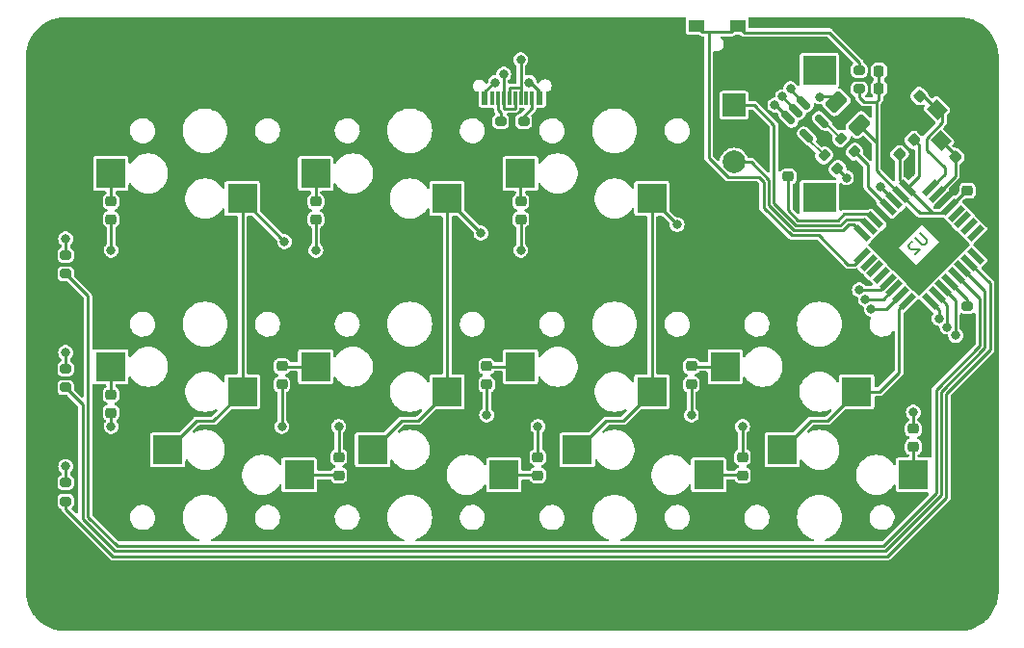
<source format=gbr>
%TF.GenerationSoftware,KiCad,Pcbnew,(7.0.0)*%
%TF.CreationDate,2023-03-20T18:36:50-07:00*%
%TF.ProjectId,Credit Card PCB V1,43726564-6974-4204-9361-726420504342,rev?*%
%TF.SameCoordinates,Original*%
%TF.FileFunction,Copper,L2,Bot*%
%TF.FilePolarity,Positive*%
%FSLAX46Y46*%
G04 Gerber Fmt 4.6, Leading zero omitted, Abs format (unit mm)*
G04 Created by KiCad (PCBNEW (7.0.0)) date 2023-03-20 18:36:50*
%MOMM*%
%LPD*%
G01*
G04 APERTURE LIST*
G04 Aperture macros list*
%AMRoundRect*
0 Rectangle with rounded corners*
0 $1 Rounding radius*
0 $2 $3 $4 $5 $6 $7 $8 $9 X,Y pos of 4 corners*
0 Add a 4 corners polygon primitive as box body*
4,1,4,$2,$3,$4,$5,$6,$7,$8,$9,$2,$3,0*
0 Add four circle primitives for the rounded corners*
1,1,$1+$1,$2,$3*
1,1,$1+$1,$4,$5*
1,1,$1+$1,$6,$7*
1,1,$1+$1,$8,$9*
0 Add four rect primitives between the rounded corners*
20,1,$1+$1,$2,$3,$4,$5,0*
20,1,$1+$1,$4,$5,$6,$7,0*
20,1,$1+$1,$6,$7,$8,$9,0*
20,1,$1+$1,$8,$9,$2,$3,0*%
%AMRotRect*
0 Rectangle, with rotation*
0 The origin of the aperture is its center*
0 $1 length*
0 $2 width*
0 $3 Rotation angle, in degrees counterclockwise*
0 Add horizontal line*
21,1,$1,$2,0,0,$3*%
G04 Aperture macros list end*
%ADD10C,0.150000*%
%TA.AperFunction,NonConductor*%
%ADD11C,0.150000*%
%TD*%
%TA.AperFunction,SMDPad,CuDef*%
%ADD12RoundRect,0.250000X-0.707107X-0.176777X-0.176777X-0.707107X0.707107X0.176777X0.176777X0.707107X0*%
%TD*%
%TA.AperFunction,SMDPad,CuDef*%
%ADD13R,1.400000X1.050000*%
%TD*%
%TA.AperFunction,ComponentPad*%
%ADD14C,0.700000*%
%TD*%
%TA.AperFunction,ComponentPad*%
%ADD15C,6.000000*%
%TD*%
%TA.AperFunction,SMDPad,CuDef*%
%ADD16RoundRect,0.225000X-0.225000X-0.250000X0.225000X-0.250000X0.225000X0.250000X-0.225000X0.250000X0*%
%TD*%
%TA.AperFunction,ComponentPad*%
%ADD17R,2.000000X2.000000*%
%TD*%
%TA.AperFunction,ComponentPad*%
%ADD18C,2.000000*%
%TD*%
%TA.AperFunction,ComponentPad*%
%ADD19R,3.000000X2.500000*%
%TD*%
%TA.AperFunction,SMDPad,CuDef*%
%ADD20R,2.600000X2.600000*%
%TD*%
%TA.AperFunction,SMDPad,CuDef*%
%ADD21RoundRect,0.218750X0.256250X-0.218750X0.256250X0.218750X-0.256250X0.218750X-0.256250X-0.218750X0*%
%TD*%
%TA.AperFunction,SMDPad,CuDef*%
%ADD22RoundRect,0.225000X0.335876X0.017678X0.017678X0.335876X-0.335876X-0.017678X-0.017678X-0.335876X0*%
%TD*%
%TA.AperFunction,SMDPad,CuDef*%
%ADD23RoundRect,0.218750X-0.256250X0.218750X-0.256250X-0.218750X0.256250X-0.218750X0.256250X0.218750X0*%
%TD*%
%TA.AperFunction,SMDPad,CuDef*%
%ADD24R,0.600000X1.150000*%
%TD*%
%TA.AperFunction,SMDPad,CuDef*%
%ADD25R,0.300000X1.150000*%
%TD*%
%TA.AperFunction,ComponentPad*%
%ADD26O,1.000000X1.800000*%
%TD*%
%TA.AperFunction,ComponentPad*%
%ADD27O,1.000000X2.100000*%
%TD*%
%TA.AperFunction,SMDPad,CuDef*%
%ADD28RoundRect,0.200000X-0.335876X-0.053033X-0.053033X-0.335876X0.335876X0.053033X0.053033X0.335876X0*%
%TD*%
%TA.AperFunction,SMDPad,CuDef*%
%ADD29RoundRect,0.200000X0.275000X-0.200000X0.275000X0.200000X-0.275000X0.200000X-0.275000X-0.200000X0*%
%TD*%
%TA.AperFunction,SMDPad,CuDef*%
%ADD30RotRect,1.400000X1.200000X315.000000*%
%TD*%
%TA.AperFunction,SMDPad,CuDef*%
%ADD31RoundRect,0.225000X0.017678X-0.335876X0.335876X-0.017678X-0.017678X0.335876X-0.335876X0.017678X0*%
%TD*%
%TA.AperFunction,SMDPad,CuDef*%
%ADD32RoundRect,0.200000X-0.275000X0.200000X-0.275000X-0.200000X0.275000X-0.200000X0.275000X0.200000X0*%
%TD*%
%TA.AperFunction,SMDPad,CuDef*%
%ADD33RotRect,1.600000X0.550000X225.000000*%
%TD*%
%TA.AperFunction,SMDPad,CuDef*%
%ADD34RotRect,1.600000X0.550000X135.000000*%
%TD*%
%TA.AperFunction,SMDPad,CuDef*%
%ADD35RoundRect,0.150000X0.468458X-0.256326X-0.256326X0.468458X-0.468458X0.256326X0.256326X-0.468458X0*%
%TD*%
%TA.AperFunction,SMDPad,CuDef*%
%ADD36RoundRect,0.225000X0.250000X-0.225000X0.250000X0.225000X-0.250000X0.225000X-0.250000X-0.225000X0*%
%TD*%
%TA.AperFunction,SMDPad,CuDef*%
%ADD37RoundRect,0.225000X-0.017678X0.335876X-0.335876X0.017678X0.017678X-0.335876X0.335876X-0.017678X0*%
%TD*%
%TA.AperFunction,ViaPad*%
%ADD38C,0.800000*%
%TD*%
%TA.AperFunction,Conductor*%
%ADD39C,0.250000*%
%TD*%
%TA.AperFunction,Conductor*%
%ADD40C,0.200000*%
%TD*%
G04 APERTURE END LIST*
D10*
%TO.C,U2*%
D11*
X162841418Y-84013922D02*
X163413838Y-84586342D01*
X163413838Y-84586342D02*
X163447510Y-84687357D01*
X163447510Y-84687357D02*
X163447510Y-84754701D01*
X163447510Y-84754701D02*
X163413838Y-84855716D01*
X163413838Y-84855716D02*
X163279151Y-84990403D01*
X163279151Y-84990403D02*
X163178136Y-85024075D01*
X163178136Y-85024075D02*
X163110792Y-85024075D01*
X163110792Y-85024075D02*
X163009777Y-84990403D01*
X163009777Y-84990403D02*
X162437357Y-84417983D01*
X162201655Y-84788373D02*
X162134312Y-84788373D01*
X162134312Y-84788373D02*
X162033296Y-84822044D01*
X162033296Y-84822044D02*
X161864938Y-84990403D01*
X161864938Y-84990403D02*
X161831266Y-85091418D01*
X161831266Y-85091418D02*
X161831266Y-85158762D01*
X161831266Y-85158762D02*
X161864938Y-85259777D01*
X161864938Y-85259777D02*
X161932281Y-85327121D01*
X161932281Y-85327121D02*
X162066968Y-85394464D01*
X162066968Y-85394464D02*
X162875090Y-85394464D01*
X162875090Y-85394464D02*
X162437357Y-85832197D01*
%TD*%
D12*
%TO.P,F1,1*%
%TO.N,/V Bus*%
X155510051Y-72510051D03*
%TO.P,F1,2*%
%TO.N,+5V*%
X157489949Y-74489949D03*
%TD*%
D13*
%TO.P,SW0,1,1*%
%TO.N,GND*%
X146799999Y-67219999D03*
X143199999Y-67219999D03*
%TO.P,SW0,2,2*%
%TO.N,Net-(U2-PC1{slash}~{RESET})*%
X146799999Y-65779999D03*
X143199999Y-65779999D03*
%TD*%
D14*
%TO.P,H3,1,1*%
%TO.N,GND*%
X167416726Y-116666726D03*
X166250000Y-113850000D03*
X165083274Y-114333274D03*
X164600000Y-115500000D03*
X167416726Y-114333274D03*
X165083274Y-116666726D03*
X166250000Y-117150000D03*
D15*
X166250000Y-115500000D03*
D14*
X167900000Y-115500000D03*
%TD*%
%TO.P,H2,1,1*%
%TO.N,GND*%
X88916726Y-116666726D03*
X87750000Y-113850000D03*
X86583274Y-114333274D03*
X86100000Y-115500000D03*
X88916726Y-114333274D03*
X86583274Y-116666726D03*
X87750000Y-117150000D03*
D15*
X87750000Y-115500000D03*
D14*
X89400000Y-115500000D03*
%TD*%
%TO.P,H1,1,1*%
%TO.N,GND*%
X167416726Y-69666726D03*
X166250000Y-66850000D03*
X165083274Y-67333274D03*
X164600000Y-68500000D03*
X167416726Y-67333274D03*
X165083274Y-69666726D03*
X166250000Y-70150000D03*
D15*
X166250000Y-68500000D03*
D14*
X167900000Y-68500000D03*
%TD*%
%TO.P,H0,1,1*%
%TO.N,GND*%
X88916726Y-69666726D03*
X87750000Y-66850000D03*
X86583274Y-67333274D03*
X86100000Y-68500000D03*
X88916726Y-67333274D03*
X86583274Y-69666726D03*
X87750000Y-70150000D03*
D15*
X87750000Y-68500000D03*
D14*
X89400000Y-68500000D03*
%TD*%
D16*
%TO.P,C3,1*%
%TO.N,+5V*%
X159225000Y-71250000D03*
%TO.P,C3,2*%
%TO.N,GND*%
X160775000Y-71250000D03*
%TD*%
%TO.P,C2,1*%
%TO.N,+5V*%
X159225000Y-69750000D03*
%TO.P,C2,2*%
%TO.N,GND*%
X160775000Y-69750000D03*
%TD*%
D17*
%TO.P,SW1,A,A*%
%TO.N,/Encoder 0A*%
X146499999Y-72749999D03*
D18*
%TO.P,SW1,B,B*%
%TO.N,/Encoder 0B*%
X146500000Y-77750000D03*
%TO.P,SW1,C,C*%
%TO.N,GND*%
X146500000Y-75250000D03*
D19*
%TO.P,SW1,MP*%
%TO.N,N/C*%
X153999999Y-69649999D03*
X153999999Y-80849999D03*
%TD*%
D20*
%TO.P,MX9,1,COL*%
%TO.N,/Column 2*%
X132724999Y-103049999D03*
%TO.P,MX9,2,ROW*%
%TO.N,Net-(D9-A)*%
X144274999Y-105249999D03*
%TD*%
%TO.P,MX4,1,COL*%
%TO.N,/Column 1*%
X121274999Y-97949999D03*
%TO.P,MX4,2,ROW*%
%TO.N,Net-(D4-A)*%
X109724999Y-95749999D03*
%TD*%
%TO.P,MX5,1,COL*%
%TO.N,/Column 2*%
X139274999Y-97949999D03*
%TO.P,MX5,2,ROW*%
%TO.N,Net-(D5-A)*%
X127724999Y-95749999D03*
%TD*%
%TO.P,MX6,1,COL*%
%TO.N,/Column 3*%
X157274999Y-97949999D03*
%TO.P,MX6,2,ROW*%
%TO.N,Net-(D6-A)*%
X145724999Y-95749999D03*
%TD*%
%TO.P,MX2,1,COL*%
%TO.N,/Column 2*%
X139274999Y-80949999D03*
%TO.P,MX2,2,ROW*%
%TO.N,Net-(D2-A)*%
X127724999Y-78749999D03*
%TD*%
%TO.P,MX1,1,COL*%
%TO.N,/Column 1*%
X121274999Y-80949999D03*
%TO.P,MX1,2,ROW*%
%TO.N,Net-(D1-A)*%
X109724999Y-78749999D03*
%TD*%
%TO.P,MX10,1,COL*%
%TO.N,/Column 3*%
X150724999Y-103049999D03*
%TO.P,MX10,2,ROW*%
%TO.N,Net-(D10-A)*%
X162274999Y-105249999D03*
%TD*%
%TO.P,MX0,1,COL*%
%TO.N,/Column 0*%
X103274999Y-80949999D03*
%TO.P,MX0,2,ROW*%
%TO.N,Net-(D0-A)*%
X91724999Y-78749999D03*
%TD*%
%TO.P,MX3,1,COL*%
%TO.N,/Column 0*%
X103274999Y-97949999D03*
%TO.P,MX3,2,ROW*%
%TO.N,Net-(D3-A)*%
X91724999Y-95749999D03*
%TD*%
%TO.P,MX7,1,COL*%
%TO.N,/Column 0*%
X96724999Y-103049999D03*
%TO.P,MX7,2,ROW*%
%TO.N,Net-(D7-A)*%
X108274999Y-105249999D03*
%TD*%
%TO.P,MX8,1,COL*%
%TO.N,/Column 1*%
X114724999Y-103049999D03*
%TO.P,MX8,2,ROW*%
%TO.N,Net-(D8-A)*%
X126274999Y-105249999D03*
%TD*%
D21*
%TO.P,D2,1,K*%
%TO.N,/Row 0*%
X127750000Y-82787500D03*
%TO.P,D2,2,A*%
%TO.N,Net-(D2-A)*%
X127750000Y-81212500D03*
%TD*%
D22*
%TO.P,C10,1*%
%TO.N,+5V*%
X162298008Y-75798008D03*
%TO.P,C10,2*%
%TO.N,GND*%
X161201992Y-74701992D03*
%TD*%
%TO.P,C8,1*%
%TO.N,+5V*%
X161048008Y-77048008D03*
%TO.P,C8,2*%
%TO.N,GND*%
X159951992Y-75951992D03*
%TD*%
D23*
%TO.P,D10,1,K*%
%TO.N,/Row 2*%
X162250000Y-101212500D03*
%TO.P,D10,2,A*%
%TO.N,Net-(D10-A)*%
X162250000Y-102787500D03*
%TD*%
D24*
%TO.P,J1,A1,GND*%
%TO.N,GND*%
X123799999Y-72129999D03*
%TO.P,J1,A4,VBUS*%
%TO.N,/V Bus*%
X124599999Y-72129999D03*
D25*
%TO.P,J1,A5,CC1*%
%TO.N,Net-(J1-CC1)*%
X125749999Y-72129999D03*
%TO.P,J1,A6,D+*%
%TO.N,/D+ Bus*%
X126749999Y-72129999D03*
%TO.P,J1,A7,D-*%
%TO.N,/D- Bus*%
X127249999Y-72129999D03*
%TO.P,J1,A8,SBU1*%
%TO.N,unconnected-(J1-SBU1-PadA8)*%
X128249999Y-72129999D03*
D24*
%TO.P,J1,A9,VBUS*%
%TO.N,/V Bus*%
X129399999Y-72129999D03*
%TO.P,J1,A12,GND*%
%TO.N,GND*%
X130199999Y-72129999D03*
%TO.P,J1,B1,GND*%
X130199999Y-72129999D03*
%TO.P,J1,B4,VBUS*%
%TO.N,/V Bus*%
X129399999Y-72129999D03*
D25*
%TO.P,J1,B5,CC2*%
%TO.N,Net-(J1-CC2)*%
X128749999Y-72129999D03*
%TO.P,J1,B6,D+*%
%TO.N,/D+ Bus*%
X127749999Y-72129999D03*
%TO.P,J1,B7,D-*%
%TO.N,/D- Bus*%
X126249999Y-72129999D03*
%TO.P,J1,B8,SBU2*%
%TO.N,unconnected-(J1-SBU2-PadB8)*%
X125249999Y-72129999D03*
D24*
%TO.P,J1,B9,VBUS*%
%TO.N,/V Bus*%
X124599999Y-72129999D03*
%TO.P,J1,B12,GND*%
%TO.N,GND*%
X123799999Y-72129999D03*
D26*
%TO.P,J1,S1,SHIELD*%
X122679999Y-67374999D03*
D27*
X122679999Y-71554999D03*
D26*
X131319999Y-67374999D03*
D27*
X131319999Y-71554999D03*
%TD*%
D28*
%TO.P,R3,1*%
%TO.N,/D+*%
X155916637Y-75666637D03*
%TO.P,R3,2*%
%TO.N,Net-(U2-D+)*%
X157083363Y-76833363D03*
%TD*%
D29*
%TO.P,R5,1*%
%TO.N,GND*%
X126000000Y-75825000D03*
%TO.P,R5,2*%
%TO.N,Net-(J1-CC1)*%
X126000000Y-74175000D03*
%TD*%
D30*
%TO.P,Y1,1,1*%
%TO.N,Net-(U2-XTAL1)*%
X164323222Y-73121141D03*
%TO.P,Y1,2,2*%
%TO.N,GND*%
X165878857Y-74676776D03*
%TO.P,Y1,3,3*%
%TO.N,Net-(U2-PC0{slash}XTAL2)*%
X164676776Y-75878857D03*
%TO.P,Y1,4,4*%
%TO.N,GND*%
X163121141Y-74323222D03*
%TD*%
D31*
%TO.P,C6,2*%
%TO.N,GND*%
X167048008Y-76201992D03*
%TO.P,C6,1*%
%TO.N,Net-(U2-PC0{slash}XTAL2)*%
X165951992Y-77298008D03*
%TD*%
D32*
%TO.P,R8,1*%
%TO.N,Net-(D13-A)*%
X87750000Y-95925000D03*
%TO.P,R8,2*%
%TO.N,/Indicator 1*%
X87750000Y-97575000D03*
%TD*%
D23*
%TO.P,D8,1,K*%
%TO.N,/Row 2*%
X129250000Y-103712500D03*
%TO.P,D8,2,A*%
%TO.N,Net-(D8-A)*%
X129250000Y-105287500D03*
%TD*%
D21*
%TO.P,D4,1,K*%
%TO.N,/Row 1*%
X106750000Y-97287500D03*
%TO.P,D4,2,A*%
%TO.N,Net-(D4-A)*%
X106750000Y-95712500D03*
%TD*%
D33*
%TO.P,U2,1,XTAL1*%
%TO.N,Net-(U2-XTAL1)*%
X163775304Y-80014896D03*
%TO.P,U2,2,PC0/XTAL2*%
%TO.N,Net-(U2-PC0{slash}XTAL2)*%
X164340989Y-80580582D03*
%TO.P,U2,3,GND*%
%TO.N,GND*%
X164906675Y-81146267D03*
%TO.P,U2,4,VCC*%
%TO.N,+5V*%
X165472360Y-81711952D03*
%TO.P,U2,5,PC2*%
%TO.N,unconnected-(U2-PC2-Pad5)*%
X166038046Y-82277638D03*
%TO.P,U2,6,PD0*%
%TO.N,unconnected-(U2-PD0-Pad6)*%
X166603731Y-82843323D03*
%TO.P,U2,7,PD1*%
%TO.N,unconnected-(U2-PD1-Pad7)*%
X167169416Y-83409009D03*
%TO.P,U2,8,PD2*%
%TO.N,unconnected-(U2-PD2-Pad8)*%
X167735102Y-83974694D03*
D34*
%TO.P,U2,9,PD3*%
%TO.N,unconnected-(U2-PD3-Pad9)*%
X167735102Y-86025304D03*
%TO.P,U2,10,PD4*%
%TO.N,/Indicator 0*%
X167169416Y-86590989D03*
%TO.P,U2,11,PD5*%
%TO.N,/Indicator 1*%
X166603731Y-87156675D03*
%TO.P,U2,12,PD6*%
%TO.N,/Indicator 2*%
X166038046Y-87722360D03*
%TO.P,U2,13,~{HWB}/PD7*%
%TO.N,Net-(U2-~{HWB}{slash}PD7)*%
X165472360Y-88288046D03*
%TO.P,U2,14,PB0*%
%TO.N,/Row 2*%
X164906675Y-88853731D03*
%TO.P,U2,15,PB1*%
%TO.N,/Row 1*%
X164340989Y-89419416D03*
%TO.P,U2,16,PB2*%
%TO.N,/Row 0*%
X163775304Y-89985102D03*
D33*
%TO.P,U2,17,PB3*%
%TO.N,/Column 3*%
X161724694Y-89985102D03*
%TO.P,U2,18,PB4*%
%TO.N,/Column 0*%
X161159009Y-89419416D03*
%TO.P,U2,19,PB5*%
%TO.N,/Column 1*%
X160593323Y-88853731D03*
%TO.P,U2,20,PB6*%
%TO.N,/Column 2*%
X160027638Y-88288046D03*
%TO.P,U2,21,PB7*%
%TO.N,unconnected-(U2-PB7-Pad21)*%
X159461952Y-87722360D03*
%TO.P,U2,22,PC7*%
%TO.N,unconnected-(U2-PC7-Pad22)*%
X158896267Y-87156675D03*
%TO.P,U2,23,PC6*%
%TO.N,unconnected-(U2-PC6-Pad23)*%
X158330582Y-86590989D03*
%TO.P,U2,24,PC1/~{RESET}*%
%TO.N,Net-(U2-PC1{slash}~{RESET})*%
X157764896Y-86025304D03*
D34*
%TO.P,U2,25,PC5*%
%TO.N,/Encoder 0B*%
X157764896Y-83974694D03*
%TO.P,U2,26,PC4*%
%TO.N,/Encoder 0A*%
X158330582Y-83409009D03*
%TO.P,U2,27,UCAP*%
%TO.N,Net-(U2-UCAP)*%
X158896267Y-82843323D03*
%TO.P,U2,28,UGND*%
%TO.N,GND*%
X159461952Y-82277638D03*
%TO.P,U2,29,D+*%
%TO.N,Net-(U2-D+)*%
X160027638Y-81711952D03*
%TO.P,U2,30,D-*%
%TO.N,Net-(U2-D-)*%
X160593323Y-81146267D03*
%TO.P,U2,31,UVCC*%
%TO.N,+5V*%
X161159009Y-80580582D03*
%TO.P,U2,32,AVCC*%
X161724694Y-80014896D03*
%TD*%
D29*
%TO.P,R4,1*%
%TO.N,+5V*%
X157500000Y-71325000D03*
%TO.P,R4,2*%
%TO.N,Net-(U2-PC1{slash}~{RESET})*%
X157500000Y-69675000D03*
%TD*%
%TO.P,R6,1*%
%TO.N,GND*%
X128000000Y-75825000D03*
%TO.P,R6,2*%
%TO.N,Net-(J1-CC2)*%
X128000000Y-74175000D03*
%TD*%
D21*
%TO.P,D1,1,K*%
%TO.N,/Row 0*%
X109750000Y-82787500D03*
%TO.P,D1,2,A*%
%TO.N,Net-(D1-A)*%
X109750000Y-81212500D03*
%TD*%
%TO.P,D6,1,K*%
%TO.N,/Row 1*%
X142750000Y-97287500D03*
%TO.P,D6,2,A*%
%TO.N,Net-(D6-A)*%
X142750000Y-95712500D03*
%TD*%
D29*
%TO.P,R9,1*%
%TO.N,/Indicator 2*%
X87750000Y-87575000D03*
%TO.P,R9,2*%
%TO.N,Net-(D12-A)*%
X87750000Y-85925000D03*
%TD*%
D21*
%TO.P,D3,1,K*%
%TO.N,/Row 1*%
X91750000Y-99787500D03*
%TO.P,D3,2,A*%
%TO.N,Net-(D3-A)*%
X91750000Y-98212500D03*
%TD*%
%TO.P,D5,1,K*%
%TO.N,/Row 1*%
X124750000Y-97287500D03*
%TO.P,D5,2,A*%
%TO.N,Net-(D5-A)*%
X124750000Y-95712500D03*
%TD*%
D29*
%TO.P,R7,1*%
%TO.N,/Indicator 0*%
X87750000Y-107575000D03*
%TO.P,R7,2*%
%TO.N,Net-(D14-A)*%
X87750000Y-105925000D03*
%TD*%
D23*
%TO.P,D9,1,K*%
%TO.N,/Row 2*%
X147250000Y-103712500D03*
%TO.P,D9,2,A*%
%TO.N,Net-(D9-A)*%
X147250000Y-105287500D03*
%TD*%
D35*
%TO.P,U1,1,I/O1*%
%TO.N,/D+*%
X154226085Y-74132583D03*
%TO.P,U1,2,GND*%
%TO.N,GND*%
X153554334Y-74804334D03*
%TO.P,U1,3,I/O2*%
%TO.N,/D-*%
X152882583Y-75476085D03*
%TO.P,U1,4,I/O2*%
%TO.N,/D- Bus*%
X151273915Y-73867417D03*
%TO.P,U1,5,VBUS*%
%TO.N,/V Bus*%
X151945666Y-73195666D03*
%TO.P,U1,6,I/O1*%
%TO.N,/D+ Bus*%
X152617417Y-72523915D03*
%TD*%
D36*
%TO.P,C1,2*%
%TO.N,GND*%
X151250000Y-77475000D03*
%TO.P,C1,1*%
%TO.N,Net-(U2-UCAP)*%
X151250000Y-79025000D03*
%TD*%
D28*
%TO.P,R2,1*%
%TO.N,/D-*%
X154416637Y-77166637D03*
%TO.P,R2,2*%
%TO.N,Net-(U2-D-)*%
X155583363Y-78333363D03*
%TD*%
D21*
%TO.P,D0,1,K*%
%TO.N,/Row 0*%
X91750000Y-82787500D03*
%TO.P,D0,2,A*%
%TO.N,Net-(D0-A)*%
X91750000Y-81212500D03*
%TD*%
D23*
%TO.P,D7,1,K*%
%TO.N,/Row 2*%
X111750000Y-103712500D03*
%TO.P,D7,2,A*%
%TO.N,Net-(D7-A)*%
X111750000Y-105287500D03*
%TD*%
D37*
%TO.P,C7,1*%
%TO.N,Net-(U2-XTAL1)*%
X162798008Y-71951992D03*
%TO.P,C7,2*%
%TO.N,GND*%
X161701992Y-73048008D03*
%TD*%
D36*
%TO.P,C9,1*%
%TO.N,+5V*%
X167000000Y-80275000D03*
%TO.P,C9,2*%
%TO.N,GND*%
X167000000Y-78725000D03*
%TD*%
D29*
%TO.P,R1,1*%
%TO.N,GND*%
X167000000Y-92075000D03*
%TO.P,R1,2*%
%TO.N,Net-(U2-~{HWB}{slash}PD7)*%
X167000000Y-90425000D03*
%TD*%
D38*
%TO.N,/D+ Bus*%
X127750000Y-68750000D03*
X151456755Y-71293245D03*
%TO.N,/V Bus*%
X154000000Y-72018245D03*
%TO.N,Net-(D13-A)*%
X87750000Y-94500000D03*
%TO.N,Net-(D14-A)*%
X87750000Y-104500000D03*
%TO.N,Net-(D12-A)*%
X87750000Y-84500000D03*
%TO.N,GND*%
X87750000Y-79500000D03*
X87750000Y-89500000D03*
X87750000Y-99500000D03*
%TO.N,Net-(U2-D-)*%
X156375000Y-79125000D03*
X159362701Y-79887299D03*
%TO.N,/V Bus*%
X150750000Y-72000000D03*
%TO.N,/D- Bus*%
X150078518Y-72740349D03*
%TO.N,/V Bus*%
X128500000Y-70750000D03*
X125525500Y-70750000D03*
%TO.N,/D- Bus*%
X126250000Y-70025500D03*
%TO.N,/Row 0*%
X91750000Y-85500000D03*
X109750000Y-85500000D03*
X127750000Y-85500000D03*
X164500000Y-91500000D03*
%TO.N,/Row 1*%
X165224500Y-92250000D03*
X142750000Y-100000000D03*
X91750000Y-101000000D03*
X106750000Y-101000000D03*
X124750000Y-100000000D03*
%TO.N,/Row 2*%
X147250000Y-101000000D03*
X162250000Y-99750000D03*
X129250000Y-101000000D03*
X165974500Y-93000000D03*
X111750000Y-101000000D03*
%TO.N,/Column 0*%
X158556971Y-90691992D03*
X107000000Y-84750000D03*
%TO.N,/Column 1*%
X124250000Y-84000000D03*
X158038404Y-89837536D03*
%TO.N,/Column 2*%
X141500000Y-83250000D03*
X157512299Y-88987701D03*
%TD*%
D39*
%TO.N,+5V*%
X161048008Y-79338210D02*
X161724695Y-80014897D01*
X161048008Y-77048008D02*
X161048008Y-79338210D01*
X157912500Y-72450000D02*
X159000000Y-72450000D01*
X157500000Y-71325000D02*
X157500000Y-72037500D01*
X157500000Y-72037500D02*
X157912500Y-72450000D01*
X159225000Y-72225000D02*
X159225000Y-69750000D01*
X159000000Y-72450000D02*
X159225000Y-72225000D01*
X159000000Y-76000000D02*
X159000000Y-72450000D01*
%TO.N,Net-(U2-PC1{slash}~{RESET})*%
X154870000Y-66370000D02*
X157500000Y-69000000D01*
X157500000Y-69000000D02*
X157500000Y-69675000D01*
X147390000Y-66370000D02*
X154870000Y-66370000D01*
X146800000Y-65780000D02*
X147390000Y-66370000D01*
%TO.N,+5V*%
X159000000Y-76000000D02*
X159000000Y-78500000D01*
X157489949Y-74489949D02*
X159000000Y-76000000D01*
X159000000Y-78500000D02*
X161080583Y-80580583D01*
%TO.N,/V Bus*%
X155000000Y-72000000D02*
X155510051Y-72510051D01*
X154018245Y-72000000D02*
X155000000Y-72000000D01*
X154000000Y-72018245D02*
X154018245Y-72000000D01*
%TO.N,+5V*%
X162750000Y-78989592D02*
X161724695Y-80014897D01*
X162750000Y-76250000D02*
X162750000Y-78989592D01*
X162298008Y-75798008D02*
X162750000Y-76250000D01*
%TO.N,Net-(U2-PC1{slash}~{RESET})*%
X153950000Y-84200000D02*
X156500000Y-86750000D01*
X149100000Y-79486396D02*
X149100000Y-81759188D01*
X144275000Y-66325000D02*
X144275000Y-77398833D01*
X145951167Y-79075000D02*
X148688604Y-79075000D01*
X144275000Y-77398833D02*
X145951167Y-79075000D01*
X151540812Y-84200000D02*
X153950000Y-84200000D01*
X149100000Y-81759188D02*
X151540812Y-84200000D01*
X148688604Y-79075000D02*
X149100000Y-79486396D01*
X156500000Y-86750000D02*
X157040202Y-86750000D01*
X157040202Y-86750000D02*
X157764897Y-86025305D01*
X143745000Y-66325000D02*
X146255000Y-66325000D01*
X143200000Y-65780000D02*
X143745000Y-66325000D01*
X146255000Y-66325000D02*
X146800000Y-65780000D01*
%TO.N,/Encoder 0B*%
X149550000Y-81572792D02*
X149550000Y-79300000D01*
X148000000Y-77750000D02*
X146500000Y-77750000D01*
X156548922Y-83223870D02*
X156022792Y-83750000D01*
X156022792Y-83750000D02*
X151727208Y-83750000D01*
X157014072Y-83223870D02*
X156548922Y-83223870D01*
X149550000Y-79300000D02*
X148000000Y-77750000D01*
X157764897Y-83974695D02*
X157014072Y-83223870D01*
X151727208Y-83750000D02*
X149550000Y-81572792D01*
%TO.N,/Encoder 0A*%
X148250000Y-72750000D02*
X146500000Y-72750000D01*
X150000000Y-81386396D02*
X150000000Y-74500000D01*
X151913604Y-83300000D02*
X150000000Y-81386396D01*
X156362526Y-82773870D02*
X155836396Y-83300000D01*
X157695443Y-82773870D02*
X156362526Y-82773870D01*
X155836396Y-83300000D02*
X151913604Y-83300000D01*
X158330583Y-83409010D02*
X157695443Y-82773870D01*
X150000000Y-74500000D02*
X148250000Y-72750000D01*
%TO.N,Net-(U2-UCAP)*%
X151250000Y-82000000D02*
X151250000Y-79025000D01*
X152100000Y-82850000D02*
X151250000Y-82000000D01*
X155650000Y-82850000D02*
X152100000Y-82850000D01*
X156176130Y-82323870D02*
X155650000Y-82850000D01*
X158376814Y-82323870D02*
X156176130Y-82323870D01*
X158896268Y-82843324D02*
X158376814Y-82323870D01*
%TO.N,/D+ Bus*%
X127750000Y-68750000D02*
X127750000Y-72130000D01*
%TO.N,Net-(J1-CC1)*%
X125750000Y-73141396D02*
X125750000Y-72130000D01*
X126000000Y-73391396D02*
X125750000Y-73141396D01*
X126000000Y-74175000D02*
X126000000Y-73391396D01*
%TO.N,Net-(J1-CC2)*%
X128000000Y-73750000D02*
X128750000Y-73000000D01*
X128750000Y-73000000D02*
X128750000Y-72130000D01*
X128000000Y-74175000D02*
X128000000Y-73750000D01*
%TO.N,/D- Bus*%
X126250000Y-70025500D02*
X126250000Y-72130000D01*
%TO.N,/D+ Bus*%
X151456755Y-71293245D02*
X151456755Y-71363253D01*
X151456755Y-71363253D02*
X152617417Y-72523915D01*
%TO.N,/D- Bus*%
X127250000Y-73025000D02*
X127250000Y-72130000D01*
X127245000Y-73030000D02*
X127250000Y-73025000D01*
X126275000Y-73030000D02*
X127245000Y-73030000D01*
X126250000Y-73005000D02*
X126275000Y-73030000D01*
X126250000Y-72130000D02*
X126250000Y-73005000D01*
%TO.N,/D+ Bus*%
X126750000Y-71255000D02*
X126750000Y-72130000D01*
X126775000Y-71230000D02*
X126750000Y-71255000D01*
X127725000Y-71230000D02*
X126775000Y-71230000D01*
X127750000Y-71255000D02*
X127725000Y-71230000D01*
X127750000Y-72130000D02*
X127750000Y-71255000D01*
%TO.N,/V Bus*%
X128595051Y-70750000D02*
X129400000Y-71554949D01*
X129400000Y-71554949D02*
X129400000Y-72130000D01*
X128500000Y-70750000D02*
X128595051Y-70750000D01*
X124600000Y-71554949D02*
X124600000Y-72130000D01*
X125404949Y-70750000D02*
X124600000Y-71554949D01*
X125525500Y-70750000D02*
X125404949Y-70750000D01*
%TO.N,Net-(U2-XTAL1)*%
X165000000Y-78790202D02*
X163775305Y-80014897D01*
X163432538Y-76682538D02*
X165000000Y-78250000D01*
X163432538Y-75673527D02*
X163432538Y-76682538D01*
X165000000Y-78250000D02*
X165000000Y-78790202D01*
X164818198Y-73616117D02*
X164818198Y-74287867D01*
X164818198Y-74287867D02*
X163432538Y-75673527D01*
X164323223Y-73121142D02*
X164818198Y-73616117D01*
%TO.N,Net-(U2-PC0{slash}XTAL2)*%
X165951992Y-78969581D02*
X164340990Y-80580583D01*
X165951992Y-77298008D02*
X165951992Y-78969581D01*
%TO.N,Net-(U2-XTAL1)*%
X163154073Y-71951992D02*
X164323223Y-73121142D01*
X162798008Y-71951992D02*
X163154073Y-71951992D01*
%TO.N,Net-(U2-PC0{slash}XTAL2)*%
X165951992Y-77154073D02*
X164676777Y-75878858D01*
X165951992Y-77298008D02*
X165951992Y-77154073D01*
%TO.N,/D- Bus*%
X150146847Y-72740349D02*
X151273915Y-73867417D01*
X150078518Y-72740349D02*
X150146847Y-72740349D01*
%TO.N,/V Bus*%
X150750000Y-72000000D02*
X151945666Y-73195666D01*
%TO.N,+5V*%
X166909314Y-80275000D02*
X165472361Y-81711953D01*
X164952906Y-82231408D02*
X165472361Y-81711953D01*
X163941206Y-82231408D02*
X164952906Y-82231408D01*
X161724695Y-80014897D02*
X163941206Y-82231408D01*
X162809835Y-82231408D02*
X164952906Y-82231408D01*
X161159010Y-80580583D02*
X162809835Y-82231408D01*
%TO.N,/Indicator 0*%
X169000000Y-88421573D02*
X167169417Y-86590990D01*
X169000000Y-94272792D02*
X169000000Y-88421573D01*
X159986396Y-112400000D02*
X165150000Y-107236396D01*
X165150000Y-107236396D02*
X165150000Y-98122792D01*
X91900000Y-112400000D02*
X159986396Y-112400000D01*
X87750000Y-108250000D02*
X91900000Y-112400000D01*
X87750000Y-107575000D02*
X87750000Y-108250000D01*
X165150000Y-98122792D02*
X169000000Y-94272792D01*
%TO.N,/Indicator 1*%
X168550000Y-89102944D02*
X166603732Y-87156676D01*
X168550000Y-94086396D02*
X168550000Y-89102944D01*
X92086396Y-111950000D02*
X159800000Y-111950000D01*
X159800000Y-111950000D02*
X164700000Y-107050000D01*
X164700000Y-97936396D02*
X168550000Y-94086396D01*
X89250000Y-99075000D02*
X89250000Y-109113604D01*
X89250000Y-109113604D02*
X92086396Y-111950000D01*
X164700000Y-107050000D02*
X164700000Y-97936396D01*
X87750000Y-97575000D02*
X89250000Y-99075000D01*
%TO.N,/Indicator 2*%
X92272792Y-111500000D02*
X159613604Y-111500000D01*
X159613604Y-111500000D02*
X164250000Y-106863604D01*
X168100000Y-89784314D02*
X166038047Y-87722361D01*
X89700000Y-108927208D02*
X92272792Y-111500000D01*
X89700000Y-89525000D02*
X89700000Y-108927208D01*
X164250000Y-97750000D02*
X168100000Y-93900000D01*
X168100000Y-93900000D02*
X168100000Y-89784314D01*
X87750000Y-87575000D02*
X89700000Y-89525000D01*
X164250000Y-106863604D02*
X164250000Y-97750000D01*
D40*
%TO.N,/D+*%
X154382583Y-74132583D02*
X155916637Y-75666637D01*
%TO.N,/D-*%
X152882583Y-75632583D02*
X154416637Y-77166637D01*
D39*
%TO.N,Net-(U2-~{HWB}{slash}PD7)*%
X167000000Y-89815686D02*
X167000000Y-90425000D01*
X165472361Y-88288047D02*
X167000000Y-89815686D01*
%TO.N,/Row 2*%
X165974500Y-93000000D02*
X165974500Y-89921556D01*
X165974500Y-89921556D02*
X164906676Y-88853732D01*
%TO.N,/Row 1*%
X165224500Y-92250000D02*
X165224500Y-90302927D01*
X165224500Y-90302927D02*
X164340990Y-89419417D01*
%TO.N,Net-(D13-A)*%
X87750000Y-95925000D02*
X87750000Y-94500000D01*
%TO.N,Net-(D14-A)*%
X87750000Y-105925000D02*
X87750000Y-104500000D01*
%TO.N,Net-(D12-A)*%
X87750000Y-85925000D02*
X87750000Y-84500000D01*
%TO.N,Net-(U2-D-)*%
X159362701Y-79887299D02*
X160593324Y-81117922D01*
X155583363Y-78333363D02*
X156375000Y-79125000D01*
%TO.N,Net-(U2-D+)*%
X157083363Y-76833363D02*
X158250000Y-78000000D01*
X158250000Y-78000000D02*
X158250000Y-79934314D01*
X158250000Y-79934314D02*
X160027639Y-81711953D01*
%TO.N,Net-(D8-A)*%
X129212500Y-105250000D02*
X129250000Y-105287500D01*
X126275000Y-105250000D02*
X129212500Y-105250000D01*
%TO.N,/Row 2*%
X147250000Y-103712500D02*
X147250000Y-101000000D01*
%TO.N,Net-(D9-A)*%
X147212500Y-105250000D02*
X147250000Y-105287500D01*
X144275000Y-105250000D02*
X147212500Y-105250000D01*
%TO.N,/Row 1*%
X106750000Y-97287500D02*
X106750000Y-101000000D01*
X142750000Y-100000000D02*
X142750000Y-97287500D01*
X91750000Y-101000000D02*
X91750000Y-99787500D01*
%TO.N,Net-(D3-A)*%
X91725000Y-95750000D02*
X91725000Y-98187500D01*
%TO.N,/Row 0*%
X127750000Y-85500000D02*
X127750000Y-82750000D01*
%TO.N,Net-(D2-A)*%
X127725000Y-81150000D02*
X127750000Y-81175000D01*
X127725000Y-78750000D02*
X127725000Y-81150000D01*
%TO.N,/Row 0*%
X109750000Y-85500000D02*
X109750000Y-82787500D01*
%TO.N,Net-(D1-A)*%
X109725000Y-81187500D02*
X109750000Y-81212500D01*
X109725000Y-78750000D02*
X109725000Y-81187500D01*
%TO.N,/Row 0*%
X91750000Y-85500000D02*
X91750000Y-82787500D01*
%TO.N,Net-(D0-A)*%
X91725000Y-81187500D02*
X91750000Y-81212500D01*
X91725000Y-78750000D02*
X91725000Y-81187500D01*
%TO.N,/Column 2*%
X139275000Y-81025000D02*
X141500000Y-83250000D01*
X139275000Y-80950000D02*
X139275000Y-81025000D01*
%TO.N,/Column 1*%
X121275000Y-81025000D02*
X121275000Y-80950000D01*
X124250000Y-84000000D02*
X121275000Y-81025000D01*
%TO.N,/Column 0*%
X103275000Y-81025000D02*
X103275000Y-80950000D01*
X107000000Y-84750000D02*
X103275000Y-81025000D01*
%TO.N,/Row 0*%
X164500000Y-90750000D02*
X163775305Y-90025305D01*
X164500000Y-91500000D02*
X164500000Y-90750000D01*
X163775305Y-90025305D02*
X163775305Y-89985103D01*
%TO.N,/Row 1*%
X124750000Y-97325000D02*
X124750000Y-100000000D01*
%TO.N,/Row 2*%
X162250000Y-101212500D02*
X162250000Y-99750000D01*
X129250000Y-103712500D02*
X129250000Y-101000000D01*
X111750000Y-103712500D02*
X111750000Y-101000000D01*
%TO.N,/Column 0*%
X159886435Y-90691992D02*
X161159010Y-89419417D01*
X100725000Y-100500000D02*
X103275000Y-97950000D01*
X103275000Y-97950000D02*
X103275000Y-80950000D01*
X158556971Y-90691992D02*
X159886435Y-90691992D01*
X99275000Y-100500000D02*
X100725000Y-100500000D01*
X96725000Y-103050000D02*
X99275000Y-100500000D01*
%TO.N,/Column 1*%
X121275000Y-97950000D02*
X121275000Y-80950000D01*
X158038404Y-89837536D02*
X159609520Y-89837536D01*
X114725000Y-103050000D02*
X117275000Y-100500000D01*
X117275000Y-100500000D02*
X118725000Y-100500000D01*
X118725000Y-100500000D02*
X121275000Y-97950000D01*
X159609520Y-89837536D02*
X160593324Y-88853732D01*
%TO.N,/Column 2*%
X132725000Y-103050000D02*
X135275000Y-100500000D01*
X139275000Y-80950000D02*
X139275000Y-97950000D01*
X135275000Y-100500000D02*
X136725000Y-100500000D01*
X159327985Y-88987701D02*
X160027639Y-88288047D01*
X136725000Y-100500000D02*
X139275000Y-97950000D01*
X157512299Y-88987701D02*
X159327985Y-88987701D01*
%TO.N,/Column 3*%
X159300000Y-97950000D02*
X157275000Y-97950000D01*
X154725000Y-100500000D02*
X157275000Y-97950000D01*
X150725000Y-103050000D02*
X153275000Y-100500000D01*
X161000000Y-90709798D02*
X161000000Y-96250000D01*
X161724695Y-89985103D02*
X161000000Y-90709798D01*
X161000000Y-96250000D02*
X159300000Y-97950000D01*
X153275000Y-100500000D02*
X154725000Y-100500000D01*
%TO.N,Net-(D4-A)*%
X106787500Y-95750000D02*
X109725000Y-95750000D01*
X106750000Y-95712500D02*
X106787500Y-95750000D01*
%TO.N,Net-(D5-A)*%
X124962500Y-95750000D02*
X127725000Y-95750000D01*
%TO.N,Net-(D6-A)*%
X143037500Y-95750000D02*
X145725000Y-95750000D01*
X143000000Y-95712500D02*
X143037500Y-95750000D01*
%TO.N,Net-(D7-A)*%
X111712500Y-105250000D02*
X111750000Y-105287500D01*
X108275000Y-105250000D02*
X111712500Y-105250000D01*
%TO.N,Net-(D10-A)*%
X162250000Y-105225000D02*
X162275000Y-105250000D01*
X162250000Y-102787500D02*
X162250000Y-105225000D01*
%TD*%
%TA.AperFunction,Conductor*%
%TO.N,GND*%
G36*
X142204419Y-65015142D02*
G01*
X142249068Y-65055609D01*
X142269369Y-65112346D01*
X142262744Y-65157003D01*
X142264034Y-65157260D01*
X142250689Y-65224346D01*
X142250688Y-65224351D01*
X142249500Y-65230326D01*
X142249500Y-66329674D01*
X142250688Y-66335649D01*
X142250689Y-66335653D01*
X142261650Y-66390759D01*
X142261651Y-66390762D01*
X142264034Y-66402740D01*
X142319399Y-66485601D01*
X142402260Y-66540966D01*
X142475326Y-66555500D01*
X143387659Y-66555500D01*
X143437481Y-66565949D01*
X143463561Y-66584576D01*
X143464916Y-66582836D01*
X143489894Y-66602277D01*
X143493808Y-66605734D01*
X143493942Y-66605577D01*
X143497848Y-66608885D01*
X143501482Y-66612519D01*
X143515145Y-66622274D01*
X143518389Y-66624590D01*
X143522500Y-66627655D01*
X143563811Y-66659809D01*
X143571331Y-66662390D01*
X143577801Y-66667010D01*
X143627940Y-66681937D01*
X143632822Y-66683501D01*
X143655066Y-66691137D01*
X143682340Y-66700500D01*
X143690293Y-66700500D01*
X143697911Y-66702768D01*
X143750191Y-66700606D01*
X143755315Y-66700500D01*
X143775500Y-66700500D01*
X143837500Y-66717113D01*
X143882887Y-66762500D01*
X143899500Y-66824500D01*
X143899500Y-77347028D01*
X143896860Y-77372477D01*
X143896741Y-77373042D01*
X143896740Y-77373049D01*
X143894633Y-77383101D01*
X143895903Y-77393291D01*
X143895903Y-77393295D01*
X143898548Y-77414509D01*
X143898871Y-77419724D01*
X143899077Y-77419707D01*
X143899500Y-77424814D01*
X143899500Y-77429947D01*
X143900344Y-77435005D01*
X143900345Y-77435017D01*
X143902918Y-77450436D01*
X143903657Y-77455503D01*
X143904527Y-77462480D01*
X143910134Y-77507459D01*
X143913626Y-77514603D01*
X143914935Y-77522443D01*
X143939845Y-77568474D01*
X143942171Y-77572994D01*
X143960660Y-77610812D01*
X143960661Y-77610814D01*
X143965174Y-77620044D01*
X143970797Y-77625667D01*
X143974581Y-77632659D01*
X143982138Y-77639615D01*
X143982139Y-77639617D01*
X144013082Y-77668102D01*
X144016780Y-77671650D01*
X145649017Y-79303887D01*
X145665141Y-79323741D01*
X145671083Y-79332836D01*
X145679185Y-79339142D01*
X145679188Y-79339145D01*
X145696061Y-79352277D01*
X145699975Y-79355734D01*
X145700109Y-79355577D01*
X145704015Y-79358885D01*
X145707649Y-79362519D01*
X145719182Y-79370753D01*
X145724556Y-79374590D01*
X145728667Y-79377655D01*
X145769978Y-79409809D01*
X145777498Y-79412390D01*
X145783968Y-79417010D01*
X145834166Y-79431954D01*
X145838958Y-79433490D01*
X145888507Y-79450500D01*
X145896461Y-79450500D01*
X145904079Y-79452768D01*
X145956359Y-79450606D01*
X145961483Y-79450500D01*
X148481705Y-79450500D01*
X148529158Y-79459939D01*
X148569383Y-79486816D01*
X148688183Y-79605617D01*
X148715061Y-79645843D01*
X148724500Y-79693296D01*
X148724500Y-81707383D01*
X148721860Y-81732832D01*
X148721741Y-81733397D01*
X148721740Y-81733404D01*
X148719633Y-81743456D01*
X148720903Y-81753646D01*
X148720903Y-81753650D01*
X148723548Y-81774864D01*
X148723871Y-81780079D01*
X148724077Y-81780062D01*
X148724500Y-81785169D01*
X148724500Y-81790302D01*
X148725344Y-81795360D01*
X148725345Y-81795372D01*
X148727918Y-81810791D01*
X148728657Y-81815858D01*
X148732581Y-81847336D01*
X148735134Y-81867814D01*
X148738626Y-81874958D01*
X148739935Y-81882798D01*
X148764845Y-81928829D01*
X148767171Y-81933349D01*
X148785660Y-81971167D01*
X148785661Y-81971169D01*
X148790174Y-81980399D01*
X148795797Y-81986022D01*
X148799581Y-81993014D01*
X148807138Y-81999970D01*
X148807139Y-81999972D01*
X148838082Y-82028457D01*
X148841780Y-82032005D01*
X151238662Y-84428887D01*
X151254786Y-84448741D01*
X151260728Y-84457836D01*
X151268830Y-84464142D01*
X151268833Y-84464145D01*
X151285706Y-84477277D01*
X151289620Y-84480734D01*
X151289754Y-84480577D01*
X151293660Y-84483885D01*
X151297294Y-84487519D01*
X151304348Y-84492555D01*
X151314201Y-84499590D01*
X151318312Y-84502655D01*
X151359623Y-84534809D01*
X151367143Y-84537390D01*
X151373613Y-84542010D01*
X151423752Y-84556937D01*
X151428634Y-84558501D01*
X151453921Y-84567181D01*
X151478152Y-84575500D01*
X151486105Y-84575500D01*
X151493723Y-84577768D01*
X151546003Y-84575606D01*
X151551127Y-84575500D01*
X153743101Y-84575500D01*
X153790554Y-84584939D01*
X153830782Y-84611819D01*
X156197850Y-86978887D01*
X156213974Y-86998741D01*
X156219916Y-87007836D01*
X156228018Y-87014142D01*
X156228021Y-87014145D01*
X156244894Y-87027277D01*
X156248811Y-87030737D01*
X156248945Y-87030580D01*
X156252854Y-87033891D01*
X156256483Y-87037520D01*
X156260655Y-87040498D01*
X156260660Y-87040503D01*
X156273395Y-87049595D01*
X156277499Y-87052655D01*
X156318811Y-87084809D01*
X156326331Y-87087390D01*
X156332801Y-87092010D01*
X156342648Y-87094941D01*
X156342651Y-87094943D01*
X156382960Y-87106943D01*
X156387804Y-87108494D01*
X156437340Y-87125500D01*
X156445291Y-87125500D01*
X156452912Y-87127769D01*
X156505206Y-87125605D01*
X156510331Y-87125500D01*
X156988397Y-87125500D01*
X157013846Y-87128140D01*
X157014411Y-87128258D01*
X157014412Y-87128258D01*
X157024470Y-87130367D01*
X157055878Y-87126451D01*
X157061089Y-87126128D01*
X157061073Y-87125924D01*
X157066188Y-87125500D01*
X157071316Y-87125500D01*
X157091838Y-87122074D01*
X157096868Y-87121342D01*
X157148828Y-87114866D01*
X157155972Y-87111373D01*
X157163812Y-87110065D01*
X157209849Y-87085150D01*
X157214343Y-87082837D01*
X157219186Y-87080469D01*
X157272574Y-87067874D01*
X157326178Y-87079546D01*
X157369500Y-87113205D01*
X157372478Y-87116834D01*
X157375866Y-87121904D01*
X157799669Y-87545707D01*
X157861611Y-87587096D01*
X157860646Y-87588539D01*
X157883460Y-87603778D01*
X157898719Y-87626612D01*
X157900162Y-87625648D01*
X157941551Y-87687590D01*
X158365354Y-88111393D01*
X158421286Y-88148766D01*
X158427296Y-88152782D01*
X158426333Y-88154223D01*
X158449147Y-88169467D01*
X158464406Y-88192295D01*
X158465847Y-88191333D01*
X158507236Y-88253275D01*
X158511543Y-88257581D01*
X158511543Y-88257582D01*
X158654481Y-88400520D01*
X158684731Y-88449883D01*
X158689273Y-88507599D01*
X158667118Y-88561086D01*
X158623095Y-88598686D01*
X158566800Y-88612201D01*
X158108607Y-88612201D01*
X158050981Y-88597998D01*
X158012849Y-88564215D01*
X158012014Y-88564956D01*
X158007043Y-88559345D01*
X158002782Y-88553171D01*
X157951341Y-88507599D01*
X157890155Y-88453393D01*
X157890153Y-88453391D01*
X157884539Y-88448418D01*
X157877894Y-88444930D01*
X157877892Y-88444929D01*
X157751305Y-88378490D01*
X157751301Y-88378488D01*
X157744664Y-88375005D01*
X157737386Y-88373211D01*
X157737383Y-88373210D01*
X157598566Y-88338995D01*
X157598559Y-88338994D01*
X157591284Y-88337201D01*
X157433314Y-88337201D01*
X157426039Y-88338993D01*
X157426031Y-88338995D01*
X157287214Y-88373210D01*
X157287208Y-88373211D01*
X157279934Y-88375005D01*
X157273299Y-88378487D01*
X157273292Y-88378490D01*
X157146705Y-88444929D01*
X157146699Y-88444932D01*
X157140059Y-88448418D01*
X157134447Y-88453388D01*
X157134442Y-88453393D01*
X157027426Y-88548200D01*
X157027421Y-88548204D01*
X157021816Y-88553171D01*
X157017561Y-88559335D01*
X157017556Y-88559341D01*
X156936342Y-88677001D01*
X156936339Y-88677004D01*
X156932079Y-88683178D01*
X156929419Y-88690189D01*
X156929417Y-88690195D01*
X156878722Y-88823868D01*
X156876062Y-88830883D01*
X156875158Y-88838323D01*
X156875157Y-88838330D01*
X156861662Y-88949481D01*
X156857021Y-88987701D01*
X156857925Y-88995146D01*
X156875157Y-89137071D01*
X156875158Y-89137076D01*
X156876062Y-89144519D01*
X156878721Y-89151532D01*
X156878722Y-89151533D01*
X156929040Y-89284213D01*
X156932079Y-89292224D01*
X156936342Y-89298400D01*
X157017150Y-89415472D01*
X157021816Y-89422231D01*
X157027425Y-89427200D01*
X157027426Y-89427201D01*
X157057889Y-89454189D01*
X157140059Y-89526984D01*
X157279934Y-89600397D01*
X157301418Y-89605692D01*
X157353971Y-89633271D01*
X157387688Y-89682116D01*
X157394843Y-89741035D01*
X157389775Y-89782778D01*
X157383126Y-89837536D01*
X157384030Y-89844981D01*
X157401262Y-89986906D01*
X157401263Y-89986911D01*
X157402167Y-89994354D01*
X157404826Y-90001367D01*
X157404827Y-90001368D01*
X157446528Y-90111326D01*
X157458184Y-90142059D01*
X157462447Y-90148235D01*
X157543609Y-90265820D01*
X157547921Y-90272066D01*
X157666164Y-90376819D01*
X157806039Y-90450232D01*
X157820751Y-90453858D01*
X157873303Y-90481439D01*
X157907019Y-90530283D01*
X157914173Y-90589200D01*
X157902597Y-90684545D01*
X157901693Y-90691992D01*
X157902597Y-90699437D01*
X157919829Y-90841362D01*
X157919830Y-90841367D01*
X157920734Y-90848810D01*
X157923393Y-90855823D01*
X157923394Y-90855824D01*
X157970442Y-90979881D01*
X157976751Y-90996515D01*
X157981014Y-91002691D01*
X158047346Y-91098791D01*
X158066488Y-91126522D01*
X158072097Y-91131491D01*
X158072098Y-91131492D01*
X158152243Y-91202494D01*
X158184731Y-91231275D01*
X158324606Y-91304688D01*
X158331883Y-91306481D01*
X158331887Y-91306483D01*
X158398660Y-91322940D01*
X158431430Y-91331017D01*
X158482097Y-91356961D01*
X158515833Y-91402809D01*
X158525530Y-91458900D01*
X158509144Y-91513412D01*
X158493574Y-91540381D01*
X158491643Y-91545960D01*
X158491639Y-91545969D01*
X158426709Y-91733572D01*
X158426706Y-91733581D01*
X158424778Y-91739154D01*
X158423938Y-91744990D01*
X158423937Y-91744998D01*
X158395682Y-91941515D01*
X158395681Y-91941521D01*
X158394843Y-91947355D01*
X158395123Y-91953239D01*
X158395123Y-91953246D01*
X158402805Y-92114490D01*
X158404852Y-92157459D01*
X158416157Y-92204060D01*
X158429933Y-92260846D01*
X158454442Y-92361871D01*
X158456895Y-92367242D01*
X158456897Y-92367248D01*
X158539363Y-92547824D01*
X158539365Y-92547828D01*
X158541821Y-92553205D01*
X158545250Y-92558020D01*
X158545251Y-92558022D01*
X158614501Y-92655270D01*
X158663831Y-92724544D01*
X158816063Y-92869697D01*
X158993014Y-92983416D01*
X159188288Y-93061593D01*
X159394829Y-93101400D01*
X159549514Y-93101400D01*
X159552468Y-93101400D01*
X159709389Y-93086416D01*
X159911211Y-93027156D01*
X160098170Y-92930771D01*
X160263510Y-92800747D01*
X160401255Y-92641781D01*
X160401269Y-92641793D01*
X160446848Y-92603423D01*
X160507577Y-92591417D01*
X160566542Y-92610265D01*
X160609048Y-92655270D01*
X160624500Y-92715215D01*
X160624500Y-96043101D01*
X160615061Y-96090554D01*
X160588181Y-96130782D01*
X159180781Y-97538181D01*
X159140553Y-97565061D01*
X159093100Y-97574500D01*
X158949500Y-97574500D01*
X158887500Y-97557887D01*
X158842113Y-97512500D01*
X158825500Y-97450500D01*
X158825500Y-96631421D01*
X158825500Y-96625326D01*
X158810966Y-96552260D01*
X158755601Y-96469399D01*
X158672740Y-96414034D01*
X158660762Y-96411651D01*
X158660759Y-96411650D01*
X158605653Y-96400689D01*
X158605649Y-96400688D01*
X158599674Y-96399500D01*
X155950326Y-96399500D01*
X155944351Y-96400688D01*
X155944346Y-96400689D01*
X155889240Y-96411650D01*
X155889235Y-96411651D01*
X155877260Y-96414034D01*
X155867105Y-96420819D01*
X155867103Y-96420820D01*
X155804551Y-96462615D01*
X155804548Y-96462617D01*
X155794399Y-96469399D01*
X155787617Y-96479548D01*
X155787615Y-96479551D01*
X155745820Y-96542103D01*
X155745819Y-96542105D01*
X155739034Y-96552260D01*
X155736651Y-96564235D01*
X155736650Y-96564240D01*
X155725689Y-96619346D01*
X155725688Y-96619351D01*
X155724500Y-96625326D01*
X155724500Y-96631421D01*
X155724500Y-96969909D01*
X155708803Y-97030296D01*
X155665685Y-97075393D01*
X155606063Y-97093784D01*
X155545033Y-97080812D01*
X155498046Y-97039761D01*
X155484971Y-97020583D01*
X155372433Y-96855521D01*
X155193981Y-96663195D01*
X154988857Y-96499614D01*
X154884388Y-96439299D01*
X154765664Y-96370753D01*
X154765658Y-96370750D01*
X154761643Y-96368432D01*
X154757324Y-96366737D01*
X154757318Y-96366734D01*
X154521738Y-96274276D01*
X154521734Y-96274275D01*
X154517416Y-96272580D01*
X154512893Y-96271547D01*
X154512891Y-96271547D01*
X154266149Y-96215229D01*
X154266143Y-96215228D01*
X154261630Y-96214198D01*
X154257008Y-96213851D01*
X154257004Y-96213851D01*
X154067808Y-96199673D01*
X154067797Y-96199672D01*
X154065494Y-96199500D01*
X153934506Y-96199500D01*
X153932203Y-96199672D01*
X153932191Y-96199673D01*
X153742995Y-96213851D01*
X153742989Y-96213851D01*
X153738370Y-96214198D01*
X153733858Y-96215227D01*
X153733850Y-96215229D01*
X153487108Y-96271547D01*
X153487102Y-96271548D01*
X153482584Y-96272580D01*
X153478268Y-96274273D01*
X153478261Y-96274276D01*
X153242681Y-96366734D01*
X153242670Y-96366739D01*
X153238357Y-96368432D01*
X153234346Y-96370747D01*
X153234335Y-96370753D01*
X153015161Y-96497294D01*
X153011143Y-96499614D01*
X153007519Y-96502503D01*
X153007516Y-96502506D01*
X152809646Y-96660302D01*
X152809641Y-96660306D01*
X152806019Y-96663195D01*
X152802865Y-96666593D01*
X152802863Y-96666596D01*
X152630719Y-96852123D01*
X152630713Y-96852129D01*
X152627567Y-96855521D01*
X152624957Y-96859348D01*
X152624957Y-96859349D01*
X152501998Y-97039697D01*
X152479772Y-97072296D01*
X152477759Y-97076474D01*
X152477756Y-97076481D01*
X152367949Y-97304497D01*
X152367944Y-97304508D01*
X152365937Y-97308677D01*
X152364574Y-97313093D01*
X152364569Y-97313108D01*
X152289971Y-97554951D01*
X152289968Y-97554959D01*
X152288604Y-97559385D01*
X152287914Y-97563961D01*
X152287912Y-97563971D01*
X152250190Y-97814234D01*
X152250189Y-97814246D01*
X152249500Y-97818818D01*
X152249500Y-98081182D01*
X152250189Y-98085754D01*
X152250190Y-98085765D01*
X152287912Y-98336028D01*
X152287913Y-98336035D01*
X152288604Y-98340615D01*
X152289969Y-98345043D01*
X152289971Y-98345048D01*
X152364569Y-98586891D01*
X152364573Y-98586901D01*
X152365937Y-98591323D01*
X152367946Y-98595496D01*
X152367949Y-98595502D01*
X152401684Y-98665553D01*
X152479772Y-98827704D01*
X152627567Y-99044479D01*
X152806019Y-99236805D01*
X153011143Y-99400386D01*
X153238357Y-99531568D01*
X153482584Y-99627420D01*
X153738370Y-99685802D01*
X153934506Y-99700500D01*
X154063177Y-99700500D01*
X154065494Y-99700500D01*
X154261630Y-99685802D01*
X154517416Y-99627420D01*
X154761643Y-99531568D01*
X154894149Y-99455065D01*
X154950736Y-99438572D01*
X155008549Y-99450072D01*
X155054521Y-99486967D01*
X155078261Y-99540921D01*
X155074406Y-99599741D01*
X155043826Y-99650135D01*
X154605781Y-100088181D01*
X154565553Y-100115061D01*
X154518100Y-100124500D01*
X153326804Y-100124500D01*
X153301358Y-100121861D01*
X153300787Y-100121741D01*
X153300785Y-100121740D01*
X153290732Y-100119633D01*
X153280541Y-100120903D01*
X153280537Y-100120903D01*
X153259324Y-100123548D01*
X153254104Y-100123871D01*
X153254121Y-100124077D01*
X153249010Y-100124500D01*
X153243886Y-100124500D01*
X153238840Y-100125341D01*
X153238825Y-100125343D01*
X153223382Y-100127920D01*
X153218320Y-100128657D01*
X153176568Y-100133862D01*
X153176560Y-100133864D01*
X153166375Y-100135134D01*
X153159230Y-100138626D01*
X153151390Y-100139935D01*
X153142363Y-100144819D01*
X153142363Y-100144820D01*
X153105367Y-100164841D01*
X153100813Y-100167185D01*
X153063009Y-100185666D01*
X153063006Y-100185667D01*
X153053789Y-100190174D01*
X153048165Y-100195797D01*
X153041174Y-100199581D01*
X153034222Y-100207131D01*
X153034217Y-100207136D01*
X153005718Y-100238093D01*
X153002173Y-100241787D01*
X151780781Y-101463181D01*
X151740553Y-101490061D01*
X151693100Y-101499500D01*
X149400326Y-101499500D01*
X149394351Y-101500688D01*
X149394346Y-101500689D01*
X149339240Y-101511650D01*
X149339235Y-101511651D01*
X149327260Y-101514034D01*
X149317105Y-101520819D01*
X149317103Y-101520820D01*
X149254551Y-101562615D01*
X149254548Y-101562617D01*
X149244399Y-101569399D01*
X149237617Y-101579548D01*
X149237615Y-101579551D01*
X149195820Y-101642103D01*
X149195819Y-101642105D01*
X149189034Y-101652260D01*
X149186651Y-101664235D01*
X149186650Y-101664240D01*
X149175689Y-101719346D01*
X149175688Y-101719351D01*
X149174500Y-101725326D01*
X149174500Y-104374674D01*
X149175688Y-104380649D01*
X149175689Y-104380653D01*
X149186650Y-104435759D01*
X149186651Y-104435762D01*
X149189034Y-104447740D01*
X149244399Y-104530601D01*
X149327260Y-104585966D01*
X149400326Y-104600500D01*
X152043579Y-104600500D01*
X152049674Y-104600500D01*
X152122740Y-104585966D01*
X152205601Y-104530601D01*
X152260966Y-104447740D01*
X152275500Y-104374674D01*
X152275500Y-104030091D01*
X152291197Y-103969704D01*
X152334315Y-103924607D01*
X152393937Y-103906216D01*
X152454967Y-103919188D01*
X152501954Y-103960239D01*
X152627567Y-104144479D01*
X152806019Y-104336805D01*
X153011143Y-104500386D01*
X153238357Y-104631568D01*
X153482584Y-104727420D01*
X153738370Y-104785802D01*
X153934506Y-104800500D01*
X154063177Y-104800500D01*
X154065494Y-104800500D01*
X154261630Y-104785802D01*
X154517416Y-104727420D01*
X154761643Y-104631568D01*
X154988857Y-104500386D01*
X155193981Y-104336805D01*
X155372433Y-104144479D01*
X155520228Y-103927704D01*
X155634063Y-103691323D01*
X155711396Y-103440615D01*
X155750500Y-103181182D01*
X155750500Y-102918818D01*
X155711396Y-102659385D01*
X155667333Y-102516537D01*
X155635430Y-102413108D01*
X155635428Y-102413105D01*
X155634063Y-102408677D01*
X155520228Y-102172296D01*
X155372433Y-101955521D01*
X155193981Y-101763195D01*
X154988857Y-101599614D01*
X154884361Y-101539283D01*
X154765664Y-101470753D01*
X154765658Y-101470750D01*
X154761643Y-101468432D01*
X154757324Y-101466737D01*
X154757318Y-101466734D01*
X154521738Y-101374276D01*
X154521734Y-101374275D01*
X154517416Y-101372580D01*
X154512893Y-101371547D01*
X154512891Y-101371547D01*
X154266149Y-101315229D01*
X154266143Y-101315228D01*
X154261630Y-101314198D01*
X154257008Y-101313851D01*
X154257004Y-101313851D01*
X154067808Y-101299673D01*
X154067797Y-101299672D01*
X154065494Y-101299500D01*
X153934506Y-101299500D01*
X153932203Y-101299672D01*
X153932191Y-101299673D01*
X153742995Y-101313851D01*
X153742989Y-101313851D01*
X153738370Y-101314198D01*
X153733858Y-101315227D01*
X153733850Y-101315229D01*
X153487108Y-101371547D01*
X153487102Y-101371548D01*
X153482584Y-101372580D01*
X153478268Y-101374273D01*
X153478261Y-101374276D01*
X153242681Y-101466734D01*
X153242670Y-101466739D01*
X153238357Y-101468432D01*
X153234346Y-101470747D01*
X153234335Y-101470753D01*
X153105852Y-101544933D01*
X153049260Y-101561428D01*
X152991447Y-101549928D01*
X152945476Y-101513032D01*
X152921736Y-101459078D01*
X152925591Y-101400258D01*
X152956169Y-101349867D01*
X153394218Y-100911818D01*
X153434446Y-100884939D01*
X153481899Y-100875500D01*
X154673195Y-100875500D01*
X154698644Y-100878140D01*
X154699209Y-100878258D01*
X154699210Y-100878258D01*
X154709268Y-100880367D01*
X154740676Y-100876451D01*
X154745887Y-100876128D01*
X154745871Y-100875924D01*
X154750986Y-100875500D01*
X154756114Y-100875500D01*
X154776636Y-100872074D01*
X154781666Y-100871342D01*
X154833626Y-100864866D01*
X154840770Y-100861373D01*
X154848610Y-100860065D01*
X154894647Y-100835150D01*
X154899164Y-100832825D01*
X154946211Y-100809826D01*
X154951834Y-100804202D01*
X154958826Y-100800419D01*
X154994317Y-100761863D01*
X154997794Y-100758241D01*
X156219217Y-99536819D01*
X156259446Y-99509939D01*
X156306899Y-99500500D01*
X158593579Y-99500500D01*
X158599674Y-99500500D01*
X158672740Y-99485966D01*
X158755601Y-99430601D01*
X158810966Y-99347740D01*
X158825500Y-99274674D01*
X158825500Y-98449500D01*
X158842113Y-98387500D01*
X158887500Y-98342113D01*
X158949500Y-98325500D01*
X159248195Y-98325500D01*
X159273644Y-98328140D01*
X159274209Y-98328258D01*
X159274210Y-98328258D01*
X159284268Y-98330367D01*
X159315676Y-98326451D01*
X159320887Y-98326128D01*
X159320871Y-98325924D01*
X159325986Y-98325500D01*
X159331114Y-98325500D01*
X159351636Y-98322074D01*
X159356666Y-98321342D01*
X159408626Y-98314866D01*
X159415770Y-98311373D01*
X159423610Y-98310065D01*
X159469647Y-98285150D01*
X159474164Y-98282825D01*
X159521211Y-98259826D01*
X159526834Y-98254202D01*
X159533826Y-98250419D01*
X159569317Y-98211863D01*
X159572794Y-98208241D01*
X161228889Y-96552146D01*
X161248747Y-96536021D01*
X161257836Y-96530084D01*
X161277279Y-96505102D01*
X161280742Y-96501209D01*
X161280571Y-96501064D01*
X161283883Y-96497153D01*
X161287519Y-96493518D01*
X161299614Y-96476576D01*
X161302621Y-96472542D01*
X161334809Y-96431189D01*
X161337390Y-96423668D01*
X161342010Y-96417199D01*
X161356955Y-96366995D01*
X161358479Y-96362238D01*
X161375500Y-96312660D01*
X161375500Y-96304706D01*
X161377768Y-96297088D01*
X161375606Y-96244807D01*
X161375500Y-96239684D01*
X161375500Y-91092842D01*
X161384939Y-91045390D01*
X161411818Y-91005161D01*
X161446163Y-90982211D01*
X161451204Y-90981209D01*
X161513147Y-90939820D01*
X162662318Y-89790648D01*
X162717906Y-89758554D01*
X162782094Y-89758554D01*
X162837681Y-89790648D01*
X163978500Y-90931467D01*
X164008437Y-90979881D01*
X164013589Y-91036570D01*
X163992869Y-91089587D01*
X163924045Y-91189295D01*
X163924038Y-91189307D01*
X163919780Y-91195477D01*
X163917120Y-91202488D01*
X163917118Y-91202494D01*
X163866423Y-91336167D01*
X163863763Y-91343182D01*
X163862859Y-91350622D01*
X163862858Y-91350629D01*
X163851767Y-91441977D01*
X163844722Y-91500000D01*
X163845626Y-91507445D01*
X163862858Y-91649370D01*
X163862859Y-91649375D01*
X163863763Y-91656818D01*
X163919780Y-91804523D01*
X164009517Y-91934530D01*
X164015126Y-91939499D01*
X164015127Y-91939500D01*
X164017401Y-91941515D01*
X164127760Y-92039283D01*
X164267635Y-92112696D01*
X164421015Y-92150500D01*
X164428515Y-92150500D01*
X164447286Y-92150500D01*
X164504912Y-92164703D01*
X164549336Y-92204060D01*
X164570382Y-92259554D01*
X164587358Y-92399370D01*
X164587359Y-92399375D01*
X164588263Y-92406818D01*
X164644280Y-92554523D01*
X164648543Y-92560699D01*
X164704509Y-92641781D01*
X164734017Y-92684530D01*
X164739626Y-92689499D01*
X164739627Y-92689500D01*
X164773745Y-92719726D01*
X164852260Y-92789283D01*
X164992135Y-92862696D01*
X165145515Y-92900500D01*
X165153015Y-92900500D01*
X165197286Y-92900500D01*
X165254912Y-92914703D01*
X165299336Y-92954060D01*
X165320382Y-93009554D01*
X165337358Y-93149370D01*
X165337359Y-93149375D01*
X165338263Y-93156818D01*
X165340922Y-93163831D01*
X165340923Y-93163832D01*
X165388805Y-93290088D01*
X165394280Y-93304523D01*
X165484017Y-93434530D01*
X165602260Y-93539283D01*
X165742135Y-93612696D01*
X165895515Y-93650500D01*
X166045985Y-93650500D01*
X166053485Y-93650500D01*
X166206865Y-93612696D01*
X166346740Y-93539283D01*
X166464983Y-93434530D01*
X166554720Y-93304523D01*
X166610737Y-93156818D01*
X166629778Y-93000000D01*
X166610737Y-92843182D01*
X166554720Y-92695477D01*
X166464983Y-92565470D01*
X166445065Y-92547824D01*
X166391773Y-92500612D01*
X166360924Y-92458687D01*
X166350000Y-92407796D01*
X166350000Y-91145827D01*
X166363833Y-91088913D01*
X166402245Y-91044697D01*
X166456666Y-91023045D01*
X166514955Y-91028786D01*
X166583413Y-91052740D01*
X166640301Y-91072646D01*
X166670734Y-91075500D01*
X167326373Y-91075500D01*
X167329266Y-91075500D01*
X167359699Y-91072646D01*
X167487882Y-91027793D01*
X167526866Y-90999021D01*
X167590078Y-90975230D01*
X167656381Y-90988097D01*
X167706106Y-91033804D01*
X167724500Y-91098791D01*
X167724500Y-93693101D01*
X167715061Y-93740554D01*
X167688181Y-93780782D01*
X164021107Y-97447853D01*
X164001258Y-97463973D01*
X163992164Y-97469916D01*
X163985858Y-97478017D01*
X163985852Y-97478023D01*
X163972720Y-97494895D01*
X163969273Y-97498822D01*
X163969418Y-97498945D01*
X163966105Y-97502855D01*
X163962480Y-97506482D01*
X163959505Y-97510648D01*
X163959498Y-97510657D01*
X163950401Y-97523399D01*
X163947342Y-97527501D01*
X163921500Y-97560703D01*
X163921496Y-97560710D01*
X163915191Y-97568811D01*
X163912609Y-97576331D01*
X163907990Y-97582801D01*
X163905060Y-97592641D01*
X163905058Y-97592646D01*
X163893056Y-97632957D01*
X163891495Y-97637829D01*
X163877836Y-97677619D01*
X163877835Y-97677624D01*
X163874500Y-97687340D01*
X163874500Y-97695294D01*
X163872232Y-97702912D01*
X163872656Y-97713175D01*
X163872656Y-97713179D01*
X163874394Y-97755193D01*
X163874500Y-97760316D01*
X163874500Y-103616858D01*
X163856858Y-103680607D01*
X163808952Y-103726217D01*
X163744414Y-103740709D01*
X163694681Y-103724278D01*
X163694178Y-103725493D01*
X163682895Y-103720819D01*
X163672740Y-103714034D01*
X163660762Y-103711651D01*
X163660759Y-103711650D01*
X163605653Y-103700689D01*
X163605649Y-103700688D01*
X163599674Y-103699500D01*
X163593579Y-103699500D01*
X162749500Y-103699500D01*
X162687500Y-103682887D01*
X162642113Y-103637500D01*
X162625500Y-103575500D01*
X162625500Y-103548694D01*
X162635512Y-103499881D01*
X162663930Y-103458951D01*
X162706167Y-103432512D01*
X162707266Y-103432102D01*
X162733450Y-103422336D01*
X162841472Y-103341472D01*
X162922336Y-103233450D01*
X162969491Y-103107022D01*
X162975500Y-103051130D01*
X162975500Y-102523870D01*
X162969491Y-102467978D01*
X162922336Y-102341550D01*
X162841472Y-102233528D01*
X162765266Y-102176481D01*
X162740553Y-102157981D01*
X162740551Y-102157980D01*
X162733450Y-102152664D01*
X162725139Y-102149564D01*
X162725137Y-102149563D01*
X162664615Y-102126990D01*
X162635636Y-102116181D01*
X162586426Y-102082533D01*
X162558606Y-102029807D01*
X162558606Y-101970193D01*
X162586426Y-101917467D01*
X162635636Y-101883818D01*
X162733450Y-101847336D01*
X162841472Y-101766472D01*
X162922336Y-101658450D01*
X162969491Y-101532022D01*
X162975500Y-101476130D01*
X162975500Y-100948870D01*
X162969491Y-100892978D01*
X162961696Y-100872080D01*
X162947925Y-100835157D01*
X162922336Y-100766550D01*
X162841472Y-100658528D01*
X162782644Y-100614490D01*
X162740553Y-100582981D01*
X162740551Y-100582980D01*
X162733450Y-100577664D01*
X162725139Y-100574564D01*
X162725137Y-100574563D01*
X162706167Y-100567488D01*
X162663930Y-100541049D01*
X162635512Y-100500119D01*
X162625500Y-100451306D01*
X162625500Y-100342204D01*
X162636424Y-100291313D01*
X162667273Y-100249388D01*
X162685263Y-100233450D01*
X162740483Y-100184530D01*
X162830220Y-100054523D01*
X162886237Y-99906818D01*
X162905278Y-99750000D01*
X162886237Y-99593182D01*
X162830220Y-99445477D01*
X162758485Y-99341550D01*
X162744742Y-99321640D01*
X162744741Y-99321639D01*
X162740483Y-99315470D01*
X162702589Y-99281899D01*
X162627856Y-99215692D01*
X162627854Y-99215690D01*
X162622240Y-99210717D01*
X162615595Y-99207229D01*
X162615593Y-99207228D01*
X162489006Y-99140789D01*
X162489002Y-99140787D01*
X162482365Y-99137304D01*
X162475087Y-99135510D01*
X162475084Y-99135509D01*
X162336267Y-99101294D01*
X162336260Y-99101293D01*
X162328985Y-99099500D01*
X162171015Y-99099500D01*
X162163740Y-99101292D01*
X162163732Y-99101294D01*
X162024915Y-99135509D01*
X162024909Y-99135510D01*
X162017635Y-99137304D01*
X162011000Y-99140786D01*
X162010993Y-99140789D01*
X161884406Y-99207228D01*
X161884400Y-99207231D01*
X161877760Y-99210717D01*
X161872148Y-99215687D01*
X161872143Y-99215692D01*
X161765127Y-99310499D01*
X161765122Y-99310503D01*
X161759517Y-99315470D01*
X161755262Y-99321634D01*
X161755257Y-99321640D01*
X161674043Y-99439300D01*
X161674040Y-99439303D01*
X161669780Y-99445477D01*
X161667120Y-99452488D01*
X161667118Y-99452494D01*
X161616423Y-99586167D01*
X161613763Y-99593182D01*
X161612859Y-99600622D01*
X161612858Y-99600629D01*
X161602642Y-99684770D01*
X161594722Y-99750000D01*
X161595626Y-99757445D01*
X161612858Y-99899370D01*
X161612859Y-99899375D01*
X161613763Y-99906818D01*
X161616422Y-99913831D01*
X161616423Y-99913832D01*
X161651925Y-100007445D01*
X161669780Y-100054523D01*
X161674043Y-100060699D01*
X161747544Y-100167185D01*
X161759517Y-100184530D01*
X161765126Y-100189499D01*
X161765127Y-100189500D01*
X161832727Y-100249388D01*
X161863576Y-100291313D01*
X161874500Y-100342204D01*
X161874500Y-100451306D01*
X161864488Y-100500119D01*
X161836070Y-100541049D01*
X161793833Y-100567488D01*
X161774862Y-100574563D01*
X161774857Y-100574565D01*
X161766550Y-100577664D01*
X161759450Y-100582978D01*
X161759446Y-100582981D01*
X161665627Y-100653213D01*
X161665623Y-100653216D01*
X161658528Y-100658528D01*
X161653216Y-100665623D01*
X161653213Y-100665627D01*
X161582981Y-100759446D01*
X161582978Y-100759450D01*
X161577664Y-100766550D01*
X161574565Y-100774857D01*
X161574563Y-100774862D01*
X161533218Y-100885712D01*
X161533216Y-100885719D01*
X161530509Y-100892978D01*
X161524500Y-100948870D01*
X161524500Y-101476130D01*
X161524852Y-101479410D01*
X161524853Y-101479416D01*
X161529680Y-101524313D01*
X161530509Y-101532022D01*
X161533216Y-101539281D01*
X161533218Y-101539287D01*
X161574029Y-101648705D01*
X161577664Y-101658450D01*
X161582980Y-101665551D01*
X161582981Y-101665553D01*
X161632289Y-101731421D01*
X161658528Y-101766472D01*
X161766550Y-101847336D01*
X161864363Y-101883818D01*
X161913573Y-101917467D01*
X161941393Y-101970193D01*
X161941393Y-102029807D01*
X161913573Y-102082533D01*
X161864363Y-102116181D01*
X161839995Y-102125270D01*
X161774860Y-102149564D01*
X161774856Y-102149565D01*
X161766550Y-102152664D01*
X161759450Y-102157978D01*
X161759446Y-102157981D01*
X161665627Y-102228213D01*
X161665623Y-102228216D01*
X161658528Y-102233528D01*
X161653216Y-102240623D01*
X161653213Y-102240627D01*
X161582981Y-102334446D01*
X161582978Y-102334450D01*
X161577664Y-102341550D01*
X161574565Y-102349857D01*
X161574563Y-102349862D01*
X161533218Y-102460712D01*
X161533216Y-102460719D01*
X161530509Y-102467978D01*
X161524500Y-102523870D01*
X161524500Y-103051130D01*
X161524852Y-103054410D01*
X161524853Y-103054416D01*
X161527924Y-103082981D01*
X161530509Y-103107022D01*
X161533216Y-103114281D01*
X161533218Y-103114287D01*
X161552367Y-103165627D01*
X161577664Y-103233450D01*
X161582980Y-103240551D01*
X161582981Y-103240553D01*
X161653213Y-103334372D01*
X161658528Y-103341472D01*
X161766550Y-103422336D01*
X161790951Y-103431437D01*
X161793833Y-103432512D01*
X161836070Y-103458951D01*
X161864488Y-103499881D01*
X161874500Y-103548694D01*
X161874500Y-103575500D01*
X161857887Y-103637500D01*
X161812500Y-103682887D01*
X161750500Y-103699500D01*
X160950326Y-103699500D01*
X160944351Y-103700688D01*
X160944346Y-103700689D01*
X160889240Y-103711650D01*
X160889235Y-103711651D01*
X160877260Y-103714034D01*
X160867105Y-103720819D01*
X160867103Y-103720820D01*
X160804551Y-103762615D01*
X160804548Y-103762617D01*
X160794399Y-103769399D01*
X160787617Y-103779548D01*
X160787615Y-103779551D01*
X160745820Y-103842103D01*
X160745819Y-103842105D01*
X160739034Y-103852260D01*
X160736651Y-103864235D01*
X160736650Y-103864240D01*
X160725689Y-103919346D01*
X160725688Y-103919351D01*
X160724500Y-103925326D01*
X160724500Y-103931421D01*
X160724500Y-104269909D01*
X160708803Y-104330296D01*
X160665685Y-104375393D01*
X160606063Y-104393784D01*
X160545033Y-104380812D01*
X160498046Y-104339761D01*
X160451701Y-104271786D01*
X160372433Y-104155521D01*
X160193981Y-103963195D01*
X159988857Y-103799614D01*
X159894216Y-103744973D01*
X159765664Y-103670753D01*
X159765658Y-103670750D01*
X159761643Y-103668432D01*
X159757324Y-103666737D01*
X159757318Y-103666734D01*
X159521738Y-103574276D01*
X159521734Y-103574275D01*
X159517416Y-103572580D01*
X159512893Y-103571547D01*
X159512891Y-103571547D01*
X159266149Y-103515229D01*
X159266143Y-103515228D01*
X159261630Y-103514198D01*
X159257008Y-103513851D01*
X159257004Y-103513851D01*
X159067808Y-103499673D01*
X159067797Y-103499672D01*
X159065494Y-103499500D01*
X158934506Y-103499500D01*
X158932203Y-103499672D01*
X158932191Y-103499673D01*
X158742995Y-103513851D01*
X158742989Y-103513851D01*
X158738370Y-103514198D01*
X158733858Y-103515227D01*
X158733850Y-103515229D01*
X158487108Y-103571547D01*
X158487102Y-103571548D01*
X158482584Y-103572580D01*
X158478268Y-103574273D01*
X158478261Y-103574276D01*
X158242681Y-103666734D01*
X158242670Y-103666739D01*
X158238357Y-103668432D01*
X158234346Y-103670747D01*
X158234335Y-103670753D01*
X158045893Y-103779551D01*
X158011143Y-103799614D01*
X158007519Y-103802503D01*
X158007516Y-103802506D01*
X157809646Y-103960302D01*
X157809641Y-103960306D01*
X157806019Y-103963195D01*
X157802865Y-103966593D01*
X157802863Y-103966596D01*
X157630719Y-104152123D01*
X157630713Y-104152129D01*
X157627567Y-104155521D01*
X157624957Y-104159348D01*
X157624957Y-104159349D01*
X157494677Y-104350435D01*
X157479772Y-104372296D01*
X157477759Y-104376474D01*
X157477756Y-104376481D01*
X157367949Y-104604497D01*
X157367944Y-104604508D01*
X157365937Y-104608677D01*
X157364574Y-104613093D01*
X157364569Y-104613108D01*
X157289971Y-104854951D01*
X157289968Y-104854959D01*
X157288604Y-104859385D01*
X157287914Y-104863961D01*
X157287912Y-104863971D01*
X157250190Y-105114234D01*
X157250189Y-105114246D01*
X157249500Y-105118818D01*
X157249500Y-105381182D01*
X157250189Y-105385754D01*
X157250190Y-105385765D01*
X157287912Y-105636028D01*
X157287913Y-105636035D01*
X157288604Y-105640615D01*
X157289969Y-105645043D01*
X157289971Y-105645048D01*
X157364569Y-105886891D01*
X157364573Y-105886901D01*
X157365937Y-105891323D01*
X157367946Y-105895496D01*
X157367949Y-105895502D01*
X157403979Y-105970319D01*
X157479772Y-106127704D01*
X157627567Y-106344479D01*
X157806019Y-106536805D01*
X158011143Y-106700386D01*
X158238357Y-106831568D01*
X158482584Y-106927420D01*
X158738370Y-106985802D01*
X158934506Y-107000500D01*
X159063177Y-107000500D01*
X159065494Y-107000500D01*
X159261630Y-106985802D01*
X159517416Y-106927420D01*
X159761643Y-106831568D01*
X159988857Y-106700386D01*
X160193981Y-106536805D01*
X160372433Y-106344479D01*
X160498045Y-106160239D01*
X160545033Y-106119188D01*
X160606063Y-106106216D01*
X160665685Y-106124607D01*
X160708803Y-106169704D01*
X160724500Y-106230091D01*
X160724500Y-106574674D01*
X160725688Y-106580649D01*
X160725689Y-106580653D01*
X160736650Y-106635759D01*
X160736651Y-106635762D01*
X160739034Y-106647740D01*
X160745820Y-106657896D01*
X160779342Y-106708067D01*
X160794399Y-106730601D01*
X160877260Y-106785966D01*
X160950326Y-106800500D01*
X160956421Y-106800500D01*
X163482705Y-106800500D01*
X163539000Y-106814015D01*
X163583023Y-106851615D01*
X163605178Y-106905102D01*
X163600636Y-106962818D01*
X163570386Y-107012180D01*
X161529921Y-109052645D01*
X159494385Y-111088181D01*
X159454157Y-111115061D01*
X159406704Y-111124500D01*
X154614173Y-111124500D01*
X154548630Y-111105762D01*
X154502896Y-111055211D01*
X154490792Y-110988126D01*
X154515977Y-110924780D01*
X154570840Y-110884318D01*
X154680545Y-110843399D01*
X154818375Y-110791992D01*
X155065073Y-110657285D01*
X155290088Y-110488841D01*
X155488841Y-110290088D01*
X155657285Y-110065073D01*
X155791992Y-109818375D01*
X155890219Y-109555018D01*
X155949967Y-109280363D01*
X155970019Y-109000000D01*
X155966254Y-108947355D01*
X158394843Y-108947355D01*
X158395123Y-108953239D01*
X158395123Y-108953246D01*
X158397561Y-109004418D01*
X158404852Y-109157459D01*
X158406244Y-109163196D01*
X158429933Y-109260846D01*
X158454442Y-109361871D01*
X158456895Y-109367242D01*
X158456897Y-109367248D01*
X158539363Y-109547824D01*
X158539365Y-109547828D01*
X158541821Y-109553205D01*
X158663831Y-109724544D01*
X158816063Y-109869697D01*
X158993014Y-109983416D01*
X159188288Y-110061593D01*
X159394829Y-110101400D01*
X159549514Y-110101400D01*
X159552468Y-110101400D01*
X159709389Y-110086416D01*
X159911211Y-110027156D01*
X160098170Y-109930771D01*
X160263510Y-109800747D01*
X160401255Y-109641781D01*
X160506426Y-109459619D01*
X160575222Y-109260846D01*
X160605157Y-109052645D01*
X160595148Y-108842541D01*
X160545558Y-108638129D01*
X160500918Y-108540381D01*
X160460636Y-108452175D01*
X160460635Y-108452174D01*
X160458179Y-108446795D01*
X160336169Y-108275456D01*
X160183937Y-108130303D01*
X160006986Y-108016584D01*
X159811712Y-107938407D01*
X159805908Y-107937288D01*
X159805907Y-107937288D01*
X159610968Y-107899717D01*
X159610965Y-107899716D01*
X159605171Y-107898600D01*
X159447532Y-107898600D01*
X159444603Y-107898879D01*
X159444596Y-107898880D01*
X159296491Y-107913022D01*
X159296485Y-107913023D01*
X159290611Y-107913584D01*
X159284943Y-107915248D01*
X159284939Y-107915249D01*
X159094454Y-107971180D01*
X159094448Y-107971182D01*
X159088789Y-107972844D01*
X159083544Y-107975547D01*
X159083539Y-107975550D01*
X158907079Y-108066522D01*
X158907071Y-108066526D01*
X158901830Y-108069229D01*
X158897188Y-108072878D01*
X158897187Y-108072880D01*
X158741135Y-108195599D01*
X158741128Y-108195605D01*
X158736490Y-108199253D01*
X158732626Y-108203711D01*
X158732621Y-108203717D01*
X158602611Y-108353756D01*
X158602605Y-108353763D01*
X158598745Y-108358219D01*
X158595794Y-108363329D01*
X158595792Y-108363333D01*
X158496530Y-108535260D01*
X158496527Y-108535264D01*
X158493574Y-108540381D01*
X158491643Y-108545960D01*
X158491639Y-108545969D01*
X158426709Y-108733572D01*
X158426706Y-108733581D01*
X158424778Y-108739154D01*
X158423938Y-108744990D01*
X158423937Y-108744998D01*
X158395682Y-108941515D01*
X158395681Y-108941521D01*
X158394843Y-108947355D01*
X155966254Y-108947355D01*
X155949967Y-108719637D01*
X155890219Y-108444982D01*
X155791992Y-108181625D01*
X155657285Y-107934927D01*
X155488841Y-107709912D01*
X155290088Y-107511159D01*
X155065073Y-107342715D01*
X154989892Y-107301663D01*
X154822264Y-107210131D01*
X154822257Y-107210128D01*
X154818375Y-107208008D01*
X154814232Y-107206462D01*
X154814226Y-107206460D01*
X154559161Y-107111326D01*
X154559157Y-107111325D01*
X154555018Y-107109781D01*
X154522291Y-107102661D01*
X154284696Y-107050975D01*
X154284687Y-107050973D01*
X154280363Y-107050033D01*
X154275949Y-107049717D01*
X154275940Y-107049716D01*
X154072385Y-107035158D01*
X154072383Y-107035157D01*
X154070175Y-107035000D01*
X153929825Y-107035000D01*
X153927617Y-107035157D01*
X153927614Y-107035158D01*
X153724059Y-107049716D01*
X153724048Y-107049717D01*
X153719637Y-107050033D01*
X153715314Y-107050973D01*
X153715303Y-107050975D01*
X153449307Y-107108840D01*
X153449305Y-107108840D01*
X153444982Y-107109781D01*
X153440845Y-107111323D01*
X153440838Y-107111326D01*
X153185773Y-107206460D01*
X153185762Y-107206464D01*
X153181625Y-107208008D01*
X153177747Y-107210125D01*
X153177735Y-107210131D01*
X152938821Y-107340588D01*
X152938813Y-107340592D01*
X152934927Y-107342715D01*
X152931377Y-107345372D01*
X152931373Y-107345375D01*
X152713463Y-107508500D01*
X152713456Y-107508505D01*
X152709912Y-107511159D01*
X152706781Y-107514289D01*
X152706774Y-107514296D01*
X152514296Y-107706774D01*
X152514289Y-107706781D01*
X152511159Y-107709912D01*
X152508505Y-107713456D01*
X152508500Y-107713463D01*
X152345375Y-107931373D01*
X152342715Y-107934927D01*
X152340592Y-107938813D01*
X152340588Y-107938821D01*
X152210131Y-108177735D01*
X152210125Y-108177747D01*
X152208008Y-108181625D01*
X152206464Y-108185762D01*
X152206460Y-108185773D01*
X152111326Y-108440838D01*
X152111323Y-108440845D01*
X152109781Y-108444982D01*
X152108840Y-108449305D01*
X152108840Y-108449307D01*
X152050975Y-108715303D01*
X152050973Y-108715314D01*
X152050033Y-108719637D01*
X152049717Y-108724048D01*
X152049716Y-108724059D01*
X152040821Y-108848438D01*
X152029981Y-109000000D01*
X152030297Y-109004418D01*
X152049716Y-109275940D01*
X152049717Y-109275949D01*
X152050033Y-109280363D01*
X152050973Y-109284687D01*
X152050975Y-109284696D01*
X152087812Y-109454030D01*
X152109781Y-109555018D01*
X152111325Y-109559157D01*
X152111326Y-109559161D01*
X152206460Y-109814226D01*
X152206462Y-109814232D01*
X152208008Y-109818375D01*
X152210128Y-109822257D01*
X152210131Y-109822264D01*
X152340588Y-110061178D01*
X152342715Y-110065073D01*
X152511159Y-110290088D01*
X152709912Y-110488841D01*
X152934927Y-110657285D01*
X153181625Y-110791992D01*
X153185777Y-110793540D01*
X153185778Y-110793541D01*
X153429160Y-110884318D01*
X153484023Y-110924780D01*
X153509208Y-110988126D01*
X153497104Y-111055211D01*
X153451370Y-111105762D01*
X153385827Y-111124500D01*
X136614173Y-111124500D01*
X136548630Y-111105762D01*
X136502896Y-111055211D01*
X136490792Y-110988126D01*
X136515977Y-110924780D01*
X136570840Y-110884318D01*
X136680545Y-110843399D01*
X136818375Y-110791992D01*
X137065073Y-110657285D01*
X137290088Y-110488841D01*
X137488841Y-110290088D01*
X137657285Y-110065073D01*
X137791992Y-109818375D01*
X137890219Y-109555018D01*
X137949967Y-109280363D01*
X137970019Y-109000000D01*
X137966254Y-108947355D01*
X140394843Y-108947355D01*
X140395123Y-108953239D01*
X140395123Y-108953246D01*
X140397561Y-109004418D01*
X140404852Y-109157459D01*
X140406244Y-109163196D01*
X140429933Y-109260846D01*
X140454442Y-109361871D01*
X140456895Y-109367242D01*
X140456897Y-109367248D01*
X140539363Y-109547824D01*
X140539365Y-109547828D01*
X140541821Y-109553205D01*
X140663831Y-109724544D01*
X140816063Y-109869697D01*
X140993014Y-109983416D01*
X141188288Y-110061593D01*
X141394829Y-110101400D01*
X141549514Y-110101400D01*
X141552468Y-110101400D01*
X141709389Y-110086416D01*
X141911211Y-110027156D01*
X142098170Y-109930771D01*
X142263510Y-109800747D01*
X142401255Y-109641781D01*
X142506426Y-109459619D01*
X142575222Y-109260846D01*
X142605157Y-109052645D01*
X142600141Y-108947355D01*
X147394843Y-108947355D01*
X147395123Y-108953239D01*
X147395123Y-108953246D01*
X147397561Y-109004418D01*
X147404852Y-109157459D01*
X147406244Y-109163196D01*
X147429933Y-109260846D01*
X147454442Y-109361871D01*
X147456895Y-109367242D01*
X147456897Y-109367248D01*
X147539363Y-109547824D01*
X147539365Y-109547828D01*
X147541821Y-109553205D01*
X147663831Y-109724544D01*
X147816063Y-109869697D01*
X147993014Y-109983416D01*
X148188288Y-110061593D01*
X148394829Y-110101400D01*
X148549514Y-110101400D01*
X148552468Y-110101400D01*
X148709389Y-110086416D01*
X148911211Y-110027156D01*
X149098170Y-109930771D01*
X149263510Y-109800747D01*
X149401255Y-109641781D01*
X149506426Y-109459619D01*
X149575222Y-109260846D01*
X149605157Y-109052645D01*
X149595148Y-108842541D01*
X149545558Y-108638129D01*
X149500918Y-108540381D01*
X149460636Y-108452175D01*
X149460635Y-108452174D01*
X149458179Y-108446795D01*
X149336169Y-108275456D01*
X149183937Y-108130303D01*
X149006986Y-108016584D01*
X148811712Y-107938407D01*
X148805908Y-107937288D01*
X148805907Y-107937288D01*
X148610968Y-107899717D01*
X148610965Y-107899716D01*
X148605171Y-107898600D01*
X148447532Y-107898600D01*
X148444603Y-107898879D01*
X148444596Y-107898880D01*
X148296491Y-107913022D01*
X148296485Y-107913023D01*
X148290611Y-107913584D01*
X148284943Y-107915248D01*
X148284939Y-107915249D01*
X148094454Y-107971180D01*
X148094448Y-107971182D01*
X148088789Y-107972844D01*
X148083544Y-107975547D01*
X148083539Y-107975550D01*
X147907079Y-108066522D01*
X147907071Y-108066526D01*
X147901830Y-108069229D01*
X147897188Y-108072878D01*
X147897187Y-108072880D01*
X147741135Y-108195599D01*
X147741128Y-108195605D01*
X147736490Y-108199253D01*
X147732626Y-108203711D01*
X147732621Y-108203717D01*
X147602611Y-108353756D01*
X147602605Y-108353763D01*
X147598745Y-108358219D01*
X147595794Y-108363329D01*
X147595792Y-108363333D01*
X147496530Y-108535260D01*
X147496527Y-108535264D01*
X147493574Y-108540381D01*
X147491643Y-108545960D01*
X147491639Y-108545969D01*
X147426709Y-108733572D01*
X147426706Y-108733581D01*
X147424778Y-108739154D01*
X147423938Y-108744990D01*
X147423937Y-108744998D01*
X147395682Y-108941515D01*
X147395681Y-108941521D01*
X147394843Y-108947355D01*
X142600141Y-108947355D01*
X142595148Y-108842541D01*
X142545558Y-108638129D01*
X142500918Y-108540381D01*
X142460636Y-108452175D01*
X142460635Y-108452174D01*
X142458179Y-108446795D01*
X142336169Y-108275456D01*
X142183937Y-108130303D01*
X142006986Y-108016584D01*
X141811712Y-107938407D01*
X141805908Y-107937288D01*
X141805907Y-107937288D01*
X141610968Y-107899717D01*
X141610965Y-107899716D01*
X141605171Y-107898600D01*
X141447532Y-107898600D01*
X141444603Y-107898879D01*
X141444596Y-107898880D01*
X141296491Y-107913022D01*
X141296485Y-107913023D01*
X141290611Y-107913584D01*
X141284943Y-107915248D01*
X141284939Y-107915249D01*
X141094454Y-107971180D01*
X141094448Y-107971182D01*
X141088789Y-107972844D01*
X141083544Y-107975547D01*
X141083539Y-107975550D01*
X140907079Y-108066522D01*
X140907071Y-108066526D01*
X140901830Y-108069229D01*
X140897188Y-108072878D01*
X140897187Y-108072880D01*
X140741135Y-108195599D01*
X140741128Y-108195605D01*
X140736490Y-108199253D01*
X140732626Y-108203711D01*
X140732621Y-108203717D01*
X140602611Y-108353756D01*
X140602605Y-108353763D01*
X140598745Y-108358219D01*
X140595794Y-108363329D01*
X140595792Y-108363333D01*
X140496530Y-108535260D01*
X140496527Y-108535264D01*
X140493574Y-108540381D01*
X140491643Y-108545960D01*
X140491639Y-108545969D01*
X140426709Y-108733572D01*
X140426706Y-108733581D01*
X140424778Y-108739154D01*
X140423938Y-108744990D01*
X140423937Y-108744998D01*
X140395682Y-108941515D01*
X140395681Y-108941521D01*
X140394843Y-108947355D01*
X137966254Y-108947355D01*
X137949967Y-108719637D01*
X137890219Y-108444982D01*
X137791992Y-108181625D01*
X137657285Y-107934927D01*
X137488841Y-107709912D01*
X137290088Y-107511159D01*
X137065073Y-107342715D01*
X136989892Y-107301663D01*
X136822264Y-107210131D01*
X136822257Y-107210128D01*
X136818375Y-107208008D01*
X136814232Y-107206462D01*
X136814226Y-107206460D01*
X136559161Y-107111326D01*
X136559157Y-107111325D01*
X136555018Y-107109781D01*
X136522291Y-107102661D01*
X136284696Y-107050975D01*
X136284687Y-107050973D01*
X136280363Y-107050033D01*
X136275949Y-107049717D01*
X136275940Y-107049716D01*
X136072385Y-107035158D01*
X136072383Y-107035157D01*
X136070175Y-107035000D01*
X135929825Y-107035000D01*
X135927617Y-107035157D01*
X135927614Y-107035158D01*
X135724059Y-107049716D01*
X135724048Y-107049717D01*
X135719637Y-107050033D01*
X135715314Y-107050973D01*
X135715303Y-107050975D01*
X135449307Y-107108840D01*
X135449305Y-107108840D01*
X135444982Y-107109781D01*
X135440845Y-107111323D01*
X135440838Y-107111326D01*
X135185773Y-107206460D01*
X135185762Y-107206464D01*
X135181625Y-107208008D01*
X135177747Y-107210125D01*
X135177735Y-107210131D01*
X134938821Y-107340588D01*
X134938813Y-107340592D01*
X134934927Y-107342715D01*
X134931377Y-107345372D01*
X134931373Y-107345375D01*
X134713463Y-107508500D01*
X134713456Y-107508505D01*
X134709912Y-107511159D01*
X134706781Y-107514289D01*
X134706774Y-107514296D01*
X134514296Y-107706774D01*
X134514289Y-107706781D01*
X134511159Y-107709912D01*
X134508505Y-107713456D01*
X134508500Y-107713463D01*
X134345375Y-107931373D01*
X134342715Y-107934927D01*
X134340592Y-107938813D01*
X134340588Y-107938821D01*
X134210131Y-108177735D01*
X134210125Y-108177747D01*
X134208008Y-108181625D01*
X134206464Y-108185762D01*
X134206460Y-108185773D01*
X134111326Y-108440838D01*
X134111323Y-108440845D01*
X134109781Y-108444982D01*
X134108840Y-108449305D01*
X134108840Y-108449307D01*
X134050975Y-108715303D01*
X134050973Y-108715314D01*
X134050033Y-108719637D01*
X134049717Y-108724048D01*
X134049716Y-108724059D01*
X134040821Y-108848438D01*
X134029981Y-109000000D01*
X134030297Y-109004418D01*
X134049716Y-109275940D01*
X134049717Y-109275949D01*
X134050033Y-109280363D01*
X134050973Y-109284687D01*
X134050975Y-109284696D01*
X134087812Y-109454030D01*
X134109781Y-109555018D01*
X134111325Y-109559157D01*
X134111326Y-109559161D01*
X134206460Y-109814226D01*
X134206462Y-109814232D01*
X134208008Y-109818375D01*
X134210128Y-109822257D01*
X134210131Y-109822264D01*
X134340588Y-110061178D01*
X134342715Y-110065073D01*
X134511159Y-110290088D01*
X134709912Y-110488841D01*
X134934927Y-110657285D01*
X135181625Y-110791992D01*
X135185777Y-110793540D01*
X135185778Y-110793541D01*
X135429160Y-110884318D01*
X135484023Y-110924780D01*
X135509208Y-110988126D01*
X135497104Y-111055211D01*
X135451370Y-111105762D01*
X135385827Y-111124500D01*
X118614173Y-111124500D01*
X118548630Y-111105762D01*
X118502896Y-111055211D01*
X118490792Y-110988126D01*
X118515977Y-110924780D01*
X118570840Y-110884318D01*
X118680545Y-110843399D01*
X118818375Y-110791992D01*
X119065073Y-110657285D01*
X119290088Y-110488841D01*
X119488841Y-110290088D01*
X119657285Y-110065073D01*
X119791992Y-109818375D01*
X119890219Y-109555018D01*
X119949967Y-109280363D01*
X119970019Y-109000000D01*
X119966254Y-108947355D01*
X122394843Y-108947355D01*
X122395123Y-108953239D01*
X122395123Y-108953246D01*
X122397561Y-109004418D01*
X122404852Y-109157459D01*
X122406244Y-109163196D01*
X122429933Y-109260846D01*
X122454442Y-109361871D01*
X122456895Y-109367242D01*
X122456897Y-109367248D01*
X122539363Y-109547824D01*
X122539365Y-109547828D01*
X122541821Y-109553205D01*
X122663831Y-109724544D01*
X122816063Y-109869697D01*
X122993014Y-109983416D01*
X123188288Y-110061593D01*
X123394829Y-110101400D01*
X123549514Y-110101400D01*
X123552468Y-110101400D01*
X123709389Y-110086416D01*
X123911211Y-110027156D01*
X124098170Y-109930771D01*
X124263510Y-109800747D01*
X124401255Y-109641781D01*
X124506426Y-109459619D01*
X124575222Y-109260846D01*
X124605157Y-109052645D01*
X124600141Y-108947355D01*
X129394843Y-108947355D01*
X129395123Y-108953239D01*
X129395123Y-108953246D01*
X129397561Y-109004418D01*
X129404852Y-109157459D01*
X129406244Y-109163196D01*
X129429933Y-109260846D01*
X129454442Y-109361871D01*
X129456895Y-109367242D01*
X129456897Y-109367248D01*
X129539363Y-109547824D01*
X129539365Y-109547828D01*
X129541821Y-109553205D01*
X129663831Y-109724544D01*
X129816063Y-109869697D01*
X129993014Y-109983416D01*
X130188288Y-110061593D01*
X130394829Y-110101400D01*
X130549514Y-110101400D01*
X130552468Y-110101400D01*
X130709389Y-110086416D01*
X130911211Y-110027156D01*
X131098170Y-109930771D01*
X131263510Y-109800747D01*
X131401255Y-109641781D01*
X131506426Y-109459619D01*
X131575222Y-109260846D01*
X131605157Y-109052645D01*
X131595148Y-108842541D01*
X131545558Y-108638129D01*
X131500918Y-108540381D01*
X131460636Y-108452175D01*
X131460635Y-108452174D01*
X131458179Y-108446795D01*
X131336169Y-108275456D01*
X131183937Y-108130303D01*
X131006986Y-108016584D01*
X130811712Y-107938407D01*
X130805908Y-107937288D01*
X130805907Y-107937288D01*
X130610968Y-107899717D01*
X130610965Y-107899716D01*
X130605171Y-107898600D01*
X130447532Y-107898600D01*
X130444603Y-107898879D01*
X130444596Y-107898880D01*
X130296491Y-107913022D01*
X130296485Y-107913023D01*
X130290611Y-107913584D01*
X130284943Y-107915248D01*
X130284939Y-107915249D01*
X130094454Y-107971180D01*
X130094448Y-107971182D01*
X130088789Y-107972844D01*
X130083544Y-107975547D01*
X130083539Y-107975550D01*
X129907079Y-108066522D01*
X129907071Y-108066526D01*
X129901830Y-108069229D01*
X129897188Y-108072878D01*
X129897187Y-108072880D01*
X129741135Y-108195599D01*
X129741128Y-108195605D01*
X129736490Y-108199253D01*
X129732626Y-108203711D01*
X129732621Y-108203717D01*
X129602611Y-108353756D01*
X129602605Y-108353763D01*
X129598745Y-108358219D01*
X129595794Y-108363329D01*
X129595792Y-108363333D01*
X129496530Y-108535260D01*
X129496527Y-108535264D01*
X129493574Y-108540381D01*
X129491643Y-108545960D01*
X129491639Y-108545969D01*
X129426709Y-108733572D01*
X129426706Y-108733581D01*
X129424778Y-108739154D01*
X129423938Y-108744990D01*
X129423937Y-108744998D01*
X129395682Y-108941515D01*
X129395681Y-108941521D01*
X129394843Y-108947355D01*
X124600141Y-108947355D01*
X124595148Y-108842541D01*
X124545558Y-108638129D01*
X124500918Y-108540381D01*
X124460636Y-108452175D01*
X124460635Y-108452174D01*
X124458179Y-108446795D01*
X124336169Y-108275456D01*
X124183937Y-108130303D01*
X124006986Y-108016584D01*
X123811712Y-107938407D01*
X123805908Y-107937288D01*
X123805907Y-107937288D01*
X123610968Y-107899717D01*
X123610965Y-107899716D01*
X123605171Y-107898600D01*
X123447532Y-107898600D01*
X123444603Y-107898879D01*
X123444596Y-107898880D01*
X123296491Y-107913022D01*
X123296485Y-107913023D01*
X123290611Y-107913584D01*
X123284943Y-107915248D01*
X123284939Y-107915249D01*
X123094454Y-107971180D01*
X123094448Y-107971182D01*
X123088789Y-107972844D01*
X123083544Y-107975547D01*
X123083539Y-107975550D01*
X122907079Y-108066522D01*
X122907071Y-108066526D01*
X122901830Y-108069229D01*
X122897188Y-108072878D01*
X122897187Y-108072880D01*
X122741135Y-108195599D01*
X122741128Y-108195605D01*
X122736490Y-108199253D01*
X122732626Y-108203711D01*
X122732621Y-108203717D01*
X122602611Y-108353756D01*
X122602605Y-108353763D01*
X122598745Y-108358219D01*
X122595794Y-108363329D01*
X122595792Y-108363333D01*
X122496530Y-108535260D01*
X122496527Y-108535264D01*
X122493574Y-108540381D01*
X122491643Y-108545960D01*
X122491639Y-108545969D01*
X122426709Y-108733572D01*
X122426706Y-108733581D01*
X122424778Y-108739154D01*
X122423938Y-108744990D01*
X122423937Y-108744998D01*
X122395682Y-108941515D01*
X122395681Y-108941521D01*
X122394843Y-108947355D01*
X119966254Y-108947355D01*
X119949967Y-108719637D01*
X119890219Y-108444982D01*
X119791992Y-108181625D01*
X119657285Y-107934927D01*
X119488841Y-107709912D01*
X119290088Y-107511159D01*
X119065073Y-107342715D01*
X118989892Y-107301663D01*
X118822264Y-107210131D01*
X118822257Y-107210128D01*
X118818375Y-107208008D01*
X118814232Y-107206462D01*
X118814226Y-107206460D01*
X118559161Y-107111326D01*
X118559157Y-107111325D01*
X118555018Y-107109781D01*
X118522291Y-107102661D01*
X118284696Y-107050975D01*
X118284687Y-107050973D01*
X118280363Y-107050033D01*
X118275949Y-107049717D01*
X118275940Y-107049716D01*
X118072385Y-107035158D01*
X118072383Y-107035157D01*
X118070175Y-107035000D01*
X117929825Y-107035000D01*
X117927617Y-107035157D01*
X117927614Y-107035158D01*
X117724059Y-107049716D01*
X117724048Y-107049717D01*
X117719637Y-107050033D01*
X117715314Y-107050973D01*
X117715303Y-107050975D01*
X117449307Y-107108840D01*
X117449305Y-107108840D01*
X117444982Y-107109781D01*
X117440845Y-107111323D01*
X117440838Y-107111326D01*
X117185773Y-107206460D01*
X117185762Y-107206464D01*
X117181625Y-107208008D01*
X117177747Y-107210125D01*
X117177735Y-107210131D01*
X116938821Y-107340588D01*
X116938813Y-107340592D01*
X116934927Y-107342715D01*
X116931377Y-107345372D01*
X116931373Y-107345375D01*
X116713463Y-107508500D01*
X116713456Y-107508505D01*
X116709912Y-107511159D01*
X116706781Y-107514289D01*
X116706774Y-107514296D01*
X116514296Y-107706774D01*
X116514289Y-107706781D01*
X116511159Y-107709912D01*
X116508505Y-107713456D01*
X116508500Y-107713463D01*
X116345375Y-107931373D01*
X116342715Y-107934927D01*
X116340592Y-107938813D01*
X116340588Y-107938821D01*
X116210131Y-108177735D01*
X116210125Y-108177747D01*
X116208008Y-108181625D01*
X116206464Y-108185762D01*
X116206460Y-108185773D01*
X116111326Y-108440838D01*
X116111323Y-108440845D01*
X116109781Y-108444982D01*
X116108840Y-108449305D01*
X116108840Y-108449307D01*
X116050975Y-108715303D01*
X116050973Y-108715314D01*
X116050033Y-108719637D01*
X116049717Y-108724048D01*
X116049716Y-108724059D01*
X116040821Y-108848438D01*
X116029981Y-109000000D01*
X116030297Y-109004418D01*
X116049716Y-109275940D01*
X116049717Y-109275949D01*
X116050033Y-109280363D01*
X116050973Y-109284687D01*
X116050975Y-109284696D01*
X116087812Y-109454030D01*
X116109781Y-109555018D01*
X116111325Y-109559157D01*
X116111326Y-109559161D01*
X116206460Y-109814226D01*
X116206462Y-109814232D01*
X116208008Y-109818375D01*
X116210128Y-109822257D01*
X116210131Y-109822264D01*
X116340588Y-110061178D01*
X116342715Y-110065073D01*
X116511159Y-110290088D01*
X116709912Y-110488841D01*
X116934927Y-110657285D01*
X117181625Y-110791992D01*
X117185777Y-110793540D01*
X117185778Y-110793541D01*
X117429160Y-110884318D01*
X117484023Y-110924780D01*
X117509208Y-110988126D01*
X117497104Y-111055211D01*
X117451370Y-111105762D01*
X117385827Y-111124500D01*
X100614173Y-111124500D01*
X100548630Y-111105762D01*
X100502896Y-111055211D01*
X100490792Y-110988126D01*
X100515977Y-110924780D01*
X100570840Y-110884318D01*
X100680545Y-110843399D01*
X100818375Y-110791992D01*
X101065073Y-110657285D01*
X101290088Y-110488841D01*
X101488841Y-110290088D01*
X101657285Y-110065073D01*
X101791992Y-109818375D01*
X101890219Y-109555018D01*
X101949967Y-109280363D01*
X101970019Y-109000000D01*
X101966254Y-108947355D01*
X104394843Y-108947355D01*
X104395123Y-108953239D01*
X104395123Y-108953246D01*
X104397561Y-109004418D01*
X104404852Y-109157459D01*
X104406244Y-109163196D01*
X104429933Y-109260846D01*
X104454442Y-109361871D01*
X104456895Y-109367242D01*
X104456897Y-109367248D01*
X104539363Y-109547824D01*
X104539365Y-109547828D01*
X104541821Y-109553205D01*
X104663831Y-109724544D01*
X104816063Y-109869697D01*
X104993014Y-109983416D01*
X105188288Y-110061593D01*
X105394829Y-110101400D01*
X105549514Y-110101400D01*
X105552468Y-110101400D01*
X105709389Y-110086416D01*
X105911211Y-110027156D01*
X106098170Y-109930771D01*
X106263510Y-109800747D01*
X106401255Y-109641781D01*
X106506426Y-109459619D01*
X106575222Y-109260846D01*
X106605157Y-109052645D01*
X106600141Y-108947355D01*
X111394843Y-108947355D01*
X111395123Y-108953239D01*
X111395123Y-108953246D01*
X111397561Y-109004418D01*
X111404852Y-109157459D01*
X111406244Y-109163196D01*
X111429933Y-109260846D01*
X111454442Y-109361871D01*
X111456895Y-109367242D01*
X111456897Y-109367248D01*
X111539363Y-109547824D01*
X111539365Y-109547828D01*
X111541821Y-109553205D01*
X111663831Y-109724544D01*
X111816063Y-109869697D01*
X111993014Y-109983416D01*
X112188288Y-110061593D01*
X112394829Y-110101400D01*
X112549514Y-110101400D01*
X112552468Y-110101400D01*
X112709389Y-110086416D01*
X112911211Y-110027156D01*
X113098170Y-109930771D01*
X113263510Y-109800747D01*
X113401255Y-109641781D01*
X113506426Y-109459619D01*
X113575222Y-109260846D01*
X113605157Y-109052645D01*
X113595148Y-108842541D01*
X113545558Y-108638129D01*
X113500918Y-108540381D01*
X113460636Y-108452175D01*
X113460635Y-108452174D01*
X113458179Y-108446795D01*
X113336169Y-108275456D01*
X113183937Y-108130303D01*
X113006986Y-108016584D01*
X112811712Y-107938407D01*
X112805908Y-107937288D01*
X112805907Y-107937288D01*
X112610968Y-107899717D01*
X112610965Y-107899716D01*
X112605171Y-107898600D01*
X112447532Y-107898600D01*
X112444603Y-107898879D01*
X112444596Y-107898880D01*
X112296491Y-107913022D01*
X112296485Y-107913023D01*
X112290611Y-107913584D01*
X112284943Y-107915248D01*
X112284939Y-107915249D01*
X112094454Y-107971180D01*
X112094448Y-107971182D01*
X112088789Y-107972844D01*
X112083544Y-107975547D01*
X112083539Y-107975550D01*
X111907079Y-108066522D01*
X111907071Y-108066526D01*
X111901830Y-108069229D01*
X111897188Y-108072878D01*
X111897187Y-108072880D01*
X111741135Y-108195599D01*
X111741128Y-108195605D01*
X111736490Y-108199253D01*
X111732626Y-108203711D01*
X111732621Y-108203717D01*
X111602611Y-108353756D01*
X111602605Y-108353763D01*
X111598745Y-108358219D01*
X111595794Y-108363329D01*
X111595792Y-108363333D01*
X111496530Y-108535260D01*
X111496527Y-108535264D01*
X111493574Y-108540381D01*
X111491643Y-108545960D01*
X111491639Y-108545969D01*
X111426709Y-108733572D01*
X111426706Y-108733581D01*
X111424778Y-108739154D01*
X111423938Y-108744990D01*
X111423937Y-108744998D01*
X111395682Y-108941515D01*
X111395681Y-108941521D01*
X111394843Y-108947355D01*
X106600141Y-108947355D01*
X106595148Y-108842541D01*
X106545558Y-108638129D01*
X106500918Y-108540381D01*
X106460636Y-108452175D01*
X106460635Y-108452174D01*
X106458179Y-108446795D01*
X106336169Y-108275456D01*
X106183937Y-108130303D01*
X106006986Y-108016584D01*
X105811712Y-107938407D01*
X105805908Y-107937288D01*
X105805907Y-107937288D01*
X105610968Y-107899717D01*
X105610965Y-107899716D01*
X105605171Y-107898600D01*
X105447532Y-107898600D01*
X105444603Y-107898879D01*
X105444596Y-107898880D01*
X105296491Y-107913022D01*
X105296485Y-107913023D01*
X105290611Y-107913584D01*
X105284943Y-107915248D01*
X105284939Y-107915249D01*
X105094454Y-107971180D01*
X105094448Y-107971182D01*
X105088789Y-107972844D01*
X105083544Y-107975547D01*
X105083539Y-107975550D01*
X104907079Y-108066522D01*
X104907071Y-108066526D01*
X104901830Y-108069229D01*
X104897188Y-108072878D01*
X104897187Y-108072880D01*
X104741135Y-108195599D01*
X104741128Y-108195605D01*
X104736490Y-108199253D01*
X104732626Y-108203711D01*
X104732621Y-108203717D01*
X104602611Y-108353756D01*
X104602605Y-108353763D01*
X104598745Y-108358219D01*
X104595794Y-108363329D01*
X104595792Y-108363333D01*
X104496530Y-108535260D01*
X104496527Y-108535264D01*
X104493574Y-108540381D01*
X104491643Y-108545960D01*
X104491639Y-108545969D01*
X104426709Y-108733572D01*
X104426706Y-108733581D01*
X104424778Y-108739154D01*
X104423938Y-108744990D01*
X104423937Y-108744998D01*
X104395682Y-108941515D01*
X104395681Y-108941521D01*
X104394843Y-108947355D01*
X101966254Y-108947355D01*
X101949967Y-108719637D01*
X101890219Y-108444982D01*
X101791992Y-108181625D01*
X101657285Y-107934927D01*
X101488841Y-107709912D01*
X101290088Y-107511159D01*
X101065073Y-107342715D01*
X100989892Y-107301663D01*
X100822264Y-107210131D01*
X100822257Y-107210128D01*
X100818375Y-107208008D01*
X100814232Y-107206462D01*
X100814226Y-107206460D01*
X100559161Y-107111326D01*
X100559157Y-107111325D01*
X100555018Y-107109781D01*
X100522291Y-107102661D01*
X100284696Y-107050975D01*
X100284687Y-107050973D01*
X100280363Y-107050033D01*
X100275949Y-107049717D01*
X100275940Y-107049716D01*
X100072385Y-107035158D01*
X100072383Y-107035157D01*
X100070175Y-107035000D01*
X99929825Y-107035000D01*
X99927617Y-107035157D01*
X99927614Y-107035158D01*
X99724059Y-107049716D01*
X99724048Y-107049717D01*
X99719637Y-107050033D01*
X99715314Y-107050973D01*
X99715303Y-107050975D01*
X99449307Y-107108840D01*
X99449305Y-107108840D01*
X99444982Y-107109781D01*
X99440845Y-107111323D01*
X99440838Y-107111326D01*
X99185773Y-107206460D01*
X99185762Y-107206464D01*
X99181625Y-107208008D01*
X99177747Y-107210125D01*
X99177735Y-107210131D01*
X98938821Y-107340588D01*
X98938813Y-107340592D01*
X98934927Y-107342715D01*
X98931377Y-107345372D01*
X98931373Y-107345375D01*
X98713463Y-107508500D01*
X98713456Y-107508505D01*
X98709912Y-107511159D01*
X98706781Y-107514289D01*
X98706774Y-107514296D01*
X98514296Y-107706774D01*
X98514289Y-107706781D01*
X98511159Y-107709912D01*
X98508505Y-107713456D01*
X98508500Y-107713463D01*
X98345375Y-107931373D01*
X98342715Y-107934927D01*
X98340592Y-107938813D01*
X98340588Y-107938821D01*
X98210131Y-108177735D01*
X98210125Y-108177747D01*
X98208008Y-108181625D01*
X98206464Y-108185762D01*
X98206460Y-108185773D01*
X98111326Y-108440838D01*
X98111323Y-108440845D01*
X98109781Y-108444982D01*
X98108840Y-108449305D01*
X98108840Y-108449307D01*
X98050975Y-108715303D01*
X98050973Y-108715314D01*
X98050033Y-108719637D01*
X98049717Y-108724048D01*
X98049716Y-108724059D01*
X98040821Y-108848438D01*
X98029981Y-109000000D01*
X98030297Y-109004418D01*
X98049716Y-109275940D01*
X98049717Y-109275949D01*
X98050033Y-109280363D01*
X98050973Y-109284687D01*
X98050975Y-109284696D01*
X98087812Y-109454030D01*
X98109781Y-109555018D01*
X98111325Y-109559157D01*
X98111326Y-109559161D01*
X98206460Y-109814226D01*
X98206462Y-109814232D01*
X98208008Y-109818375D01*
X98210128Y-109822257D01*
X98210131Y-109822264D01*
X98340588Y-110061178D01*
X98342715Y-110065073D01*
X98511159Y-110290088D01*
X98709912Y-110488841D01*
X98934927Y-110657285D01*
X99181625Y-110791992D01*
X99185777Y-110793540D01*
X99185778Y-110793541D01*
X99429160Y-110884318D01*
X99484023Y-110924780D01*
X99509208Y-110988126D01*
X99497104Y-111055211D01*
X99451370Y-111105762D01*
X99385827Y-111124500D01*
X92479692Y-111124500D01*
X92432239Y-111115061D01*
X92392011Y-111088181D01*
X90251185Y-108947355D01*
X93394843Y-108947355D01*
X93395123Y-108953239D01*
X93395123Y-108953246D01*
X93397561Y-109004418D01*
X93404852Y-109157459D01*
X93406244Y-109163196D01*
X93429933Y-109260846D01*
X93454442Y-109361871D01*
X93456895Y-109367242D01*
X93456897Y-109367248D01*
X93539363Y-109547824D01*
X93539365Y-109547828D01*
X93541821Y-109553205D01*
X93663831Y-109724544D01*
X93816063Y-109869697D01*
X93993014Y-109983416D01*
X94188288Y-110061593D01*
X94394829Y-110101400D01*
X94549514Y-110101400D01*
X94552468Y-110101400D01*
X94709389Y-110086416D01*
X94911211Y-110027156D01*
X95098170Y-109930771D01*
X95263510Y-109800747D01*
X95401255Y-109641781D01*
X95506426Y-109459619D01*
X95575222Y-109260846D01*
X95605157Y-109052645D01*
X95595148Y-108842541D01*
X95545558Y-108638129D01*
X95500918Y-108540381D01*
X95460636Y-108452175D01*
X95460635Y-108452174D01*
X95458179Y-108446795D01*
X95336169Y-108275456D01*
X95183937Y-108130303D01*
X95006986Y-108016584D01*
X94811712Y-107938407D01*
X94805908Y-107937288D01*
X94805907Y-107937288D01*
X94610968Y-107899717D01*
X94610965Y-107899716D01*
X94605171Y-107898600D01*
X94447532Y-107898600D01*
X94444603Y-107898879D01*
X94444596Y-107898880D01*
X94296491Y-107913022D01*
X94296485Y-107913023D01*
X94290611Y-107913584D01*
X94284943Y-107915248D01*
X94284939Y-107915249D01*
X94094454Y-107971180D01*
X94094448Y-107971182D01*
X94088789Y-107972844D01*
X94083544Y-107975547D01*
X94083539Y-107975550D01*
X93907079Y-108066522D01*
X93907071Y-108066526D01*
X93901830Y-108069229D01*
X93897188Y-108072878D01*
X93897187Y-108072880D01*
X93741135Y-108195599D01*
X93741128Y-108195605D01*
X93736490Y-108199253D01*
X93732626Y-108203711D01*
X93732621Y-108203717D01*
X93602611Y-108353756D01*
X93602605Y-108353763D01*
X93598745Y-108358219D01*
X93595794Y-108363329D01*
X93595792Y-108363333D01*
X93496530Y-108535260D01*
X93496527Y-108535264D01*
X93493574Y-108540381D01*
X93491643Y-108545960D01*
X93491639Y-108545969D01*
X93426709Y-108733572D01*
X93426706Y-108733581D01*
X93424778Y-108739154D01*
X93423938Y-108744990D01*
X93423937Y-108744998D01*
X93395682Y-108941515D01*
X93395681Y-108941521D01*
X93394843Y-108947355D01*
X90251185Y-108947355D01*
X90111819Y-108807989D01*
X90084939Y-108767761D01*
X90075500Y-108720308D01*
X90075500Y-105381182D01*
X103249500Y-105381182D01*
X103250189Y-105385754D01*
X103250190Y-105385765D01*
X103287912Y-105636028D01*
X103287913Y-105636035D01*
X103288604Y-105640615D01*
X103289969Y-105645043D01*
X103289971Y-105645048D01*
X103364569Y-105886891D01*
X103364573Y-105886901D01*
X103365937Y-105891323D01*
X103367946Y-105895496D01*
X103367949Y-105895502D01*
X103403979Y-105970319D01*
X103479772Y-106127704D01*
X103627567Y-106344479D01*
X103806019Y-106536805D01*
X104011143Y-106700386D01*
X104238357Y-106831568D01*
X104482584Y-106927420D01*
X104738370Y-106985802D01*
X104934506Y-107000500D01*
X105063177Y-107000500D01*
X105065494Y-107000500D01*
X105261630Y-106985802D01*
X105517416Y-106927420D01*
X105761643Y-106831568D01*
X105988857Y-106700386D01*
X106193981Y-106536805D01*
X106372433Y-106344479D01*
X106498045Y-106160239D01*
X106545033Y-106119188D01*
X106606063Y-106106216D01*
X106665685Y-106124607D01*
X106708803Y-106169704D01*
X106724500Y-106230091D01*
X106724500Y-106574674D01*
X106725688Y-106580649D01*
X106725689Y-106580653D01*
X106736650Y-106635759D01*
X106736651Y-106635762D01*
X106739034Y-106647740D01*
X106745820Y-106657896D01*
X106779342Y-106708067D01*
X106794399Y-106730601D01*
X106877260Y-106785966D01*
X106950326Y-106800500D01*
X109593579Y-106800500D01*
X109599674Y-106800500D01*
X109672740Y-106785966D01*
X109755601Y-106730601D01*
X109810966Y-106647740D01*
X109825500Y-106574674D01*
X109825500Y-105749500D01*
X109842113Y-105687500D01*
X109887500Y-105642113D01*
X109949500Y-105625500D01*
X110951306Y-105625500D01*
X111000119Y-105635512D01*
X111041049Y-105663930D01*
X111067488Y-105706167D01*
X111077664Y-105733450D01*
X111158528Y-105841472D01*
X111266550Y-105922336D01*
X111392978Y-105969491D01*
X111448870Y-105975500D01*
X112047820Y-105975500D01*
X112051130Y-105975500D01*
X112107022Y-105969491D01*
X112233450Y-105922336D01*
X112341472Y-105841472D01*
X112422336Y-105733450D01*
X112469491Y-105607022D01*
X112475500Y-105551130D01*
X112475500Y-105381182D01*
X121249500Y-105381182D01*
X121250189Y-105385754D01*
X121250190Y-105385765D01*
X121287912Y-105636028D01*
X121287913Y-105636035D01*
X121288604Y-105640615D01*
X121289969Y-105645043D01*
X121289971Y-105645048D01*
X121364569Y-105886891D01*
X121364573Y-105886901D01*
X121365937Y-105891323D01*
X121367946Y-105895496D01*
X121367949Y-105895502D01*
X121403979Y-105970319D01*
X121479772Y-106127704D01*
X121627567Y-106344479D01*
X121806019Y-106536805D01*
X122011143Y-106700386D01*
X122238357Y-106831568D01*
X122482584Y-106927420D01*
X122738370Y-106985802D01*
X122934506Y-107000500D01*
X123063177Y-107000500D01*
X123065494Y-107000500D01*
X123261630Y-106985802D01*
X123517416Y-106927420D01*
X123761643Y-106831568D01*
X123988857Y-106700386D01*
X124193981Y-106536805D01*
X124372433Y-106344479D01*
X124498045Y-106160239D01*
X124545033Y-106119188D01*
X124606063Y-106106216D01*
X124665685Y-106124607D01*
X124708803Y-106169704D01*
X124724500Y-106230091D01*
X124724500Y-106574674D01*
X124725688Y-106580649D01*
X124725689Y-106580653D01*
X124736650Y-106635759D01*
X124736651Y-106635762D01*
X124739034Y-106647740D01*
X124745820Y-106657896D01*
X124779342Y-106708067D01*
X124794399Y-106730601D01*
X124877260Y-106785966D01*
X124950326Y-106800500D01*
X127593579Y-106800500D01*
X127599674Y-106800500D01*
X127672740Y-106785966D01*
X127755601Y-106730601D01*
X127810966Y-106647740D01*
X127825500Y-106574674D01*
X127825500Y-105749500D01*
X127842113Y-105687500D01*
X127887500Y-105642113D01*
X127949500Y-105625500D01*
X128451306Y-105625500D01*
X128500119Y-105635512D01*
X128541049Y-105663930D01*
X128567488Y-105706167D01*
X128577664Y-105733450D01*
X128658528Y-105841472D01*
X128766550Y-105922336D01*
X128892978Y-105969491D01*
X128948870Y-105975500D01*
X129547820Y-105975500D01*
X129551130Y-105975500D01*
X129607022Y-105969491D01*
X129733450Y-105922336D01*
X129841472Y-105841472D01*
X129922336Y-105733450D01*
X129969491Y-105607022D01*
X129975500Y-105551130D01*
X129975500Y-105381182D01*
X139249500Y-105381182D01*
X139250189Y-105385754D01*
X139250190Y-105385765D01*
X139287912Y-105636028D01*
X139287913Y-105636035D01*
X139288604Y-105640615D01*
X139289969Y-105645043D01*
X139289971Y-105645048D01*
X139364569Y-105886891D01*
X139364573Y-105886901D01*
X139365937Y-105891323D01*
X139367946Y-105895496D01*
X139367949Y-105895502D01*
X139403979Y-105970319D01*
X139479772Y-106127704D01*
X139627567Y-106344479D01*
X139806019Y-106536805D01*
X140011143Y-106700386D01*
X140238357Y-106831568D01*
X140482584Y-106927420D01*
X140738370Y-106985802D01*
X140934506Y-107000500D01*
X141063177Y-107000500D01*
X141065494Y-107000500D01*
X141261630Y-106985802D01*
X141517416Y-106927420D01*
X141761643Y-106831568D01*
X141988857Y-106700386D01*
X142193981Y-106536805D01*
X142372433Y-106344479D01*
X142498045Y-106160239D01*
X142545033Y-106119188D01*
X142606063Y-106106216D01*
X142665685Y-106124607D01*
X142708803Y-106169704D01*
X142724500Y-106230091D01*
X142724500Y-106574674D01*
X142725688Y-106580649D01*
X142725689Y-106580653D01*
X142736650Y-106635759D01*
X142736651Y-106635762D01*
X142739034Y-106647740D01*
X142745820Y-106657896D01*
X142779342Y-106708067D01*
X142794399Y-106730601D01*
X142877260Y-106785966D01*
X142950326Y-106800500D01*
X145593579Y-106800500D01*
X145599674Y-106800500D01*
X145672740Y-106785966D01*
X145755601Y-106730601D01*
X145810966Y-106647740D01*
X145825500Y-106574674D01*
X145825500Y-105749500D01*
X145842113Y-105687500D01*
X145887500Y-105642113D01*
X145949500Y-105625500D01*
X146451306Y-105625500D01*
X146500119Y-105635512D01*
X146541049Y-105663930D01*
X146567488Y-105706167D01*
X146577664Y-105733450D01*
X146658528Y-105841472D01*
X146766550Y-105922336D01*
X146892978Y-105969491D01*
X146948870Y-105975500D01*
X147547820Y-105975500D01*
X147551130Y-105975500D01*
X147607022Y-105969491D01*
X147733450Y-105922336D01*
X147841472Y-105841472D01*
X147922336Y-105733450D01*
X147969491Y-105607022D01*
X147975500Y-105551130D01*
X147975500Y-105023870D01*
X147969491Y-104967978D01*
X147922336Y-104841550D01*
X147841472Y-104733528D01*
X147733450Y-104652664D01*
X147725139Y-104649564D01*
X147725137Y-104649563D01*
X147664615Y-104626990D01*
X147635636Y-104616181D01*
X147586426Y-104582533D01*
X147558606Y-104529807D01*
X147558606Y-104470193D01*
X147586426Y-104417467D01*
X147635636Y-104383818D01*
X147733450Y-104347336D01*
X147841472Y-104266472D01*
X147922336Y-104158450D01*
X147969491Y-104032022D01*
X147975500Y-103976130D01*
X147975500Y-103448870D01*
X147969491Y-103392978D01*
X147922336Y-103266550D01*
X147841472Y-103158528D01*
X147733450Y-103077664D01*
X147725139Y-103074564D01*
X147725137Y-103074563D01*
X147706167Y-103067488D01*
X147663930Y-103041049D01*
X147635512Y-103000119D01*
X147625500Y-102951306D01*
X147625500Y-101592204D01*
X147636424Y-101541313D01*
X147667273Y-101499388D01*
X147702215Y-101468432D01*
X147740483Y-101434530D01*
X147830220Y-101304523D01*
X147886237Y-101156818D01*
X147905278Y-101000000D01*
X147886237Y-100843182D01*
X147830220Y-100695477D01*
X147748900Y-100577664D01*
X147744742Y-100571640D01*
X147744741Y-100571639D01*
X147740483Y-100565470D01*
X147705307Y-100534307D01*
X147627856Y-100465692D01*
X147627854Y-100465690D01*
X147622240Y-100460717D01*
X147615595Y-100457229D01*
X147615593Y-100457228D01*
X147489006Y-100390789D01*
X147489002Y-100390787D01*
X147482365Y-100387304D01*
X147475087Y-100385510D01*
X147475084Y-100385509D01*
X147336267Y-100351294D01*
X147336260Y-100351293D01*
X147328985Y-100349500D01*
X147171015Y-100349500D01*
X147163740Y-100351292D01*
X147163732Y-100351294D01*
X147024915Y-100385509D01*
X147024909Y-100385510D01*
X147017635Y-100387304D01*
X147011000Y-100390786D01*
X147010993Y-100390789D01*
X146884406Y-100457228D01*
X146884400Y-100457231D01*
X146877760Y-100460717D01*
X146872148Y-100465687D01*
X146872143Y-100465692D01*
X146765127Y-100560499D01*
X146765122Y-100560503D01*
X146759517Y-100565470D01*
X146755262Y-100571634D01*
X146755257Y-100571640D01*
X146674043Y-100689300D01*
X146674040Y-100689303D01*
X146669780Y-100695477D01*
X146667120Y-100702488D01*
X146667118Y-100702494D01*
X146616806Y-100835157D01*
X146613763Y-100843182D01*
X146612859Y-100850622D01*
X146612858Y-100850629D01*
X146605429Y-100911819D01*
X146594722Y-101000000D01*
X146595626Y-101007445D01*
X146612858Y-101149370D01*
X146612859Y-101149375D01*
X146613763Y-101156818D01*
X146669780Y-101304523D01*
X146674043Y-101310699D01*
X146735860Y-101400258D01*
X146759517Y-101434530D01*
X146765126Y-101439499D01*
X146765127Y-101439500D01*
X146832727Y-101499388D01*
X146863576Y-101541313D01*
X146874500Y-101592204D01*
X146874500Y-102951306D01*
X146864488Y-103000119D01*
X146836070Y-103041049D01*
X146793833Y-103067488D01*
X146774862Y-103074563D01*
X146774857Y-103074565D01*
X146766550Y-103077664D01*
X146759450Y-103082978D01*
X146759446Y-103082981D01*
X146665627Y-103153213D01*
X146665623Y-103153216D01*
X146658528Y-103158528D01*
X146653216Y-103165623D01*
X146653213Y-103165627D01*
X146582981Y-103259446D01*
X146582978Y-103259450D01*
X146577664Y-103266550D01*
X146574565Y-103274857D01*
X146574563Y-103274862D01*
X146533218Y-103385712D01*
X146533216Y-103385719D01*
X146530509Y-103392978D01*
X146529680Y-103400683D01*
X146529680Y-103400686D01*
X146525388Y-103440615D01*
X146524500Y-103448870D01*
X146524500Y-103976130D01*
X146530509Y-104032022D01*
X146533216Y-104039281D01*
X146533218Y-104039287D01*
X146571025Y-104140650D01*
X146577664Y-104158450D01*
X146658528Y-104266472D01*
X146766550Y-104347336D01*
X146864363Y-104383818D01*
X146913573Y-104417467D01*
X146941393Y-104470193D01*
X146941393Y-104529807D01*
X146913573Y-104582533D01*
X146864363Y-104616181D01*
X146839995Y-104625270D01*
X146774860Y-104649564D01*
X146774856Y-104649565D01*
X146766550Y-104652664D01*
X146759450Y-104657978D01*
X146759446Y-104657981D01*
X146665627Y-104728213D01*
X146665623Y-104728216D01*
X146658528Y-104733528D01*
X146599411Y-104812500D01*
X146590195Y-104824811D01*
X146546432Y-104861384D01*
X146490928Y-104874500D01*
X145949500Y-104874500D01*
X145887500Y-104857887D01*
X145842113Y-104812500D01*
X145825500Y-104750500D01*
X145825500Y-103931421D01*
X145825500Y-103925326D01*
X145810966Y-103852260D01*
X145755601Y-103769399D01*
X145672740Y-103714034D01*
X145660762Y-103711651D01*
X145660759Y-103711650D01*
X145605653Y-103700689D01*
X145605649Y-103700688D01*
X145599674Y-103699500D01*
X142950326Y-103699500D01*
X142944351Y-103700688D01*
X142944346Y-103700689D01*
X142889240Y-103711650D01*
X142889235Y-103711651D01*
X142877260Y-103714034D01*
X142867105Y-103720819D01*
X142867103Y-103720820D01*
X142804551Y-103762615D01*
X142804548Y-103762617D01*
X142794399Y-103769399D01*
X142787617Y-103779548D01*
X142787615Y-103779551D01*
X142745820Y-103842103D01*
X142745819Y-103842105D01*
X142739034Y-103852260D01*
X142736651Y-103864235D01*
X142736650Y-103864240D01*
X142725689Y-103919346D01*
X142725688Y-103919351D01*
X142724500Y-103925326D01*
X142724500Y-103931421D01*
X142724500Y-104269909D01*
X142708803Y-104330296D01*
X142665685Y-104375393D01*
X142606063Y-104393784D01*
X142545033Y-104380812D01*
X142498046Y-104339761D01*
X142451701Y-104271786D01*
X142372433Y-104155521D01*
X142193981Y-103963195D01*
X141988857Y-103799614D01*
X141894216Y-103744973D01*
X141765664Y-103670753D01*
X141765658Y-103670750D01*
X141761643Y-103668432D01*
X141757324Y-103666737D01*
X141757318Y-103666734D01*
X141521738Y-103574276D01*
X141521734Y-103574275D01*
X141517416Y-103572580D01*
X141512893Y-103571547D01*
X141512891Y-103571547D01*
X141266149Y-103515229D01*
X141266143Y-103515228D01*
X141261630Y-103514198D01*
X141257008Y-103513851D01*
X141257004Y-103513851D01*
X141067808Y-103499673D01*
X141067797Y-103499672D01*
X141065494Y-103499500D01*
X140934506Y-103499500D01*
X140932203Y-103499672D01*
X140932191Y-103499673D01*
X140742995Y-103513851D01*
X140742989Y-103513851D01*
X140738370Y-103514198D01*
X140733858Y-103515227D01*
X140733850Y-103515229D01*
X140487108Y-103571547D01*
X140487102Y-103571548D01*
X140482584Y-103572580D01*
X140478268Y-103574273D01*
X140478261Y-103574276D01*
X140242681Y-103666734D01*
X140242670Y-103666739D01*
X140238357Y-103668432D01*
X140234346Y-103670747D01*
X140234335Y-103670753D01*
X140045893Y-103779551D01*
X140011143Y-103799614D01*
X140007519Y-103802503D01*
X140007516Y-103802506D01*
X139809646Y-103960302D01*
X139809641Y-103960306D01*
X139806019Y-103963195D01*
X139802865Y-103966593D01*
X139802863Y-103966596D01*
X139630719Y-104152123D01*
X139630713Y-104152129D01*
X139627567Y-104155521D01*
X139624957Y-104159348D01*
X139624957Y-104159349D01*
X139494677Y-104350435D01*
X139479772Y-104372296D01*
X139477759Y-104376474D01*
X139477756Y-104376481D01*
X139367949Y-104604497D01*
X139367944Y-104604508D01*
X139365937Y-104608677D01*
X139364574Y-104613093D01*
X139364569Y-104613108D01*
X139289971Y-104854951D01*
X139289968Y-104854959D01*
X139288604Y-104859385D01*
X139287914Y-104863961D01*
X139287912Y-104863971D01*
X139250190Y-105114234D01*
X139250189Y-105114246D01*
X139249500Y-105118818D01*
X139249500Y-105381182D01*
X129975500Y-105381182D01*
X129975500Y-105023870D01*
X129969491Y-104967978D01*
X129922336Y-104841550D01*
X129841472Y-104733528D01*
X129733450Y-104652664D01*
X129725139Y-104649564D01*
X129725137Y-104649563D01*
X129664615Y-104626990D01*
X129635636Y-104616181D01*
X129586426Y-104582533D01*
X129558606Y-104529807D01*
X129558606Y-104470193D01*
X129586426Y-104417467D01*
X129635636Y-104383818D01*
X129660153Y-104374674D01*
X131174500Y-104374674D01*
X131175688Y-104380649D01*
X131175689Y-104380653D01*
X131186650Y-104435759D01*
X131186651Y-104435762D01*
X131189034Y-104447740D01*
X131244399Y-104530601D01*
X131327260Y-104585966D01*
X131400326Y-104600500D01*
X134043579Y-104600500D01*
X134049674Y-104600500D01*
X134122740Y-104585966D01*
X134205601Y-104530601D01*
X134260966Y-104447740D01*
X134275500Y-104374674D01*
X134275500Y-104030091D01*
X134291197Y-103969704D01*
X134334315Y-103924607D01*
X134393937Y-103906216D01*
X134454967Y-103919188D01*
X134501954Y-103960239D01*
X134627567Y-104144479D01*
X134806019Y-104336805D01*
X135011143Y-104500386D01*
X135238357Y-104631568D01*
X135482584Y-104727420D01*
X135738370Y-104785802D01*
X135934506Y-104800500D01*
X136063177Y-104800500D01*
X136065494Y-104800500D01*
X136261630Y-104785802D01*
X136517416Y-104727420D01*
X136761643Y-104631568D01*
X136988857Y-104500386D01*
X137193981Y-104336805D01*
X137372433Y-104144479D01*
X137520228Y-103927704D01*
X137634063Y-103691323D01*
X137711396Y-103440615D01*
X137750500Y-103181182D01*
X137750500Y-102918818D01*
X137711396Y-102659385D01*
X137667333Y-102516537D01*
X137635430Y-102413108D01*
X137635428Y-102413105D01*
X137634063Y-102408677D01*
X137520228Y-102172296D01*
X137372433Y-101955521D01*
X137193981Y-101763195D01*
X136988857Y-101599614D01*
X136884361Y-101539283D01*
X136765664Y-101470753D01*
X136765658Y-101470750D01*
X136761643Y-101468432D01*
X136757324Y-101466737D01*
X136757318Y-101466734D01*
X136521738Y-101374276D01*
X136521734Y-101374275D01*
X136517416Y-101372580D01*
X136512893Y-101371547D01*
X136512891Y-101371547D01*
X136266149Y-101315229D01*
X136266143Y-101315228D01*
X136261630Y-101314198D01*
X136257008Y-101313851D01*
X136257004Y-101313851D01*
X136067808Y-101299673D01*
X136067797Y-101299672D01*
X136065494Y-101299500D01*
X135934506Y-101299500D01*
X135932203Y-101299672D01*
X135932191Y-101299673D01*
X135742995Y-101313851D01*
X135742989Y-101313851D01*
X135738370Y-101314198D01*
X135733858Y-101315227D01*
X135733850Y-101315229D01*
X135487108Y-101371547D01*
X135487102Y-101371548D01*
X135482584Y-101372580D01*
X135478268Y-101374273D01*
X135478261Y-101374276D01*
X135242681Y-101466734D01*
X135242670Y-101466739D01*
X135238357Y-101468432D01*
X135234346Y-101470747D01*
X135234335Y-101470753D01*
X135105852Y-101544933D01*
X135049260Y-101561428D01*
X134991447Y-101549928D01*
X134945476Y-101513032D01*
X134921736Y-101459078D01*
X134925591Y-101400258D01*
X134956169Y-101349867D01*
X135394218Y-100911818D01*
X135434446Y-100884939D01*
X135481899Y-100875500D01*
X136673195Y-100875500D01*
X136698644Y-100878140D01*
X136699209Y-100878258D01*
X136699210Y-100878258D01*
X136709268Y-100880367D01*
X136740676Y-100876451D01*
X136745887Y-100876128D01*
X136745871Y-100875924D01*
X136750986Y-100875500D01*
X136756114Y-100875500D01*
X136776636Y-100872074D01*
X136781666Y-100871342D01*
X136833626Y-100864866D01*
X136840770Y-100861373D01*
X136848610Y-100860065D01*
X136894647Y-100835150D01*
X136899164Y-100832825D01*
X136946211Y-100809826D01*
X136951834Y-100804202D01*
X136958826Y-100800419D01*
X136994317Y-100761863D01*
X136997794Y-100758241D01*
X138219217Y-99536819D01*
X138259446Y-99509939D01*
X138306899Y-99500500D01*
X140593579Y-99500500D01*
X140599674Y-99500500D01*
X140672740Y-99485966D01*
X140755601Y-99430601D01*
X140810966Y-99347740D01*
X140825500Y-99274674D01*
X140825500Y-97551130D01*
X142024500Y-97551130D01*
X142024852Y-97554410D01*
X142024853Y-97554416D01*
X142027469Y-97578747D01*
X142030509Y-97607022D01*
X142033216Y-97614281D01*
X142033218Y-97614287D01*
X142074563Y-97725137D01*
X142077664Y-97733450D01*
X142082980Y-97740551D01*
X142082981Y-97740553D01*
X142131810Y-97805781D01*
X142158528Y-97841472D01*
X142266550Y-97922336D01*
X142290951Y-97931437D01*
X142293833Y-97932512D01*
X142336070Y-97958951D01*
X142364488Y-97999881D01*
X142374500Y-98048694D01*
X142374500Y-99407796D01*
X142363576Y-99458687D01*
X142332727Y-99500612D01*
X142265127Y-99560499D01*
X142265122Y-99560503D01*
X142259517Y-99565470D01*
X142255262Y-99571634D01*
X142255257Y-99571640D01*
X142174043Y-99689300D01*
X142174040Y-99689303D01*
X142169780Y-99695477D01*
X142167120Y-99702488D01*
X142167118Y-99702494D01*
X142116423Y-99836167D01*
X142113763Y-99843182D01*
X142112859Y-99850622D01*
X142112858Y-99850629D01*
X142096070Y-99988896D01*
X142094722Y-100000000D01*
X142095626Y-100007445D01*
X142112858Y-100149370D01*
X142112859Y-100149375D01*
X142113763Y-100156818D01*
X142116422Y-100163831D01*
X142116423Y-100163832D01*
X142142825Y-100233450D01*
X142169780Y-100304523D01*
X142174043Y-100310699D01*
X142202063Y-100351294D01*
X142259517Y-100434530D01*
X142377760Y-100539283D01*
X142517635Y-100612696D01*
X142671015Y-100650500D01*
X142821485Y-100650500D01*
X142828985Y-100650500D01*
X142982365Y-100612696D01*
X143122240Y-100539283D01*
X143240483Y-100434530D01*
X143330220Y-100304523D01*
X143386237Y-100156818D01*
X143405278Y-100000000D01*
X143386237Y-99843182D01*
X143330220Y-99695477D01*
X143264751Y-99600629D01*
X143244742Y-99571640D01*
X143244741Y-99571639D01*
X143240483Y-99565470D01*
X143212773Y-99540921D01*
X143167273Y-99500612D01*
X143136424Y-99458687D01*
X143125500Y-99407796D01*
X143125500Y-98048694D01*
X143135512Y-97999881D01*
X143163930Y-97958951D01*
X143206167Y-97932512D01*
X143207266Y-97932102D01*
X143233450Y-97922336D01*
X143341472Y-97841472D01*
X143422336Y-97733450D01*
X143469491Y-97607022D01*
X143475500Y-97551130D01*
X143475500Y-97023870D01*
X143469491Y-96967978D01*
X143422336Y-96841550D01*
X143341472Y-96733528D01*
X143233450Y-96652664D01*
X143225139Y-96649564D01*
X143225137Y-96649563D01*
X143155306Y-96623518D01*
X143135636Y-96616181D01*
X143086426Y-96582533D01*
X143058606Y-96529807D01*
X143058606Y-96470193D01*
X143086426Y-96417467D01*
X143135636Y-96383818D01*
X143233450Y-96347336D01*
X143341472Y-96266472D01*
X143409806Y-96175188D01*
X143453568Y-96138616D01*
X143509072Y-96125500D01*
X144050500Y-96125500D01*
X144112500Y-96142113D01*
X144157887Y-96187500D01*
X144174500Y-96249500D01*
X144174500Y-97074674D01*
X144175688Y-97080649D01*
X144175689Y-97080653D01*
X144186650Y-97135759D01*
X144186651Y-97135762D01*
X144189034Y-97147740D01*
X144244399Y-97230601D01*
X144327260Y-97285966D01*
X144400326Y-97300500D01*
X147043579Y-97300500D01*
X147049674Y-97300500D01*
X147122740Y-97285966D01*
X147205601Y-97230601D01*
X147260966Y-97147740D01*
X147275500Y-97074674D01*
X147275500Y-96730091D01*
X147291197Y-96669704D01*
X147334315Y-96624607D01*
X147393937Y-96606216D01*
X147454967Y-96619188D01*
X147501954Y-96660239D01*
X147627567Y-96844479D01*
X147806019Y-97036805D01*
X148011143Y-97200386D01*
X148238357Y-97331568D01*
X148482584Y-97427420D01*
X148738370Y-97485802D01*
X148934506Y-97500500D01*
X149063177Y-97500500D01*
X149065494Y-97500500D01*
X149261630Y-97485802D01*
X149517416Y-97427420D01*
X149761643Y-97331568D01*
X149988857Y-97200386D01*
X150193981Y-97036805D01*
X150372433Y-96844479D01*
X150520228Y-96627704D01*
X150634063Y-96391323D01*
X150711396Y-96140615D01*
X150750500Y-95881182D01*
X150750500Y-95618818D01*
X150711396Y-95359385D01*
X150634063Y-95108677D01*
X150520228Y-94872296D01*
X150372433Y-94655521D01*
X150193981Y-94463195D01*
X149988857Y-94299614D01*
X149836499Y-94211650D01*
X149765664Y-94170753D01*
X149765658Y-94170750D01*
X149761643Y-94168432D01*
X149757324Y-94166737D01*
X149757318Y-94166734D01*
X149521738Y-94074276D01*
X149521734Y-94074275D01*
X149517416Y-94072580D01*
X149512893Y-94071547D01*
X149512891Y-94071547D01*
X149266149Y-94015229D01*
X149266143Y-94015228D01*
X149261630Y-94014198D01*
X149257008Y-94013851D01*
X149257004Y-94013851D01*
X149067808Y-93999673D01*
X149067797Y-93999672D01*
X149065494Y-93999500D01*
X148934506Y-93999500D01*
X148932203Y-93999672D01*
X148932191Y-93999673D01*
X148742995Y-94013851D01*
X148742989Y-94013851D01*
X148738370Y-94014198D01*
X148733858Y-94015227D01*
X148733850Y-94015229D01*
X148487108Y-94071547D01*
X148487102Y-94071548D01*
X148482584Y-94072580D01*
X148478268Y-94074273D01*
X148478261Y-94074276D01*
X148242681Y-94166734D01*
X148242670Y-94166739D01*
X148238357Y-94168432D01*
X148234346Y-94170747D01*
X148234335Y-94170753D01*
X148045893Y-94279551D01*
X148011143Y-94299614D01*
X148007519Y-94302503D01*
X148007516Y-94302506D01*
X147809646Y-94460302D01*
X147809641Y-94460306D01*
X147806019Y-94463195D01*
X147802865Y-94466593D01*
X147802863Y-94466596D01*
X147630719Y-94652123D01*
X147630713Y-94652129D01*
X147627567Y-94655521D01*
X147624957Y-94659348D01*
X147624957Y-94659349D01*
X147501954Y-94839761D01*
X147454967Y-94880812D01*
X147393937Y-94893784D01*
X147334315Y-94875393D01*
X147291197Y-94830296D01*
X147275500Y-94769909D01*
X147275500Y-94431421D01*
X147275500Y-94425326D01*
X147260966Y-94352260D01*
X147205601Y-94269399D01*
X147190971Y-94259624D01*
X147132896Y-94220820D01*
X147122740Y-94214034D01*
X147110762Y-94211651D01*
X147110759Y-94211650D01*
X147055653Y-94200689D01*
X147055649Y-94200688D01*
X147049674Y-94199500D01*
X144400326Y-94199500D01*
X144394351Y-94200688D01*
X144394346Y-94200689D01*
X144339240Y-94211650D01*
X144339235Y-94211651D01*
X144327260Y-94214034D01*
X144317105Y-94220819D01*
X144317103Y-94220820D01*
X144254551Y-94262615D01*
X144254548Y-94262617D01*
X144244399Y-94269399D01*
X144237617Y-94279548D01*
X144237615Y-94279551D01*
X144195820Y-94342103D01*
X144195819Y-94342105D01*
X144189034Y-94352260D01*
X144186651Y-94364235D01*
X144186650Y-94364240D01*
X144175689Y-94419346D01*
X144175688Y-94419351D01*
X144174500Y-94425326D01*
X144174500Y-94431421D01*
X144174500Y-95250500D01*
X144157887Y-95312500D01*
X144112500Y-95357887D01*
X144050500Y-95374500D01*
X143548694Y-95374500D01*
X143499881Y-95364488D01*
X143458951Y-95336070D01*
X143432512Y-95293833D01*
X143425436Y-95274862D01*
X143422336Y-95266550D01*
X143341472Y-95158528D01*
X143233450Y-95077664D01*
X143225139Y-95074564D01*
X143225137Y-95074563D01*
X143114287Y-95033218D01*
X143114281Y-95033216D01*
X143107022Y-95030509D01*
X143099314Y-95029680D01*
X143099313Y-95029680D01*
X143054416Y-95024853D01*
X143054410Y-95024852D01*
X143051130Y-95024500D01*
X142448870Y-95024500D01*
X142445590Y-95024852D01*
X142445583Y-95024853D01*
X142400686Y-95029680D01*
X142400683Y-95029680D01*
X142392978Y-95030509D01*
X142385719Y-95033216D01*
X142385712Y-95033218D01*
X142274862Y-95074563D01*
X142274857Y-95074565D01*
X142266550Y-95077664D01*
X142259450Y-95082978D01*
X142259446Y-95082981D01*
X142165627Y-95153213D01*
X142165623Y-95153216D01*
X142158528Y-95158528D01*
X142153216Y-95165623D01*
X142153213Y-95165627D01*
X142082981Y-95259446D01*
X142082978Y-95259450D01*
X142077664Y-95266550D01*
X142074565Y-95274857D01*
X142074563Y-95274862D01*
X142033218Y-95385712D01*
X142033216Y-95385719D01*
X142030509Y-95392978D01*
X142029680Y-95400683D01*
X142029680Y-95400686D01*
X142028644Y-95410327D01*
X142024500Y-95448870D01*
X142024500Y-95976130D01*
X142030509Y-96032022D01*
X142033216Y-96039281D01*
X142033218Y-96039287D01*
X142072665Y-96145048D01*
X142077664Y-96158450D01*
X142082980Y-96165551D01*
X142082981Y-96165553D01*
X142119396Y-96214198D01*
X142158528Y-96266472D01*
X142266550Y-96347336D01*
X142364363Y-96383818D01*
X142413573Y-96417467D01*
X142441393Y-96470193D01*
X142441393Y-96529807D01*
X142413573Y-96582533D01*
X142364363Y-96616181D01*
X142344694Y-96623518D01*
X142274860Y-96649564D01*
X142274856Y-96649565D01*
X142266550Y-96652664D01*
X142259450Y-96657978D01*
X142259446Y-96657981D01*
X142165627Y-96728213D01*
X142165623Y-96728216D01*
X142158528Y-96733528D01*
X142153216Y-96740623D01*
X142153213Y-96740627D01*
X142082981Y-96834446D01*
X142082978Y-96834450D01*
X142077664Y-96841550D01*
X142074565Y-96849857D01*
X142074563Y-96849862D01*
X142033218Y-96960712D01*
X142033216Y-96960719D01*
X142030509Y-96967978D01*
X142024500Y-97023870D01*
X142024500Y-97551130D01*
X140825500Y-97551130D01*
X140825500Y-96625326D01*
X140810966Y-96552260D01*
X140755601Y-96469399D01*
X140672740Y-96414034D01*
X140660762Y-96411651D01*
X140660759Y-96411650D01*
X140605653Y-96400689D01*
X140605649Y-96400688D01*
X140599674Y-96399500D01*
X140593579Y-96399500D01*
X139774500Y-96399500D01*
X139712500Y-96382887D01*
X139667113Y-96337500D01*
X139650500Y-96275500D01*
X139650500Y-91947355D01*
X140394843Y-91947355D01*
X140395123Y-91953239D01*
X140395123Y-91953246D01*
X140402805Y-92114490D01*
X140404852Y-92157459D01*
X140416157Y-92204060D01*
X140429933Y-92260846D01*
X140454442Y-92361871D01*
X140456895Y-92367242D01*
X140456897Y-92367248D01*
X140539363Y-92547824D01*
X140539365Y-92547828D01*
X140541821Y-92553205D01*
X140545250Y-92558020D01*
X140545251Y-92558022D01*
X140614501Y-92655270D01*
X140663831Y-92724544D01*
X140816063Y-92869697D01*
X140993014Y-92983416D01*
X141188288Y-93061593D01*
X141394829Y-93101400D01*
X141549514Y-93101400D01*
X141552468Y-93101400D01*
X141709389Y-93086416D01*
X141911211Y-93027156D01*
X142098170Y-92930771D01*
X142263510Y-92800747D01*
X142401255Y-92641781D01*
X142506426Y-92459619D01*
X142575222Y-92260846D01*
X142605157Y-92052645D01*
X142600141Y-91947355D01*
X147394843Y-91947355D01*
X147395123Y-91953239D01*
X147395123Y-91953246D01*
X147402805Y-92114490D01*
X147404852Y-92157459D01*
X147416157Y-92204060D01*
X147429933Y-92260846D01*
X147454442Y-92361871D01*
X147456895Y-92367242D01*
X147456897Y-92367248D01*
X147539363Y-92547824D01*
X147539365Y-92547828D01*
X147541821Y-92553205D01*
X147545250Y-92558020D01*
X147545251Y-92558022D01*
X147614501Y-92655270D01*
X147663831Y-92724544D01*
X147816063Y-92869697D01*
X147993014Y-92983416D01*
X148188288Y-93061593D01*
X148394829Y-93101400D01*
X148549514Y-93101400D01*
X148552468Y-93101400D01*
X148709389Y-93086416D01*
X148911211Y-93027156D01*
X149098170Y-92930771D01*
X149263510Y-92800747D01*
X149401255Y-92641781D01*
X149506426Y-92459619D01*
X149575222Y-92260846D01*
X149605157Y-92052645D01*
X149602649Y-92000000D01*
X152029981Y-92000000D01*
X152030297Y-92004418D01*
X152049716Y-92275940D01*
X152049717Y-92275949D01*
X152050033Y-92280363D01*
X152050973Y-92284687D01*
X152050975Y-92284696D01*
X152087812Y-92454030D01*
X152109781Y-92555018D01*
X152111325Y-92559157D01*
X152111326Y-92559161D01*
X152206460Y-92814226D01*
X152206462Y-92814232D01*
X152208008Y-92818375D01*
X152210128Y-92822257D01*
X152210131Y-92822264D01*
X152340588Y-93061178D01*
X152342715Y-93065073D01*
X152511159Y-93290088D01*
X152709912Y-93488841D01*
X152934927Y-93657285D01*
X153181625Y-93791992D01*
X153444982Y-93890219D01*
X153719637Y-93949967D01*
X153929825Y-93965000D01*
X154067960Y-93965000D01*
X154070175Y-93965000D01*
X154280363Y-93949967D01*
X154555018Y-93890219D01*
X154818375Y-93791992D01*
X155065073Y-93657285D01*
X155290088Y-93488841D01*
X155488841Y-93290088D01*
X155657285Y-93065073D01*
X155791992Y-92818375D01*
X155890219Y-92555018D01*
X155949967Y-92280363D01*
X155970019Y-92000000D01*
X155949967Y-91719637D01*
X155890219Y-91444982D01*
X155791992Y-91181625D01*
X155657285Y-90934927D01*
X155488841Y-90709912D01*
X155290088Y-90511159D01*
X155065073Y-90342715D01*
X154935689Y-90272066D01*
X154822264Y-90210131D01*
X154822257Y-90210128D01*
X154818375Y-90208008D01*
X154814232Y-90206462D01*
X154814226Y-90206460D01*
X154559161Y-90111326D01*
X154559157Y-90111325D01*
X154555018Y-90109781D01*
X154522291Y-90102661D01*
X154284696Y-90050975D01*
X154284687Y-90050973D01*
X154280363Y-90050033D01*
X154275949Y-90049717D01*
X154275940Y-90049716D01*
X154072385Y-90035158D01*
X154072383Y-90035157D01*
X154070175Y-90035000D01*
X153929825Y-90035000D01*
X153927617Y-90035157D01*
X153927614Y-90035158D01*
X153724059Y-90049716D01*
X153724048Y-90049717D01*
X153719637Y-90050033D01*
X153715314Y-90050973D01*
X153715303Y-90050975D01*
X153449307Y-90108840D01*
X153449305Y-90108840D01*
X153444982Y-90109781D01*
X153440845Y-90111323D01*
X153440838Y-90111326D01*
X153185773Y-90206460D01*
X153185762Y-90206464D01*
X153181625Y-90208008D01*
X153177747Y-90210125D01*
X153177735Y-90210131D01*
X152938821Y-90340588D01*
X152938813Y-90340592D01*
X152934927Y-90342715D01*
X152931377Y-90345372D01*
X152931373Y-90345375D01*
X152713463Y-90508500D01*
X152713456Y-90508505D01*
X152709912Y-90511159D01*
X152706781Y-90514289D01*
X152706774Y-90514296D01*
X152514296Y-90706774D01*
X152514289Y-90706781D01*
X152511159Y-90709912D01*
X152508505Y-90713456D01*
X152508500Y-90713463D01*
X152345375Y-90931373D01*
X152342715Y-90934927D01*
X152340592Y-90938813D01*
X152340588Y-90938821D01*
X152210131Y-91177735D01*
X152210125Y-91177747D01*
X152208008Y-91181625D01*
X152206464Y-91185762D01*
X152206460Y-91185773D01*
X152111326Y-91440838D01*
X152111323Y-91440845D01*
X152109781Y-91444982D01*
X152108840Y-91449305D01*
X152108840Y-91449307D01*
X152050975Y-91715303D01*
X152050973Y-91715314D01*
X152050033Y-91719637D01*
X152049717Y-91724048D01*
X152049716Y-91724059D01*
X152034308Y-91939500D01*
X152029981Y-92000000D01*
X149602649Y-92000000D01*
X149595148Y-91842541D01*
X149545558Y-91638129D01*
X149498581Y-91535263D01*
X149460636Y-91452175D01*
X149460635Y-91452174D01*
X149458179Y-91446795D01*
X149336169Y-91275456D01*
X149183937Y-91130303D01*
X149006986Y-91016584D01*
X148811712Y-90938407D01*
X148805908Y-90937288D01*
X148805907Y-90937288D01*
X148610968Y-90899717D01*
X148610965Y-90899716D01*
X148605171Y-90898600D01*
X148447532Y-90898600D01*
X148444603Y-90898879D01*
X148444596Y-90898880D01*
X148296491Y-90913022D01*
X148296485Y-90913023D01*
X148290611Y-90913584D01*
X148284943Y-90915248D01*
X148284939Y-90915249D01*
X148094454Y-90971180D01*
X148094448Y-90971182D01*
X148088789Y-90972844D01*
X148083544Y-90975547D01*
X148083539Y-90975550D01*
X147907079Y-91066522D01*
X147907071Y-91066526D01*
X147901830Y-91069229D01*
X147897188Y-91072878D01*
X147897187Y-91072880D01*
X147741135Y-91195599D01*
X147741128Y-91195605D01*
X147736490Y-91199253D01*
X147732626Y-91203711D01*
X147732621Y-91203717D01*
X147602611Y-91353756D01*
X147602605Y-91353763D01*
X147598745Y-91358219D01*
X147595794Y-91363329D01*
X147595792Y-91363333D01*
X147496530Y-91535260D01*
X147496529Y-91535263D01*
X147493574Y-91540381D01*
X147491643Y-91545960D01*
X147491639Y-91545969D01*
X147426709Y-91733572D01*
X147426706Y-91733581D01*
X147424778Y-91739154D01*
X147423938Y-91744990D01*
X147423937Y-91744998D01*
X147395682Y-91941515D01*
X147395681Y-91941521D01*
X147394843Y-91947355D01*
X142600141Y-91947355D01*
X142595148Y-91842541D01*
X142545558Y-91638129D01*
X142498581Y-91535263D01*
X142460636Y-91452175D01*
X142460635Y-91452174D01*
X142458179Y-91446795D01*
X142336169Y-91275456D01*
X142183937Y-91130303D01*
X142006986Y-91016584D01*
X141811712Y-90938407D01*
X141805908Y-90937288D01*
X141805907Y-90937288D01*
X141610968Y-90899717D01*
X141610965Y-90899716D01*
X141605171Y-90898600D01*
X141447532Y-90898600D01*
X141444603Y-90898879D01*
X141444596Y-90898880D01*
X141296491Y-90913022D01*
X141296485Y-90913023D01*
X141290611Y-90913584D01*
X141284943Y-90915248D01*
X141284939Y-90915249D01*
X141094454Y-90971180D01*
X141094448Y-90971182D01*
X141088789Y-90972844D01*
X141083544Y-90975547D01*
X141083539Y-90975550D01*
X140907079Y-91066522D01*
X140907071Y-91066526D01*
X140901830Y-91069229D01*
X140897188Y-91072878D01*
X140897187Y-91072880D01*
X140741135Y-91195599D01*
X140741128Y-91195605D01*
X140736490Y-91199253D01*
X140732626Y-91203711D01*
X140732621Y-91203717D01*
X140602611Y-91353756D01*
X140602605Y-91353763D01*
X140598745Y-91358219D01*
X140595794Y-91363329D01*
X140595792Y-91363333D01*
X140496530Y-91535260D01*
X140496529Y-91535263D01*
X140493574Y-91540381D01*
X140491643Y-91545960D01*
X140491639Y-91545969D01*
X140426709Y-91733572D01*
X140426706Y-91733581D01*
X140424778Y-91739154D01*
X140423938Y-91744990D01*
X140423937Y-91744998D01*
X140395682Y-91941515D01*
X140395681Y-91941521D01*
X140394843Y-91947355D01*
X139650500Y-91947355D01*
X139650500Y-82624500D01*
X139667113Y-82562500D01*
X139712500Y-82517113D01*
X139774500Y-82500500D01*
X140168101Y-82500500D01*
X140215554Y-82509939D01*
X140255782Y-82536819D01*
X140815481Y-83096518D01*
X140845017Y-83143749D01*
X140850896Y-83199143D01*
X140845869Y-83240553D01*
X140844722Y-83250000D01*
X140845626Y-83257445D01*
X140862858Y-83399370D01*
X140862859Y-83399375D01*
X140863763Y-83406818D01*
X140866422Y-83413831D01*
X140866423Y-83413832D01*
X140901272Y-83505723D01*
X140919780Y-83554523D01*
X140924043Y-83560699D01*
X141001359Y-83672712D01*
X141009517Y-83684530D01*
X141127760Y-83789283D01*
X141267635Y-83862696D01*
X141421015Y-83900500D01*
X141571485Y-83900500D01*
X141578985Y-83900500D01*
X141732365Y-83862696D01*
X141872240Y-83789283D01*
X141990483Y-83684530D01*
X142080220Y-83554523D01*
X142136237Y-83406818D01*
X142155278Y-83250000D01*
X142136237Y-83093182D01*
X142080220Y-82945477D01*
X141990483Y-82815470D01*
X141976958Y-82803488D01*
X141877856Y-82715692D01*
X141877854Y-82715690D01*
X141872240Y-82710717D01*
X141865595Y-82707229D01*
X141865593Y-82707228D01*
X141739006Y-82640789D01*
X141739002Y-82640787D01*
X141732365Y-82637304D01*
X141725087Y-82635510D01*
X141725084Y-82635509D01*
X141586267Y-82601294D01*
X141586260Y-82601293D01*
X141578985Y-82599500D01*
X141431900Y-82599500D01*
X141384447Y-82590061D01*
X141344219Y-82563181D01*
X140861819Y-82080782D01*
X140834939Y-82040554D01*
X140825500Y-81993101D01*
X140825500Y-79631421D01*
X140825500Y-79625326D01*
X140810966Y-79552260D01*
X140755601Y-79469399D01*
X140732524Y-79453980D01*
X140713442Y-79441229D01*
X140672740Y-79414034D01*
X140660762Y-79411651D01*
X140660759Y-79411650D01*
X140605653Y-79400689D01*
X140605649Y-79400688D01*
X140599674Y-79399500D01*
X137950326Y-79399500D01*
X137944351Y-79400688D01*
X137944346Y-79400689D01*
X137889240Y-79411650D01*
X137889235Y-79411651D01*
X137877260Y-79414034D01*
X137867105Y-79420819D01*
X137867103Y-79420820D01*
X137804551Y-79462615D01*
X137804548Y-79462617D01*
X137794399Y-79469399D01*
X137787617Y-79479548D01*
X137787615Y-79479551D01*
X137745820Y-79542103D01*
X137745819Y-79542105D01*
X137739034Y-79552260D01*
X137736651Y-79564235D01*
X137736650Y-79564240D01*
X137725689Y-79619346D01*
X137725688Y-79619351D01*
X137724500Y-79625326D01*
X137724500Y-79631421D01*
X137724500Y-79969909D01*
X137708803Y-80030296D01*
X137665685Y-80075393D01*
X137606063Y-80093784D01*
X137545033Y-80080812D01*
X137498046Y-80039761D01*
X137474016Y-80004516D01*
X137372433Y-79855521D01*
X137193981Y-79663195D01*
X136988857Y-79499614D01*
X136861229Y-79425928D01*
X136765664Y-79370753D01*
X136765658Y-79370750D01*
X136761643Y-79368432D01*
X136757324Y-79366737D01*
X136757318Y-79366734D01*
X136521738Y-79274276D01*
X136521734Y-79274275D01*
X136517416Y-79272580D01*
X136512893Y-79271547D01*
X136512891Y-79271547D01*
X136266149Y-79215229D01*
X136266143Y-79215228D01*
X136261630Y-79214198D01*
X136257008Y-79213851D01*
X136257004Y-79213851D01*
X136067808Y-79199673D01*
X136067797Y-79199672D01*
X136065494Y-79199500D01*
X135934506Y-79199500D01*
X135932203Y-79199672D01*
X135932191Y-79199673D01*
X135742995Y-79213851D01*
X135742989Y-79213851D01*
X135738370Y-79214198D01*
X135733858Y-79215227D01*
X135733850Y-79215229D01*
X135487108Y-79271547D01*
X135487102Y-79271548D01*
X135482584Y-79272580D01*
X135478268Y-79274273D01*
X135478261Y-79274276D01*
X135242681Y-79366734D01*
X135242670Y-79366739D01*
X135238357Y-79368432D01*
X135234346Y-79370747D01*
X135234335Y-79370753D01*
X135032426Y-79487326D01*
X135011143Y-79499614D01*
X135007519Y-79502503D01*
X135007516Y-79502506D01*
X134809646Y-79660302D01*
X134809641Y-79660306D01*
X134806019Y-79663195D01*
X134802865Y-79666593D01*
X134802863Y-79666596D01*
X134630719Y-79852123D01*
X134630713Y-79852129D01*
X134627567Y-79855521D01*
X134624957Y-79859348D01*
X134624957Y-79859349D01*
X134482702Y-80067999D01*
X134479772Y-80072296D01*
X134477759Y-80076474D01*
X134477756Y-80076481D01*
X134367949Y-80304497D01*
X134367944Y-80304508D01*
X134365937Y-80308677D01*
X134364574Y-80313093D01*
X134364569Y-80313108D01*
X134289971Y-80554951D01*
X134289968Y-80554959D01*
X134288604Y-80559385D01*
X134287914Y-80563961D01*
X134287912Y-80563971D01*
X134250190Y-80814234D01*
X134250189Y-80814246D01*
X134249500Y-80818818D01*
X134249500Y-81081182D01*
X134250189Y-81085754D01*
X134250190Y-81085765D01*
X134287912Y-81336028D01*
X134287913Y-81336035D01*
X134288604Y-81340615D01*
X134289969Y-81345043D01*
X134289971Y-81345048D01*
X134364569Y-81586891D01*
X134364573Y-81586901D01*
X134365937Y-81591323D01*
X134367946Y-81595496D01*
X134367949Y-81595502D01*
X134470604Y-81808667D01*
X134479772Y-81827704D01*
X134627567Y-82044479D01*
X134806019Y-82236805D01*
X135011143Y-82400386D01*
X135204438Y-82511985D01*
X135221630Y-82521911D01*
X135238357Y-82531568D01*
X135482584Y-82627420D01*
X135738370Y-82685802D01*
X135934506Y-82700500D01*
X136063177Y-82700500D01*
X136065494Y-82700500D01*
X136261630Y-82685802D01*
X136517416Y-82627420D01*
X136761643Y-82531568D01*
X136988857Y-82400386D01*
X137193981Y-82236805D01*
X137372433Y-82044479D01*
X137498045Y-81860239D01*
X137545033Y-81819188D01*
X137606063Y-81806216D01*
X137665685Y-81824607D01*
X137708803Y-81869704D01*
X137724500Y-81930091D01*
X137724500Y-82274674D01*
X137725688Y-82280649D01*
X137725689Y-82280653D01*
X137736650Y-82335759D01*
X137736651Y-82335762D01*
X137739034Y-82347740D01*
X137794399Y-82430601D01*
X137877260Y-82485966D01*
X137950326Y-82500500D01*
X138775500Y-82500500D01*
X138837500Y-82517113D01*
X138882887Y-82562500D01*
X138899500Y-82624500D01*
X138899500Y-96275500D01*
X138882887Y-96337500D01*
X138837500Y-96382887D01*
X138775500Y-96399500D01*
X137950326Y-96399500D01*
X137944351Y-96400688D01*
X137944346Y-96400689D01*
X137889240Y-96411650D01*
X137889235Y-96411651D01*
X137877260Y-96414034D01*
X137867105Y-96420819D01*
X137867103Y-96420820D01*
X137804551Y-96462615D01*
X137804548Y-96462617D01*
X137794399Y-96469399D01*
X137787617Y-96479548D01*
X137787615Y-96479551D01*
X137745820Y-96542103D01*
X137745819Y-96542105D01*
X137739034Y-96552260D01*
X137736651Y-96564235D01*
X137736650Y-96564240D01*
X137725689Y-96619346D01*
X137725688Y-96619351D01*
X137724500Y-96625326D01*
X137724500Y-96631421D01*
X137724500Y-96969909D01*
X137708803Y-97030296D01*
X137665685Y-97075393D01*
X137606063Y-97093784D01*
X137545033Y-97080812D01*
X137498046Y-97039761D01*
X137484971Y-97020583D01*
X137372433Y-96855521D01*
X137193981Y-96663195D01*
X136988857Y-96499614D01*
X136884388Y-96439299D01*
X136765664Y-96370753D01*
X136765658Y-96370750D01*
X136761643Y-96368432D01*
X136757324Y-96366737D01*
X136757318Y-96366734D01*
X136521738Y-96274276D01*
X136521734Y-96274275D01*
X136517416Y-96272580D01*
X136512893Y-96271547D01*
X136512891Y-96271547D01*
X136266149Y-96215229D01*
X136266143Y-96215228D01*
X136261630Y-96214198D01*
X136257008Y-96213851D01*
X136257004Y-96213851D01*
X136067808Y-96199673D01*
X136067797Y-96199672D01*
X136065494Y-96199500D01*
X135934506Y-96199500D01*
X135932203Y-96199672D01*
X135932191Y-96199673D01*
X135742995Y-96213851D01*
X135742989Y-96213851D01*
X135738370Y-96214198D01*
X135733858Y-96215227D01*
X135733850Y-96215229D01*
X135487108Y-96271547D01*
X135487102Y-96271548D01*
X135482584Y-96272580D01*
X135478268Y-96274273D01*
X135478261Y-96274276D01*
X135242681Y-96366734D01*
X135242670Y-96366739D01*
X135238357Y-96368432D01*
X135234346Y-96370747D01*
X135234335Y-96370753D01*
X135015161Y-96497294D01*
X135011143Y-96499614D01*
X135007519Y-96502503D01*
X135007516Y-96502506D01*
X134809646Y-96660302D01*
X134809641Y-96660306D01*
X134806019Y-96663195D01*
X134802865Y-96666593D01*
X134802863Y-96666596D01*
X134630719Y-96852123D01*
X134630713Y-96852129D01*
X134627567Y-96855521D01*
X134624957Y-96859348D01*
X134624957Y-96859349D01*
X134501998Y-97039697D01*
X134479772Y-97072296D01*
X134477759Y-97076474D01*
X134477756Y-97076481D01*
X134367949Y-97304497D01*
X134367944Y-97304508D01*
X134365937Y-97308677D01*
X134364574Y-97313093D01*
X134364569Y-97313108D01*
X134289971Y-97554951D01*
X134289968Y-97554959D01*
X134288604Y-97559385D01*
X134287914Y-97563961D01*
X134287912Y-97563971D01*
X134250190Y-97814234D01*
X134250189Y-97814246D01*
X134249500Y-97818818D01*
X134249500Y-98081182D01*
X134250189Y-98085754D01*
X134250190Y-98085765D01*
X134287912Y-98336028D01*
X134287913Y-98336035D01*
X134288604Y-98340615D01*
X134289969Y-98345043D01*
X134289971Y-98345048D01*
X134364569Y-98586891D01*
X134364573Y-98586901D01*
X134365937Y-98591323D01*
X134367946Y-98595496D01*
X134367949Y-98595502D01*
X134401684Y-98665553D01*
X134479772Y-98827704D01*
X134627567Y-99044479D01*
X134806019Y-99236805D01*
X135011143Y-99400386D01*
X135238357Y-99531568D01*
X135482584Y-99627420D01*
X135738370Y-99685802D01*
X135934506Y-99700500D01*
X136063177Y-99700500D01*
X136065494Y-99700500D01*
X136261630Y-99685802D01*
X136517416Y-99627420D01*
X136761643Y-99531568D01*
X136894149Y-99455065D01*
X136950736Y-99438572D01*
X137008549Y-99450072D01*
X137054521Y-99486967D01*
X137078261Y-99540921D01*
X137074406Y-99599741D01*
X137043826Y-99650135D01*
X136605781Y-100088181D01*
X136565553Y-100115061D01*
X136518100Y-100124500D01*
X135326804Y-100124500D01*
X135301358Y-100121861D01*
X135300787Y-100121741D01*
X135300785Y-100121740D01*
X135290732Y-100119633D01*
X135280541Y-100120903D01*
X135280537Y-100120903D01*
X135259324Y-100123548D01*
X135254104Y-100123871D01*
X135254121Y-100124077D01*
X135249010Y-100124500D01*
X135243886Y-100124500D01*
X135238840Y-100125341D01*
X135238825Y-100125343D01*
X135223382Y-100127920D01*
X135218320Y-100128657D01*
X135176568Y-100133862D01*
X135176560Y-100133864D01*
X135166375Y-100135134D01*
X135159230Y-100138626D01*
X135151390Y-100139935D01*
X135142363Y-100144819D01*
X135142363Y-100144820D01*
X135105367Y-100164841D01*
X135100813Y-100167185D01*
X135063009Y-100185666D01*
X135063006Y-100185667D01*
X135053789Y-100190174D01*
X135048165Y-100195797D01*
X135041174Y-100199581D01*
X135034222Y-100207131D01*
X135034217Y-100207136D01*
X135005718Y-100238093D01*
X135002173Y-100241787D01*
X133780781Y-101463181D01*
X133740553Y-101490061D01*
X133693100Y-101499500D01*
X131400326Y-101499500D01*
X131394351Y-101500688D01*
X131394346Y-101500689D01*
X131339240Y-101511650D01*
X131339235Y-101511651D01*
X131327260Y-101514034D01*
X131317105Y-101520819D01*
X131317103Y-101520820D01*
X131254551Y-101562615D01*
X131254548Y-101562617D01*
X131244399Y-101569399D01*
X131237617Y-101579548D01*
X131237615Y-101579551D01*
X131195820Y-101642103D01*
X131195819Y-101642105D01*
X131189034Y-101652260D01*
X131186651Y-101664235D01*
X131186650Y-101664240D01*
X131175689Y-101719346D01*
X131175688Y-101719351D01*
X131174500Y-101725326D01*
X131174500Y-104374674D01*
X129660153Y-104374674D01*
X129733450Y-104347336D01*
X129841472Y-104266472D01*
X129922336Y-104158450D01*
X129969491Y-104032022D01*
X129975500Y-103976130D01*
X129975500Y-103448870D01*
X129969491Y-103392978D01*
X129922336Y-103266550D01*
X129841472Y-103158528D01*
X129733450Y-103077664D01*
X129725139Y-103074564D01*
X129725137Y-103074563D01*
X129706167Y-103067488D01*
X129663930Y-103041049D01*
X129635512Y-103000119D01*
X129625500Y-102951306D01*
X129625500Y-101592204D01*
X129636424Y-101541313D01*
X129667273Y-101499388D01*
X129702215Y-101468432D01*
X129740483Y-101434530D01*
X129830220Y-101304523D01*
X129886237Y-101156818D01*
X129905278Y-101000000D01*
X129886237Y-100843182D01*
X129830220Y-100695477D01*
X129748900Y-100577664D01*
X129744742Y-100571640D01*
X129744741Y-100571639D01*
X129740483Y-100565470D01*
X129705307Y-100534307D01*
X129627856Y-100465692D01*
X129627854Y-100465690D01*
X129622240Y-100460717D01*
X129615595Y-100457229D01*
X129615593Y-100457228D01*
X129489006Y-100390789D01*
X129489002Y-100390787D01*
X129482365Y-100387304D01*
X129475087Y-100385510D01*
X129475084Y-100385509D01*
X129336267Y-100351294D01*
X129336260Y-100351293D01*
X129328985Y-100349500D01*
X129171015Y-100349500D01*
X129163740Y-100351292D01*
X129163732Y-100351294D01*
X129024915Y-100385509D01*
X129024909Y-100385510D01*
X129017635Y-100387304D01*
X129011000Y-100390786D01*
X129010993Y-100390789D01*
X128884406Y-100457228D01*
X128884400Y-100457231D01*
X128877760Y-100460717D01*
X128872148Y-100465687D01*
X128872143Y-100465692D01*
X128765127Y-100560499D01*
X128765122Y-100560503D01*
X128759517Y-100565470D01*
X128755262Y-100571634D01*
X128755257Y-100571640D01*
X128674043Y-100689300D01*
X128674040Y-100689303D01*
X128669780Y-100695477D01*
X128667120Y-100702488D01*
X128667118Y-100702494D01*
X128616806Y-100835157D01*
X128613763Y-100843182D01*
X128612859Y-100850622D01*
X128612858Y-100850629D01*
X128605429Y-100911819D01*
X128594722Y-101000000D01*
X128595626Y-101007445D01*
X128612858Y-101149370D01*
X128612859Y-101149375D01*
X128613763Y-101156818D01*
X128669780Y-101304523D01*
X128674043Y-101310699D01*
X128735860Y-101400258D01*
X128759517Y-101434530D01*
X128765126Y-101439499D01*
X128765127Y-101439500D01*
X128832727Y-101499388D01*
X128863576Y-101541313D01*
X128874500Y-101592204D01*
X128874500Y-102951306D01*
X128864488Y-103000119D01*
X128836070Y-103041049D01*
X128793833Y-103067488D01*
X128774862Y-103074563D01*
X128774857Y-103074565D01*
X128766550Y-103077664D01*
X128759450Y-103082978D01*
X128759446Y-103082981D01*
X128665627Y-103153213D01*
X128665623Y-103153216D01*
X128658528Y-103158528D01*
X128653216Y-103165623D01*
X128653213Y-103165627D01*
X128582981Y-103259446D01*
X128582978Y-103259450D01*
X128577664Y-103266550D01*
X128574565Y-103274857D01*
X128574563Y-103274862D01*
X128533218Y-103385712D01*
X128533216Y-103385719D01*
X128530509Y-103392978D01*
X128529680Y-103400683D01*
X128529680Y-103400686D01*
X128525388Y-103440615D01*
X128524500Y-103448870D01*
X128524500Y-103976130D01*
X128530509Y-104032022D01*
X128533216Y-104039281D01*
X128533218Y-104039287D01*
X128571025Y-104140650D01*
X128577664Y-104158450D01*
X128658528Y-104266472D01*
X128766550Y-104347336D01*
X128864363Y-104383818D01*
X128913573Y-104417467D01*
X128941393Y-104470193D01*
X128941393Y-104529807D01*
X128913573Y-104582533D01*
X128864363Y-104616181D01*
X128839995Y-104625270D01*
X128774860Y-104649564D01*
X128774856Y-104649565D01*
X128766550Y-104652664D01*
X128759450Y-104657978D01*
X128759446Y-104657981D01*
X128665627Y-104728213D01*
X128665623Y-104728216D01*
X128658528Y-104733528D01*
X128599411Y-104812500D01*
X128590195Y-104824811D01*
X128546432Y-104861384D01*
X128490928Y-104874500D01*
X127949500Y-104874500D01*
X127887500Y-104857887D01*
X127842113Y-104812500D01*
X127825500Y-104750500D01*
X127825500Y-103931421D01*
X127825500Y-103925326D01*
X127810966Y-103852260D01*
X127755601Y-103769399D01*
X127672740Y-103714034D01*
X127660762Y-103711651D01*
X127660759Y-103711650D01*
X127605653Y-103700689D01*
X127605649Y-103700688D01*
X127599674Y-103699500D01*
X124950326Y-103699500D01*
X124944351Y-103700688D01*
X124944346Y-103700689D01*
X124889240Y-103711650D01*
X124889235Y-103711651D01*
X124877260Y-103714034D01*
X124867105Y-103720819D01*
X124867103Y-103720820D01*
X124804551Y-103762615D01*
X124804548Y-103762617D01*
X124794399Y-103769399D01*
X124787617Y-103779548D01*
X124787615Y-103779551D01*
X124745820Y-103842103D01*
X124745819Y-103842105D01*
X124739034Y-103852260D01*
X124736651Y-103864235D01*
X124736650Y-103864240D01*
X124725689Y-103919346D01*
X124725688Y-103919351D01*
X124724500Y-103925326D01*
X124724500Y-103931421D01*
X124724500Y-104269909D01*
X124708803Y-104330296D01*
X124665685Y-104375393D01*
X124606063Y-104393784D01*
X124545033Y-104380812D01*
X124498046Y-104339761D01*
X124451701Y-104271786D01*
X124372433Y-104155521D01*
X124193981Y-103963195D01*
X123988857Y-103799614D01*
X123894216Y-103744973D01*
X123765664Y-103670753D01*
X123765658Y-103670750D01*
X123761643Y-103668432D01*
X123757324Y-103666737D01*
X123757318Y-103666734D01*
X123521738Y-103574276D01*
X123521734Y-103574275D01*
X123517416Y-103572580D01*
X123512893Y-103571547D01*
X123512891Y-103571547D01*
X123266149Y-103515229D01*
X123266143Y-103515228D01*
X123261630Y-103514198D01*
X123257008Y-103513851D01*
X123257004Y-103513851D01*
X123067808Y-103499673D01*
X123067797Y-103499672D01*
X123065494Y-103499500D01*
X122934506Y-103499500D01*
X122932203Y-103499672D01*
X122932191Y-103499673D01*
X122742995Y-103513851D01*
X122742989Y-103513851D01*
X122738370Y-103514198D01*
X122733858Y-103515227D01*
X122733850Y-103515229D01*
X122487108Y-103571547D01*
X122487102Y-103571548D01*
X122482584Y-103572580D01*
X122478268Y-103574273D01*
X122478261Y-103574276D01*
X122242681Y-103666734D01*
X122242670Y-103666739D01*
X122238357Y-103668432D01*
X122234346Y-103670747D01*
X122234335Y-103670753D01*
X122045893Y-103779551D01*
X122011143Y-103799614D01*
X122007519Y-103802503D01*
X122007516Y-103802506D01*
X121809646Y-103960302D01*
X121809641Y-103960306D01*
X121806019Y-103963195D01*
X121802865Y-103966593D01*
X121802863Y-103966596D01*
X121630719Y-104152123D01*
X121630713Y-104152129D01*
X121627567Y-104155521D01*
X121624957Y-104159348D01*
X121624957Y-104159349D01*
X121494677Y-104350435D01*
X121479772Y-104372296D01*
X121477759Y-104376474D01*
X121477756Y-104376481D01*
X121367949Y-104604497D01*
X121367944Y-104604508D01*
X121365937Y-104608677D01*
X121364574Y-104613093D01*
X121364569Y-104613108D01*
X121289971Y-104854951D01*
X121289968Y-104854959D01*
X121288604Y-104859385D01*
X121287914Y-104863961D01*
X121287912Y-104863971D01*
X121250190Y-105114234D01*
X121250189Y-105114246D01*
X121249500Y-105118818D01*
X121249500Y-105381182D01*
X112475500Y-105381182D01*
X112475500Y-105023870D01*
X112469491Y-104967978D01*
X112422336Y-104841550D01*
X112341472Y-104733528D01*
X112233450Y-104652664D01*
X112225139Y-104649564D01*
X112225137Y-104649563D01*
X112164615Y-104626990D01*
X112135636Y-104616181D01*
X112086426Y-104582533D01*
X112058606Y-104529807D01*
X112058606Y-104470193D01*
X112086426Y-104417467D01*
X112135636Y-104383818D01*
X112160153Y-104374674D01*
X113174500Y-104374674D01*
X113175688Y-104380649D01*
X113175689Y-104380653D01*
X113186650Y-104435759D01*
X113186651Y-104435762D01*
X113189034Y-104447740D01*
X113244399Y-104530601D01*
X113327260Y-104585966D01*
X113400326Y-104600500D01*
X116043579Y-104600500D01*
X116049674Y-104600500D01*
X116122740Y-104585966D01*
X116205601Y-104530601D01*
X116260966Y-104447740D01*
X116275500Y-104374674D01*
X116275500Y-104030091D01*
X116291197Y-103969704D01*
X116334315Y-103924607D01*
X116393937Y-103906216D01*
X116454967Y-103919188D01*
X116501954Y-103960239D01*
X116627567Y-104144479D01*
X116806019Y-104336805D01*
X117011143Y-104500386D01*
X117238357Y-104631568D01*
X117482584Y-104727420D01*
X117738370Y-104785802D01*
X117934506Y-104800500D01*
X118063177Y-104800500D01*
X118065494Y-104800500D01*
X118261630Y-104785802D01*
X118517416Y-104727420D01*
X118761643Y-104631568D01*
X118988857Y-104500386D01*
X119193981Y-104336805D01*
X119372433Y-104144479D01*
X119520228Y-103927704D01*
X119634063Y-103691323D01*
X119711396Y-103440615D01*
X119750500Y-103181182D01*
X119750500Y-102918818D01*
X119711396Y-102659385D01*
X119667333Y-102516537D01*
X119635430Y-102413108D01*
X119635428Y-102413105D01*
X119634063Y-102408677D01*
X119520228Y-102172296D01*
X119372433Y-101955521D01*
X119193981Y-101763195D01*
X118988857Y-101599614D01*
X118884361Y-101539283D01*
X118765664Y-101470753D01*
X118765658Y-101470750D01*
X118761643Y-101468432D01*
X118757324Y-101466737D01*
X118757318Y-101466734D01*
X118521738Y-101374276D01*
X118521734Y-101374275D01*
X118517416Y-101372580D01*
X118512893Y-101371547D01*
X118512891Y-101371547D01*
X118266149Y-101315229D01*
X118266143Y-101315228D01*
X118261630Y-101314198D01*
X118257008Y-101313851D01*
X118257004Y-101313851D01*
X118067808Y-101299673D01*
X118067797Y-101299672D01*
X118065494Y-101299500D01*
X117934506Y-101299500D01*
X117932203Y-101299672D01*
X117932191Y-101299673D01*
X117742995Y-101313851D01*
X117742989Y-101313851D01*
X117738370Y-101314198D01*
X117733858Y-101315227D01*
X117733850Y-101315229D01*
X117487108Y-101371547D01*
X117487102Y-101371548D01*
X117482584Y-101372580D01*
X117478268Y-101374273D01*
X117478261Y-101374276D01*
X117242681Y-101466734D01*
X117242670Y-101466739D01*
X117238357Y-101468432D01*
X117234346Y-101470747D01*
X117234335Y-101470753D01*
X117105852Y-101544933D01*
X117049260Y-101561428D01*
X116991447Y-101549928D01*
X116945476Y-101513032D01*
X116921736Y-101459078D01*
X116925591Y-101400258D01*
X116956169Y-101349867D01*
X117394218Y-100911818D01*
X117434446Y-100884939D01*
X117481899Y-100875500D01*
X118673195Y-100875500D01*
X118698644Y-100878140D01*
X118699209Y-100878258D01*
X118699210Y-100878258D01*
X118709268Y-100880367D01*
X118740676Y-100876451D01*
X118745887Y-100876128D01*
X118745871Y-100875924D01*
X118750986Y-100875500D01*
X118756114Y-100875500D01*
X118776636Y-100872074D01*
X118781666Y-100871342D01*
X118833626Y-100864866D01*
X118840770Y-100861373D01*
X118848610Y-100860065D01*
X118894647Y-100835150D01*
X118899164Y-100832825D01*
X118946211Y-100809826D01*
X118951834Y-100804202D01*
X118958826Y-100800419D01*
X118994317Y-100761863D01*
X118997794Y-100758241D01*
X120219217Y-99536819D01*
X120259446Y-99509939D01*
X120306899Y-99500500D01*
X122593579Y-99500500D01*
X122599674Y-99500500D01*
X122672740Y-99485966D01*
X122755601Y-99430601D01*
X122810966Y-99347740D01*
X122825500Y-99274674D01*
X122825500Y-97551130D01*
X124024500Y-97551130D01*
X124024852Y-97554410D01*
X124024853Y-97554416D01*
X124027469Y-97578747D01*
X124030509Y-97607022D01*
X124033216Y-97614281D01*
X124033218Y-97614287D01*
X124074563Y-97725137D01*
X124077664Y-97733450D01*
X124082980Y-97740551D01*
X124082981Y-97740553D01*
X124131810Y-97805781D01*
X124158528Y-97841472D01*
X124266550Y-97922336D01*
X124290951Y-97931437D01*
X124293833Y-97932512D01*
X124336070Y-97958951D01*
X124364488Y-97999881D01*
X124374500Y-98048694D01*
X124374500Y-99407796D01*
X124363576Y-99458687D01*
X124332727Y-99500612D01*
X124265127Y-99560499D01*
X124265122Y-99560503D01*
X124259517Y-99565470D01*
X124255262Y-99571634D01*
X124255257Y-99571640D01*
X124174043Y-99689300D01*
X124174040Y-99689303D01*
X124169780Y-99695477D01*
X124167120Y-99702488D01*
X124167118Y-99702494D01*
X124116423Y-99836167D01*
X124113763Y-99843182D01*
X124112859Y-99850622D01*
X124112858Y-99850629D01*
X124096070Y-99988896D01*
X124094722Y-100000000D01*
X124095626Y-100007445D01*
X124112858Y-100149370D01*
X124112859Y-100149375D01*
X124113763Y-100156818D01*
X124116422Y-100163831D01*
X124116423Y-100163832D01*
X124142825Y-100233450D01*
X124169780Y-100304523D01*
X124174043Y-100310699D01*
X124202063Y-100351294D01*
X124259517Y-100434530D01*
X124377760Y-100539283D01*
X124517635Y-100612696D01*
X124671015Y-100650500D01*
X124821485Y-100650500D01*
X124828985Y-100650500D01*
X124982365Y-100612696D01*
X125122240Y-100539283D01*
X125240483Y-100434530D01*
X125330220Y-100304523D01*
X125386237Y-100156818D01*
X125405278Y-100000000D01*
X125386237Y-99843182D01*
X125330220Y-99695477D01*
X125264751Y-99600629D01*
X125244742Y-99571640D01*
X125244741Y-99571639D01*
X125240483Y-99565470D01*
X125212773Y-99540921D01*
X125167273Y-99500612D01*
X125136424Y-99458687D01*
X125125500Y-99407796D01*
X125125500Y-98048694D01*
X125135512Y-97999881D01*
X125163930Y-97958951D01*
X125206167Y-97932512D01*
X125207266Y-97932102D01*
X125233450Y-97922336D01*
X125341472Y-97841472D01*
X125422336Y-97733450D01*
X125469491Y-97607022D01*
X125475500Y-97551130D01*
X125475500Y-97023870D01*
X125469491Y-96967978D01*
X125422336Y-96841550D01*
X125341472Y-96733528D01*
X125233450Y-96652664D01*
X125225139Y-96649564D01*
X125225137Y-96649563D01*
X125155306Y-96623518D01*
X125135636Y-96616181D01*
X125086426Y-96582533D01*
X125058606Y-96529807D01*
X125058606Y-96470193D01*
X125086426Y-96417467D01*
X125135636Y-96383818D01*
X125233450Y-96347336D01*
X125341472Y-96266472D01*
X125409806Y-96175188D01*
X125453568Y-96138616D01*
X125509072Y-96125500D01*
X126050500Y-96125500D01*
X126112500Y-96142113D01*
X126157887Y-96187500D01*
X126174500Y-96249500D01*
X126174500Y-97074674D01*
X126175688Y-97080649D01*
X126175689Y-97080653D01*
X126186650Y-97135759D01*
X126186651Y-97135762D01*
X126189034Y-97147740D01*
X126244399Y-97230601D01*
X126327260Y-97285966D01*
X126400326Y-97300500D01*
X129043579Y-97300500D01*
X129049674Y-97300500D01*
X129122740Y-97285966D01*
X129205601Y-97230601D01*
X129260966Y-97147740D01*
X129275500Y-97074674D01*
X129275500Y-96730091D01*
X129291197Y-96669704D01*
X129334315Y-96624607D01*
X129393937Y-96606216D01*
X129454967Y-96619188D01*
X129501954Y-96660239D01*
X129627567Y-96844479D01*
X129806019Y-97036805D01*
X130011143Y-97200386D01*
X130238357Y-97331568D01*
X130482584Y-97427420D01*
X130738370Y-97485802D01*
X130934506Y-97500500D01*
X131063177Y-97500500D01*
X131065494Y-97500500D01*
X131261630Y-97485802D01*
X131517416Y-97427420D01*
X131761643Y-97331568D01*
X131988857Y-97200386D01*
X132193981Y-97036805D01*
X132372433Y-96844479D01*
X132520228Y-96627704D01*
X132634063Y-96391323D01*
X132711396Y-96140615D01*
X132750500Y-95881182D01*
X132750500Y-95618818D01*
X132711396Y-95359385D01*
X132634063Y-95108677D01*
X132520228Y-94872296D01*
X132372433Y-94655521D01*
X132193981Y-94463195D01*
X131988857Y-94299614D01*
X131836499Y-94211650D01*
X131765664Y-94170753D01*
X131765658Y-94170750D01*
X131761643Y-94168432D01*
X131757324Y-94166737D01*
X131757318Y-94166734D01*
X131521738Y-94074276D01*
X131521734Y-94074275D01*
X131517416Y-94072580D01*
X131512893Y-94071547D01*
X131512891Y-94071547D01*
X131266149Y-94015229D01*
X131266143Y-94015228D01*
X131261630Y-94014198D01*
X131257008Y-94013851D01*
X131257004Y-94013851D01*
X131067808Y-93999673D01*
X131067797Y-93999672D01*
X131065494Y-93999500D01*
X130934506Y-93999500D01*
X130932203Y-93999672D01*
X130932191Y-93999673D01*
X130742995Y-94013851D01*
X130742989Y-94013851D01*
X130738370Y-94014198D01*
X130733858Y-94015227D01*
X130733850Y-94015229D01*
X130487108Y-94071547D01*
X130487102Y-94071548D01*
X130482584Y-94072580D01*
X130478268Y-94074273D01*
X130478261Y-94074276D01*
X130242681Y-94166734D01*
X130242670Y-94166739D01*
X130238357Y-94168432D01*
X130234346Y-94170747D01*
X130234335Y-94170753D01*
X130045893Y-94279551D01*
X130011143Y-94299614D01*
X130007519Y-94302503D01*
X130007516Y-94302506D01*
X129809646Y-94460302D01*
X129809641Y-94460306D01*
X129806019Y-94463195D01*
X129802865Y-94466593D01*
X129802863Y-94466596D01*
X129630719Y-94652123D01*
X129630713Y-94652129D01*
X129627567Y-94655521D01*
X129624957Y-94659348D01*
X129624957Y-94659349D01*
X129501954Y-94839761D01*
X129454967Y-94880812D01*
X129393937Y-94893784D01*
X129334315Y-94875393D01*
X129291197Y-94830296D01*
X129275500Y-94769909D01*
X129275500Y-94431421D01*
X129275500Y-94425326D01*
X129260966Y-94352260D01*
X129205601Y-94269399D01*
X129190971Y-94259624D01*
X129132896Y-94220820D01*
X129122740Y-94214034D01*
X129110762Y-94211651D01*
X129110759Y-94211650D01*
X129055653Y-94200689D01*
X129055649Y-94200688D01*
X129049674Y-94199500D01*
X126400326Y-94199500D01*
X126394351Y-94200688D01*
X126394346Y-94200689D01*
X126339240Y-94211650D01*
X126339235Y-94211651D01*
X126327260Y-94214034D01*
X126317105Y-94220819D01*
X126317103Y-94220820D01*
X126254551Y-94262615D01*
X126254548Y-94262617D01*
X126244399Y-94269399D01*
X126237617Y-94279548D01*
X126237615Y-94279551D01*
X126195820Y-94342103D01*
X126195819Y-94342105D01*
X126189034Y-94352260D01*
X126186651Y-94364235D01*
X126186650Y-94364240D01*
X126175689Y-94419346D01*
X126175688Y-94419351D01*
X126174500Y-94425326D01*
X126174500Y-94431421D01*
X126174500Y-95250500D01*
X126157887Y-95312500D01*
X126112500Y-95357887D01*
X126050500Y-95374500D01*
X125548694Y-95374500D01*
X125499881Y-95364488D01*
X125458951Y-95336070D01*
X125432512Y-95293833D01*
X125425436Y-95274862D01*
X125422336Y-95266550D01*
X125341472Y-95158528D01*
X125233450Y-95077664D01*
X125225139Y-95074564D01*
X125225137Y-95074563D01*
X125114287Y-95033218D01*
X125114281Y-95033216D01*
X125107022Y-95030509D01*
X125099314Y-95029680D01*
X125099313Y-95029680D01*
X125054416Y-95024853D01*
X125054410Y-95024852D01*
X125051130Y-95024500D01*
X124448870Y-95024500D01*
X124445590Y-95024852D01*
X124445583Y-95024853D01*
X124400686Y-95029680D01*
X124400683Y-95029680D01*
X124392978Y-95030509D01*
X124385719Y-95033216D01*
X124385712Y-95033218D01*
X124274862Y-95074563D01*
X124274857Y-95074565D01*
X124266550Y-95077664D01*
X124259450Y-95082978D01*
X124259446Y-95082981D01*
X124165627Y-95153213D01*
X124165623Y-95153216D01*
X124158528Y-95158528D01*
X124153216Y-95165623D01*
X124153213Y-95165627D01*
X124082981Y-95259446D01*
X124082978Y-95259450D01*
X124077664Y-95266550D01*
X124074565Y-95274857D01*
X124074563Y-95274862D01*
X124033218Y-95385712D01*
X124033216Y-95385719D01*
X124030509Y-95392978D01*
X124029680Y-95400683D01*
X124029680Y-95400686D01*
X124028644Y-95410327D01*
X124024500Y-95448870D01*
X124024500Y-95976130D01*
X124030509Y-96032022D01*
X124033216Y-96039281D01*
X124033218Y-96039287D01*
X124072665Y-96145048D01*
X124077664Y-96158450D01*
X124082980Y-96165551D01*
X124082981Y-96165553D01*
X124119396Y-96214198D01*
X124158528Y-96266472D01*
X124266550Y-96347336D01*
X124364363Y-96383818D01*
X124413573Y-96417467D01*
X124441393Y-96470193D01*
X124441393Y-96529807D01*
X124413573Y-96582533D01*
X124364363Y-96616181D01*
X124344694Y-96623518D01*
X124274860Y-96649564D01*
X124274856Y-96649565D01*
X124266550Y-96652664D01*
X124259450Y-96657978D01*
X124259446Y-96657981D01*
X124165627Y-96728213D01*
X124165623Y-96728216D01*
X124158528Y-96733528D01*
X124153216Y-96740623D01*
X124153213Y-96740627D01*
X124082981Y-96834446D01*
X124082978Y-96834450D01*
X124077664Y-96841550D01*
X124074565Y-96849857D01*
X124074563Y-96849862D01*
X124033218Y-96960712D01*
X124033216Y-96960719D01*
X124030509Y-96967978D01*
X124024500Y-97023870D01*
X124024500Y-97551130D01*
X122825500Y-97551130D01*
X122825500Y-96625326D01*
X122810966Y-96552260D01*
X122755601Y-96469399D01*
X122672740Y-96414034D01*
X122660762Y-96411651D01*
X122660759Y-96411650D01*
X122605653Y-96400689D01*
X122605649Y-96400688D01*
X122599674Y-96399500D01*
X122593579Y-96399500D01*
X121774500Y-96399500D01*
X121712500Y-96382887D01*
X121667113Y-96337500D01*
X121650500Y-96275500D01*
X121650500Y-91947355D01*
X122394843Y-91947355D01*
X122395123Y-91953239D01*
X122395123Y-91953246D01*
X122402805Y-92114490D01*
X122404852Y-92157459D01*
X122416157Y-92204060D01*
X122429933Y-92260846D01*
X122454442Y-92361871D01*
X122456895Y-92367242D01*
X122456897Y-92367248D01*
X122539363Y-92547824D01*
X122539365Y-92547828D01*
X122541821Y-92553205D01*
X122545250Y-92558020D01*
X122545251Y-92558022D01*
X122614501Y-92655270D01*
X122663831Y-92724544D01*
X122816063Y-92869697D01*
X122993014Y-92983416D01*
X123188288Y-93061593D01*
X123394829Y-93101400D01*
X123549514Y-93101400D01*
X123552468Y-93101400D01*
X123709389Y-93086416D01*
X123911211Y-93027156D01*
X124098170Y-92930771D01*
X124263510Y-92800747D01*
X124401255Y-92641781D01*
X124506426Y-92459619D01*
X124575222Y-92260846D01*
X124605157Y-92052645D01*
X124600141Y-91947355D01*
X129394843Y-91947355D01*
X129395123Y-91953239D01*
X129395123Y-91953246D01*
X129402805Y-92114490D01*
X129404852Y-92157459D01*
X129416157Y-92204060D01*
X129429933Y-92260846D01*
X129454442Y-92361871D01*
X129456895Y-92367242D01*
X129456897Y-92367248D01*
X129539363Y-92547824D01*
X129539365Y-92547828D01*
X129541821Y-92553205D01*
X129545250Y-92558020D01*
X129545251Y-92558022D01*
X129614501Y-92655270D01*
X129663831Y-92724544D01*
X129816063Y-92869697D01*
X129993014Y-92983416D01*
X130188288Y-93061593D01*
X130394829Y-93101400D01*
X130549514Y-93101400D01*
X130552468Y-93101400D01*
X130709389Y-93086416D01*
X130911211Y-93027156D01*
X131098170Y-92930771D01*
X131263510Y-92800747D01*
X131401255Y-92641781D01*
X131506426Y-92459619D01*
X131575222Y-92260846D01*
X131605157Y-92052645D01*
X131602649Y-92000000D01*
X134029981Y-92000000D01*
X134030297Y-92004418D01*
X134049716Y-92275940D01*
X134049717Y-92275949D01*
X134050033Y-92280363D01*
X134050973Y-92284687D01*
X134050975Y-92284696D01*
X134087812Y-92454030D01*
X134109781Y-92555018D01*
X134111325Y-92559157D01*
X134111326Y-92559161D01*
X134206460Y-92814226D01*
X134206462Y-92814232D01*
X134208008Y-92818375D01*
X134210128Y-92822257D01*
X134210131Y-92822264D01*
X134340588Y-93061178D01*
X134342715Y-93065073D01*
X134511159Y-93290088D01*
X134709912Y-93488841D01*
X134934927Y-93657285D01*
X135181625Y-93791992D01*
X135444982Y-93890219D01*
X135719637Y-93949967D01*
X135929825Y-93965000D01*
X136067960Y-93965000D01*
X136070175Y-93965000D01*
X136280363Y-93949967D01*
X136555018Y-93890219D01*
X136818375Y-93791992D01*
X137065073Y-93657285D01*
X137290088Y-93488841D01*
X137488841Y-93290088D01*
X137657285Y-93065073D01*
X137791992Y-92818375D01*
X137890219Y-92555018D01*
X137949967Y-92280363D01*
X137970019Y-92000000D01*
X137949967Y-91719637D01*
X137890219Y-91444982D01*
X137791992Y-91181625D01*
X137657285Y-90934927D01*
X137488841Y-90709912D01*
X137290088Y-90511159D01*
X137065073Y-90342715D01*
X136935689Y-90272066D01*
X136822264Y-90210131D01*
X136822257Y-90210128D01*
X136818375Y-90208008D01*
X136814232Y-90206462D01*
X136814226Y-90206460D01*
X136559161Y-90111326D01*
X136559157Y-90111325D01*
X136555018Y-90109781D01*
X136522291Y-90102661D01*
X136284696Y-90050975D01*
X136284687Y-90050973D01*
X136280363Y-90050033D01*
X136275949Y-90049717D01*
X136275940Y-90049716D01*
X136072385Y-90035158D01*
X136072383Y-90035157D01*
X136070175Y-90035000D01*
X135929825Y-90035000D01*
X135927617Y-90035157D01*
X135927614Y-90035158D01*
X135724059Y-90049716D01*
X135724048Y-90049717D01*
X135719637Y-90050033D01*
X135715314Y-90050973D01*
X135715303Y-90050975D01*
X135449307Y-90108840D01*
X135449305Y-90108840D01*
X135444982Y-90109781D01*
X135440845Y-90111323D01*
X135440838Y-90111326D01*
X135185773Y-90206460D01*
X135185762Y-90206464D01*
X135181625Y-90208008D01*
X135177747Y-90210125D01*
X135177735Y-90210131D01*
X134938821Y-90340588D01*
X134938813Y-90340592D01*
X134934927Y-90342715D01*
X134931377Y-90345372D01*
X134931373Y-90345375D01*
X134713463Y-90508500D01*
X134713456Y-90508505D01*
X134709912Y-90511159D01*
X134706781Y-90514289D01*
X134706774Y-90514296D01*
X134514296Y-90706774D01*
X134514289Y-90706781D01*
X134511159Y-90709912D01*
X134508505Y-90713456D01*
X134508500Y-90713463D01*
X134345375Y-90931373D01*
X134342715Y-90934927D01*
X134340592Y-90938813D01*
X134340588Y-90938821D01*
X134210131Y-91177735D01*
X134210125Y-91177747D01*
X134208008Y-91181625D01*
X134206464Y-91185762D01*
X134206460Y-91185773D01*
X134111326Y-91440838D01*
X134111323Y-91440845D01*
X134109781Y-91444982D01*
X134108840Y-91449305D01*
X134108840Y-91449307D01*
X134050975Y-91715303D01*
X134050973Y-91715314D01*
X134050033Y-91719637D01*
X134049717Y-91724048D01*
X134049716Y-91724059D01*
X134034308Y-91939500D01*
X134029981Y-92000000D01*
X131602649Y-92000000D01*
X131595148Y-91842541D01*
X131545558Y-91638129D01*
X131498581Y-91535263D01*
X131460636Y-91452175D01*
X131460635Y-91452174D01*
X131458179Y-91446795D01*
X131336169Y-91275456D01*
X131183937Y-91130303D01*
X131006986Y-91016584D01*
X130811712Y-90938407D01*
X130805908Y-90937288D01*
X130805907Y-90937288D01*
X130610968Y-90899717D01*
X130610965Y-90899716D01*
X130605171Y-90898600D01*
X130447532Y-90898600D01*
X130444603Y-90898879D01*
X130444596Y-90898880D01*
X130296491Y-90913022D01*
X130296485Y-90913023D01*
X130290611Y-90913584D01*
X130284943Y-90915248D01*
X130284939Y-90915249D01*
X130094454Y-90971180D01*
X130094448Y-90971182D01*
X130088789Y-90972844D01*
X130083544Y-90975547D01*
X130083539Y-90975550D01*
X129907079Y-91066522D01*
X129907071Y-91066526D01*
X129901830Y-91069229D01*
X129897188Y-91072878D01*
X129897187Y-91072880D01*
X129741135Y-91195599D01*
X129741128Y-91195605D01*
X129736490Y-91199253D01*
X129732626Y-91203711D01*
X129732621Y-91203717D01*
X129602611Y-91353756D01*
X129602605Y-91353763D01*
X129598745Y-91358219D01*
X129595794Y-91363329D01*
X129595792Y-91363333D01*
X129496530Y-91535260D01*
X129496529Y-91535263D01*
X129493574Y-91540381D01*
X129491643Y-91545960D01*
X129491639Y-91545969D01*
X129426709Y-91733572D01*
X129426706Y-91733581D01*
X129424778Y-91739154D01*
X129423938Y-91744990D01*
X129423937Y-91744998D01*
X129395682Y-91941515D01*
X129395681Y-91941521D01*
X129394843Y-91947355D01*
X124600141Y-91947355D01*
X124595148Y-91842541D01*
X124545558Y-91638129D01*
X124498581Y-91535263D01*
X124460636Y-91452175D01*
X124460635Y-91452174D01*
X124458179Y-91446795D01*
X124336169Y-91275456D01*
X124183937Y-91130303D01*
X124006986Y-91016584D01*
X123811712Y-90938407D01*
X123805908Y-90937288D01*
X123805907Y-90937288D01*
X123610968Y-90899717D01*
X123610965Y-90899716D01*
X123605171Y-90898600D01*
X123447532Y-90898600D01*
X123444603Y-90898879D01*
X123444596Y-90898880D01*
X123296491Y-90913022D01*
X123296485Y-90913023D01*
X123290611Y-90913584D01*
X123284943Y-90915248D01*
X123284939Y-90915249D01*
X123094454Y-90971180D01*
X123094448Y-90971182D01*
X123088789Y-90972844D01*
X123083544Y-90975547D01*
X123083539Y-90975550D01*
X122907079Y-91066522D01*
X122907071Y-91066526D01*
X122901830Y-91069229D01*
X122897188Y-91072878D01*
X122897187Y-91072880D01*
X122741135Y-91195599D01*
X122741128Y-91195605D01*
X122736490Y-91199253D01*
X122732626Y-91203711D01*
X122732621Y-91203717D01*
X122602611Y-91353756D01*
X122602605Y-91353763D01*
X122598745Y-91358219D01*
X122595794Y-91363329D01*
X122595792Y-91363333D01*
X122496530Y-91535260D01*
X122496529Y-91535263D01*
X122493574Y-91540381D01*
X122491643Y-91545960D01*
X122491639Y-91545969D01*
X122426709Y-91733572D01*
X122426706Y-91733581D01*
X122424778Y-91739154D01*
X122423938Y-91744990D01*
X122423937Y-91744998D01*
X122395682Y-91941515D01*
X122395681Y-91941521D01*
X122394843Y-91947355D01*
X121650500Y-91947355D01*
X121650500Y-82624500D01*
X121667113Y-82562500D01*
X121712500Y-82517113D01*
X121774500Y-82500500D01*
X122168101Y-82500500D01*
X122215554Y-82509939D01*
X122255782Y-82536819D01*
X123565481Y-83846518D01*
X123595017Y-83893749D01*
X123600896Y-83949143D01*
X123595626Y-83992552D01*
X123594722Y-84000000D01*
X123595626Y-84007445D01*
X123612858Y-84149370D01*
X123612859Y-84149375D01*
X123613763Y-84156818D01*
X123616422Y-84163831D01*
X123616423Y-84163832D01*
X123663444Y-84287818D01*
X123669780Y-84304523D01*
X123674043Y-84310699D01*
X123743628Y-84411512D01*
X123759517Y-84434530D01*
X123765126Y-84439499D01*
X123765127Y-84439500D01*
X123865581Y-84528494D01*
X123877760Y-84539283D01*
X124017635Y-84612696D01*
X124171015Y-84650500D01*
X124321485Y-84650500D01*
X124328985Y-84650500D01*
X124482365Y-84612696D01*
X124622240Y-84539283D01*
X124740483Y-84434530D01*
X124830220Y-84304523D01*
X124886237Y-84156818D01*
X124905278Y-84000000D01*
X124886237Y-83843182D01*
X124830220Y-83695477D01*
X124740483Y-83565470D01*
X124721547Y-83548694D01*
X124627856Y-83465692D01*
X124627854Y-83465690D01*
X124622240Y-83460717D01*
X124615595Y-83457229D01*
X124615593Y-83457228D01*
X124489006Y-83390789D01*
X124489002Y-83390787D01*
X124482365Y-83387304D01*
X124475087Y-83385510D01*
X124475084Y-83385509D01*
X124336267Y-83351294D01*
X124336260Y-83351293D01*
X124328985Y-83349500D01*
X124181900Y-83349500D01*
X124134447Y-83340061D01*
X124094219Y-83313181D01*
X122861819Y-82080781D01*
X122834939Y-82040553D01*
X122825500Y-81993100D01*
X122825500Y-80074674D01*
X126174500Y-80074674D01*
X126175688Y-80080649D01*
X126175689Y-80080653D01*
X126186650Y-80135759D01*
X126186651Y-80135762D01*
X126189034Y-80147740D01*
X126244399Y-80230601D01*
X126327260Y-80285966D01*
X126400326Y-80300500D01*
X127225500Y-80300500D01*
X127287500Y-80317113D01*
X127332887Y-80362500D01*
X127349500Y-80424500D01*
X127349500Y-80460630D01*
X127339489Y-80509441D01*
X127311072Y-80550371D01*
X127281771Y-80568713D01*
X127282645Y-80570313D01*
X127274856Y-80574565D01*
X127266550Y-80577664D01*
X127259452Y-80582977D01*
X127259449Y-80582979D01*
X127165627Y-80653213D01*
X127165623Y-80653216D01*
X127158528Y-80658528D01*
X127153216Y-80665623D01*
X127153213Y-80665627D01*
X127082981Y-80759446D01*
X127082978Y-80759450D01*
X127077664Y-80766550D01*
X127074565Y-80774857D01*
X127074563Y-80774862D01*
X127033218Y-80885712D01*
X127033216Y-80885719D01*
X127030509Y-80892978D01*
X127029680Y-80900683D01*
X127029680Y-80900686D01*
X127027096Y-80924726D01*
X127024500Y-80948870D01*
X127024500Y-81476130D01*
X127024852Y-81479410D01*
X127024853Y-81479416D01*
X127029680Y-81524313D01*
X127030509Y-81532022D01*
X127033216Y-81539281D01*
X127033218Y-81539287D01*
X127074563Y-81650137D01*
X127077664Y-81658450D01*
X127082980Y-81665551D01*
X127082981Y-81665553D01*
X127093070Y-81679030D01*
X127158528Y-81766472D01*
X127266550Y-81847336D01*
X127364363Y-81883818D01*
X127413573Y-81917467D01*
X127441393Y-81970193D01*
X127441393Y-82029807D01*
X127413573Y-82082533D01*
X127364363Y-82116181D01*
X127357936Y-82118579D01*
X127274860Y-82149564D01*
X127274856Y-82149565D01*
X127266550Y-82152664D01*
X127259450Y-82157978D01*
X127259446Y-82157981D01*
X127165627Y-82228213D01*
X127165623Y-82228216D01*
X127158528Y-82233528D01*
X127153216Y-82240623D01*
X127153213Y-82240627D01*
X127082981Y-82334446D01*
X127082978Y-82334450D01*
X127077664Y-82341550D01*
X127074565Y-82349857D01*
X127074563Y-82349862D01*
X127033218Y-82460712D01*
X127033216Y-82460719D01*
X127030509Y-82467978D01*
X127029680Y-82475683D01*
X127029680Y-82475686D01*
X127025778Y-82511985D01*
X127024500Y-82523870D01*
X127024500Y-83051130D01*
X127024852Y-83054410D01*
X127024853Y-83054416D01*
X127028267Y-83086167D01*
X127030509Y-83107022D01*
X127033216Y-83114281D01*
X127033218Y-83114287D01*
X127074563Y-83225137D01*
X127077664Y-83233450D01*
X127082980Y-83240551D01*
X127082981Y-83240553D01*
X127127720Y-83300317D01*
X127158528Y-83341472D01*
X127266550Y-83422336D01*
X127290951Y-83431437D01*
X127293833Y-83432512D01*
X127336070Y-83458951D01*
X127364488Y-83499881D01*
X127374500Y-83548694D01*
X127374500Y-84907796D01*
X127363576Y-84958687D01*
X127332727Y-85000612D01*
X127265127Y-85060499D01*
X127265122Y-85060503D01*
X127259517Y-85065470D01*
X127255262Y-85071634D01*
X127255257Y-85071640D01*
X127174043Y-85189300D01*
X127174040Y-85189303D01*
X127169780Y-85195477D01*
X127167120Y-85202488D01*
X127167118Y-85202494D01*
X127119625Y-85327724D01*
X127113763Y-85343182D01*
X127112859Y-85350622D01*
X127112858Y-85350629D01*
X127107188Y-85397331D01*
X127094722Y-85500000D01*
X127095626Y-85507445D01*
X127112858Y-85649370D01*
X127112859Y-85649375D01*
X127113763Y-85656818D01*
X127169780Y-85804523D01*
X127259517Y-85934530D01*
X127377760Y-86039283D01*
X127517635Y-86112696D01*
X127671015Y-86150500D01*
X127821485Y-86150500D01*
X127828985Y-86150500D01*
X127982365Y-86112696D01*
X128122240Y-86039283D01*
X128240483Y-85934530D01*
X128330220Y-85804523D01*
X128386237Y-85656818D01*
X128405278Y-85500000D01*
X128386237Y-85343182D01*
X128330220Y-85195477D01*
X128240483Y-85065470D01*
X128228126Y-85054523D01*
X128167273Y-85000612D01*
X128136424Y-84958687D01*
X128125500Y-84907796D01*
X128125500Y-83548694D01*
X128135512Y-83499881D01*
X128163930Y-83458951D01*
X128206167Y-83432512D01*
X128207266Y-83432102D01*
X128233450Y-83422336D01*
X128341472Y-83341472D01*
X128422336Y-83233450D01*
X128469491Y-83107022D01*
X128475500Y-83051130D01*
X128475500Y-82523870D01*
X128469491Y-82467978D01*
X128422336Y-82341550D01*
X128341472Y-82233528D01*
X128334372Y-82228213D01*
X128240553Y-82157981D01*
X128240551Y-82157980D01*
X128233450Y-82152664D01*
X128225139Y-82149564D01*
X128225137Y-82149563D01*
X128164615Y-82126990D01*
X128135636Y-82116181D01*
X128086426Y-82082533D01*
X128058606Y-82029807D01*
X128058606Y-81970193D01*
X128086426Y-81917467D01*
X128135636Y-81883818D01*
X128233450Y-81847336D01*
X128341472Y-81766472D01*
X128422336Y-81658450D01*
X128469491Y-81532022D01*
X128475500Y-81476130D01*
X128475500Y-80948870D01*
X128469491Y-80892978D01*
X128422336Y-80766550D01*
X128341472Y-80658528D01*
X128325168Y-80646323D01*
X128240553Y-80582981D01*
X128240551Y-80582980D01*
X128233450Y-80577664D01*
X128225138Y-80574564D01*
X128225135Y-80574562D01*
X128181168Y-80558164D01*
X128138931Y-80531726D01*
X128110512Y-80490795D01*
X128100500Y-80441982D01*
X128100500Y-80424500D01*
X128117113Y-80362500D01*
X128162500Y-80317113D01*
X128224500Y-80300500D01*
X129043579Y-80300500D01*
X129049674Y-80300500D01*
X129122740Y-80285966D01*
X129205601Y-80230601D01*
X129260966Y-80147740D01*
X129275500Y-80074674D01*
X129275500Y-79730091D01*
X129291197Y-79669704D01*
X129334315Y-79624607D01*
X129393937Y-79606216D01*
X129454967Y-79619188D01*
X129501954Y-79660239D01*
X129627567Y-79844479D01*
X129806019Y-80036805D01*
X130011143Y-80200386D01*
X130238357Y-80331568D01*
X130482584Y-80427420D01*
X130738370Y-80485802D01*
X130934506Y-80500500D01*
X131063177Y-80500500D01*
X131065494Y-80500500D01*
X131261630Y-80485802D01*
X131517416Y-80427420D01*
X131761643Y-80331568D01*
X131988857Y-80200386D01*
X132193981Y-80036805D01*
X132372433Y-79844479D01*
X132520228Y-79627704D01*
X132634063Y-79391323D01*
X132711396Y-79140615D01*
X132750500Y-78881182D01*
X132750500Y-78618818D01*
X132711396Y-78359385D01*
X132650088Y-78160630D01*
X132635430Y-78113108D01*
X132635428Y-78113105D01*
X132634063Y-78108677D01*
X132520228Y-77872296D01*
X132372433Y-77655521D01*
X132193981Y-77463195D01*
X131988857Y-77299614D01*
X131883354Y-77238702D01*
X131765664Y-77170753D01*
X131765658Y-77170750D01*
X131761643Y-77168432D01*
X131757324Y-77166737D01*
X131757318Y-77166734D01*
X131521738Y-77074276D01*
X131521734Y-77074275D01*
X131517416Y-77072580D01*
X131512893Y-77071547D01*
X131512891Y-77071547D01*
X131266149Y-77015229D01*
X131266143Y-77015228D01*
X131261630Y-77014198D01*
X131257008Y-77013851D01*
X131257004Y-77013851D01*
X131067808Y-76999673D01*
X131067797Y-76999672D01*
X131065494Y-76999500D01*
X130934506Y-76999500D01*
X130932203Y-76999672D01*
X130932191Y-76999673D01*
X130742995Y-77013851D01*
X130742989Y-77013851D01*
X130738370Y-77014198D01*
X130733858Y-77015227D01*
X130733850Y-77015229D01*
X130487108Y-77071547D01*
X130487102Y-77071548D01*
X130482584Y-77072580D01*
X130478268Y-77074273D01*
X130478261Y-77074276D01*
X130242681Y-77166734D01*
X130242670Y-77166739D01*
X130238357Y-77168432D01*
X130234346Y-77170747D01*
X130234335Y-77170753D01*
X130027710Y-77290049D01*
X130011143Y-77299614D01*
X130007519Y-77302503D01*
X130007516Y-77302506D01*
X129809646Y-77460302D01*
X129809641Y-77460306D01*
X129806019Y-77463195D01*
X129802865Y-77466593D01*
X129802863Y-77466596D01*
X129630719Y-77652123D01*
X129630713Y-77652129D01*
X129627567Y-77655521D01*
X129624957Y-77659348D01*
X129624957Y-77659349D01*
X129501954Y-77839761D01*
X129454967Y-77880812D01*
X129393937Y-77893784D01*
X129334315Y-77875393D01*
X129291197Y-77830296D01*
X129275500Y-77769909D01*
X129275500Y-77431421D01*
X129275500Y-77425326D01*
X129260966Y-77352260D01*
X129205601Y-77269399D01*
X129122740Y-77214034D01*
X129110762Y-77211651D01*
X129110759Y-77211650D01*
X129055653Y-77200689D01*
X129055649Y-77200688D01*
X129049674Y-77199500D01*
X126400326Y-77199500D01*
X126394351Y-77200688D01*
X126394346Y-77200689D01*
X126339240Y-77211650D01*
X126339235Y-77211651D01*
X126327260Y-77214034D01*
X126317105Y-77220819D01*
X126317103Y-77220820D01*
X126254551Y-77262615D01*
X126254548Y-77262617D01*
X126244399Y-77269399D01*
X126237617Y-77279548D01*
X126237615Y-77279551D01*
X126195820Y-77342103D01*
X126195819Y-77342105D01*
X126189034Y-77352260D01*
X126186651Y-77364235D01*
X126186650Y-77364240D01*
X126175689Y-77419346D01*
X126175688Y-77419351D01*
X126174500Y-77425326D01*
X126174500Y-80074674D01*
X122825500Y-80074674D01*
X122825500Y-79631421D01*
X122825500Y-79625326D01*
X122810966Y-79552260D01*
X122755601Y-79469399D01*
X122732524Y-79453980D01*
X122713442Y-79441229D01*
X122672740Y-79414034D01*
X122660762Y-79411651D01*
X122660759Y-79411650D01*
X122605653Y-79400689D01*
X122605649Y-79400688D01*
X122599674Y-79399500D01*
X119950326Y-79399500D01*
X119944351Y-79400688D01*
X119944346Y-79400689D01*
X119889240Y-79411650D01*
X119889235Y-79411651D01*
X119877260Y-79414034D01*
X119867105Y-79420819D01*
X119867103Y-79420820D01*
X119804551Y-79462615D01*
X119804548Y-79462617D01*
X119794399Y-79469399D01*
X119787617Y-79479548D01*
X119787615Y-79479551D01*
X119745820Y-79542103D01*
X119745819Y-79542105D01*
X119739034Y-79552260D01*
X119736651Y-79564235D01*
X119736650Y-79564240D01*
X119725689Y-79619346D01*
X119725688Y-79619351D01*
X119724500Y-79625326D01*
X119724500Y-79631421D01*
X119724500Y-79969909D01*
X119708803Y-80030296D01*
X119665685Y-80075393D01*
X119606063Y-80093784D01*
X119545033Y-80080812D01*
X119498046Y-80039761D01*
X119474016Y-80004516D01*
X119372433Y-79855521D01*
X119193981Y-79663195D01*
X118988857Y-79499614D01*
X118861229Y-79425928D01*
X118765664Y-79370753D01*
X118765658Y-79370750D01*
X118761643Y-79368432D01*
X118757324Y-79366737D01*
X118757318Y-79366734D01*
X118521738Y-79274276D01*
X118521734Y-79274275D01*
X118517416Y-79272580D01*
X118512893Y-79271547D01*
X118512891Y-79271547D01*
X118266149Y-79215229D01*
X118266143Y-79215228D01*
X118261630Y-79214198D01*
X118257008Y-79213851D01*
X118257004Y-79213851D01*
X118067808Y-79199673D01*
X118067797Y-79199672D01*
X118065494Y-79199500D01*
X117934506Y-79199500D01*
X117932203Y-79199672D01*
X117932191Y-79199673D01*
X117742995Y-79213851D01*
X117742989Y-79213851D01*
X117738370Y-79214198D01*
X117733858Y-79215227D01*
X117733850Y-79215229D01*
X117487108Y-79271547D01*
X117487102Y-79271548D01*
X117482584Y-79272580D01*
X117478268Y-79274273D01*
X117478261Y-79274276D01*
X117242681Y-79366734D01*
X117242670Y-79366739D01*
X117238357Y-79368432D01*
X117234346Y-79370747D01*
X117234335Y-79370753D01*
X117032426Y-79487326D01*
X117011143Y-79499614D01*
X117007519Y-79502503D01*
X117007516Y-79502506D01*
X116809646Y-79660302D01*
X116809641Y-79660306D01*
X116806019Y-79663195D01*
X116802865Y-79666593D01*
X116802863Y-79666596D01*
X116630719Y-79852123D01*
X116630713Y-79852129D01*
X116627567Y-79855521D01*
X116624957Y-79859348D01*
X116624957Y-79859349D01*
X116482702Y-80067999D01*
X116479772Y-80072296D01*
X116477759Y-80076474D01*
X116477756Y-80076481D01*
X116367949Y-80304497D01*
X116367944Y-80304508D01*
X116365937Y-80308677D01*
X116364574Y-80313093D01*
X116364569Y-80313108D01*
X116289971Y-80554951D01*
X116289968Y-80554959D01*
X116288604Y-80559385D01*
X116287914Y-80563961D01*
X116287912Y-80563971D01*
X116250190Y-80814234D01*
X116250189Y-80814246D01*
X116249500Y-80818818D01*
X116249500Y-81081182D01*
X116250189Y-81085754D01*
X116250190Y-81085765D01*
X116287912Y-81336028D01*
X116287913Y-81336035D01*
X116288604Y-81340615D01*
X116289969Y-81345043D01*
X116289971Y-81345048D01*
X116364569Y-81586891D01*
X116364573Y-81586901D01*
X116365937Y-81591323D01*
X116367946Y-81595496D01*
X116367949Y-81595502D01*
X116470604Y-81808667D01*
X116479772Y-81827704D01*
X116627567Y-82044479D01*
X116806019Y-82236805D01*
X117011143Y-82400386D01*
X117204438Y-82511985D01*
X117221630Y-82521911D01*
X117238357Y-82531568D01*
X117482584Y-82627420D01*
X117738370Y-82685802D01*
X117934506Y-82700500D01*
X118063177Y-82700500D01*
X118065494Y-82700500D01*
X118261630Y-82685802D01*
X118517416Y-82627420D01*
X118761643Y-82531568D01*
X118988857Y-82400386D01*
X119193981Y-82236805D01*
X119372433Y-82044479D01*
X119498045Y-81860239D01*
X119545033Y-81819188D01*
X119606063Y-81806216D01*
X119665685Y-81824607D01*
X119708803Y-81869704D01*
X119724500Y-81930091D01*
X119724500Y-82274674D01*
X119725688Y-82280649D01*
X119725689Y-82280653D01*
X119736650Y-82335759D01*
X119736651Y-82335762D01*
X119739034Y-82347740D01*
X119794399Y-82430601D01*
X119877260Y-82485966D01*
X119950326Y-82500500D01*
X120775500Y-82500500D01*
X120837500Y-82517113D01*
X120882887Y-82562500D01*
X120899500Y-82624500D01*
X120899500Y-96275500D01*
X120882887Y-96337500D01*
X120837500Y-96382887D01*
X120775500Y-96399500D01*
X119950326Y-96399500D01*
X119944351Y-96400688D01*
X119944346Y-96400689D01*
X119889240Y-96411650D01*
X119889235Y-96411651D01*
X119877260Y-96414034D01*
X119867105Y-96420819D01*
X119867103Y-96420820D01*
X119804551Y-96462615D01*
X119804548Y-96462617D01*
X119794399Y-96469399D01*
X119787617Y-96479548D01*
X119787615Y-96479551D01*
X119745820Y-96542103D01*
X119745819Y-96542105D01*
X119739034Y-96552260D01*
X119736651Y-96564235D01*
X119736650Y-96564240D01*
X119725689Y-96619346D01*
X119725688Y-96619351D01*
X119724500Y-96625326D01*
X119724500Y-96631421D01*
X119724500Y-96969909D01*
X119708803Y-97030296D01*
X119665685Y-97075393D01*
X119606063Y-97093784D01*
X119545033Y-97080812D01*
X119498046Y-97039761D01*
X119484971Y-97020583D01*
X119372433Y-96855521D01*
X119193981Y-96663195D01*
X118988857Y-96499614D01*
X118884388Y-96439299D01*
X118765664Y-96370753D01*
X118765658Y-96370750D01*
X118761643Y-96368432D01*
X118757324Y-96366737D01*
X118757318Y-96366734D01*
X118521738Y-96274276D01*
X118521734Y-96274275D01*
X118517416Y-96272580D01*
X118512893Y-96271547D01*
X118512891Y-96271547D01*
X118266149Y-96215229D01*
X118266143Y-96215228D01*
X118261630Y-96214198D01*
X118257008Y-96213851D01*
X118257004Y-96213851D01*
X118067808Y-96199673D01*
X118067797Y-96199672D01*
X118065494Y-96199500D01*
X117934506Y-96199500D01*
X117932203Y-96199672D01*
X117932191Y-96199673D01*
X117742995Y-96213851D01*
X117742989Y-96213851D01*
X117738370Y-96214198D01*
X117733858Y-96215227D01*
X117733850Y-96215229D01*
X117487108Y-96271547D01*
X117487102Y-96271548D01*
X117482584Y-96272580D01*
X117478268Y-96274273D01*
X117478261Y-96274276D01*
X117242681Y-96366734D01*
X117242670Y-96366739D01*
X117238357Y-96368432D01*
X117234346Y-96370747D01*
X117234335Y-96370753D01*
X117015161Y-96497294D01*
X117011143Y-96499614D01*
X117007519Y-96502503D01*
X117007516Y-96502506D01*
X116809646Y-96660302D01*
X116809641Y-96660306D01*
X116806019Y-96663195D01*
X116802865Y-96666593D01*
X116802863Y-96666596D01*
X116630719Y-96852123D01*
X116630713Y-96852129D01*
X116627567Y-96855521D01*
X116624957Y-96859348D01*
X116624957Y-96859349D01*
X116501998Y-97039697D01*
X116479772Y-97072296D01*
X116477759Y-97076474D01*
X116477756Y-97076481D01*
X116367949Y-97304497D01*
X116367944Y-97304508D01*
X116365937Y-97308677D01*
X116364574Y-97313093D01*
X116364569Y-97313108D01*
X116289971Y-97554951D01*
X116289968Y-97554959D01*
X116288604Y-97559385D01*
X116287914Y-97563961D01*
X116287912Y-97563971D01*
X116250190Y-97814234D01*
X116250189Y-97814246D01*
X116249500Y-97818818D01*
X116249500Y-98081182D01*
X116250189Y-98085754D01*
X116250190Y-98085765D01*
X116287912Y-98336028D01*
X116287913Y-98336035D01*
X116288604Y-98340615D01*
X116289969Y-98345043D01*
X116289971Y-98345048D01*
X116364569Y-98586891D01*
X116364573Y-98586901D01*
X116365937Y-98591323D01*
X116367946Y-98595496D01*
X116367949Y-98595502D01*
X116401684Y-98665553D01*
X116479772Y-98827704D01*
X116627567Y-99044479D01*
X116806019Y-99236805D01*
X117011143Y-99400386D01*
X117238357Y-99531568D01*
X117482584Y-99627420D01*
X117738370Y-99685802D01*
X117934506Y-99700500D01*
X118063177Y-99700500D01*
X118065494Y-99700500D01*
X118261630Y-99685802D01*
X118517416Y-99627420D01*
X118761643Y-99531568D01*
X118894149Y-99455065D01*
X118950736Y-99438572D01*
X119008549Y-99450072D01*
X119054521Y-99486967D01*
X119078261Y-99540921D01*
X119074406Y-99599741D01*
X119043826Y-99650135D01*
X118605781Y-100088181D01*
X118565553Y-100115061D01*
X118518100Y-100124500D01*
X117326804Y-100124500D01*
X117301358Y-100121861D01*
X117300787Y-100121741D01*
X117300785Y-100121740D01*
X117290732Y-100119633D01*
X117280541Y-100120903D01*
X117280537Y-100120903D01*
X117259324Y-100123548D01*
X117254104Y-100123871D01*
X117254121Y-100124077D01*
X117249010Y-100124500D01*
X117243886Y-100124500D01*
X117238840Y-100125341D01*
X117238825Y-100125343D01*
X117223382Y-100127920D01*
X117218320Y-100128657D01*
X117176568Y-100133862D01*
X117176560Y-100133864D01*
X117166375Y-100135134D01*
X117159230Y-100138626D01*
X117151390Y-100139935D01*
X117142363Y-100144819D01*
X117142363Y-100144820D01*
X117105367Y-100164841D01*
X117100813Y-100167185D01*
X117063009Y-100185666D01*
X117063006Y-100185667D01*
X117053789Y-100190174D01*
X117048165Y-100195797D01*
X117041174Y-100199581D01*
X117034222Y-100207131D01*
X117034217Y-100207136D01*
X117005718Y-100238093D01*
X117002173Y-100241787D01*
X115780781Y-101463181D01*
X115740553Y-101490061D01*
X115693100Y-101499500D01*
X113400326Y-101499500D01*
X113394351Y-101500688D01*
X113394346Y-101500689D01*
X113339240Y-101511650D01*
X113339235Y-101511651D01*
X113327260Y-101514034D01*
X113317105Y-101520819D01*
X113317103Y-101520820D01*
X113254551Y-101562615D01*
X113254548Y-101562617D01*
X113244399Y-101569399D01*
X113237617Y-101579548D01*
X113237615Y-101579551D01*
X113195820Y-101642103D01*
X113195819Y-101642105D01*
X113189034Y-101652260D01*
X113186651Y-101664235D01*
X113186650Y-101664240D01*
X113175689Y-101719346D01*
X113175688Y-101719351D01*
X113174500Y-101725326D01*
X113174500Y-104374674D01*
X112160153Y-104374674D01*
X112233450Y-104347336D01*
X112341472Y-104266472D01*
X112422336Y-104158450D01*
X112469491Y-104032022D01*
X112475500Y-103976130D01*
X112475500Y-103448870D01*
X112469491Y-103392978D01*
X112422336Y-103266550D01*
X112341472Y-103158528D01*
X112233450Y-103077664D01*
X112225139Y-103074564D01*
X112225137Y-103074563D01*
X112206167Y-103067488D01*
X112163930Y-103041049D01*
X112135512Y-103000119D01*
X112125500Y-102951306D01*
X112125500Y-101592204D01*
X112136424Y-101541313D01*
X112167273Y-101499388D01*
X112202215Y-101468432D01*
X112240483Y-101434530D01*
X112330220Y-101304523D01*
X112386237Y-101156818D01*
X112405278Y-101000000D01*
X112386237Y-100843182D01*
X112330220Y-100695477D01*
X112248900Y-100577664D01*
X112244742Y-100571640D01*
X112244741Y-100571639D01*
X112240483Y-100565470D01*
X112205307Y-100534307D01*
X112127856Y-100465692D01*
X112127854Y-100465690D01*
X112122240Y-100460717D01*
X112115595Y-100457229D01*
X112115593Y-100457228D01*
X111989006Y-100390789D01*
X111989002Y-100390787D01*
X111982365Y-100387304D01*
X111975087Y-100385510D01*
X111975084Y-100385509D01*
X111836267Y-100351294D01*
X111836260Y-100351293D01*
X111828985Y-100349500D01*
X111671015Y-100349500D01*
X111663740Y-100351292D01*
X111663732Y-100351294D01*
X111524915Y-100385509D01*
X111524909Y-100385510D01*
X111517635Y-100387304D01*
X111511000Y-100390786D01*
X111510993Y-100390789D01*
X111384406Y-100457228D01*
X111384400Y-100457231D01*
X111377760Y-100460717D01*
X111372148Y-100465687D01*
X111372143Y-100465692D01*
X111265127Y-100560499D01*
X111265122Y-100560503D01*
X111259517Y-100565470D01*
X111255262Y-100571634D01*
X111255257Y-100571640D01*
X111174043Y-100689300D01*
X111174040Y-100689303D01*
X111169780Y-100695477D01*
X111167120Y-100702488D01*
X111167118Y-100702494D01*
X111116806Y-100835157D01*
X111113763Y-100843182D01*
X111112859Y-100850622D01*
X111112858Y-100850629D01*
X111105429Y-100911819D01*
X111094722Y-101000000D01*
X111095626Y-101007445D01*
X111112858Y-101149370D01*
X111112859Y-101149375D01*
X111113763Y-101156818D01*
X111169780Y-101304523D01*
X111174043Y-101310699D01*
X111235860Y-101400258D01*
X111259517Y-101434530D01*
X111265126Y-101439499D01*
X111265127Y-101439500D01*
X111332727Y-101499388D01*
X111363576Y-101541313D01*
X111374500Y-101592204D01*
X111374500Y-102951306D01*
X111364488Y-103000119D01*
X111336070Y-103041049D01*
X111293833Y-103067488D01*
X111274862Y-103074563D01*
X111274857Y-103074565D01*
X111266550Y-103077664D01*
X111259450Y-103082978D01*
X111259446Y-103082981D01*
X111165627Y-103153213D01*
X111165623Y-103153216D01*
X111158528Y-103158528D01*
X111153216Y-103165623D01*
X111153213Y-103165627D01*
X111082981Y-103259446D01*
X111082978Y-103259450D01*
X111077664Y-103266550D01*
X111074565Y-103274857D01*
X111074563Y-103274862D01*
X111033218Y-103385712D01*
X111033216Y-103385719D01*
X111030509Y-103392978D01*
X111029680Y-103400683D01*
X111029680Y-103400686D01*
X111025388Y-103440615D01*
X111024500Y-103448870D01*
X111024500Y-103976130D01*
X111030509Y-104032022D01*
X111033216Y-104039281D01*
X111033218Y-104039287D01*
X111071025Y-104140650D01*
X111077664Y-104158450D01*
X111158528Y-104266472D01*
X111266550Y-104347336D01*
X111364363Y-104383818D01*
X111413573Y-104417467D01*
X111441393Y-104470193D01*
X111441393Y-104529807D01*
X111413573Y-104582533D01*
X111364363Y-104616181D01*
X111339995Y-104625270D01*
X111274860Y-104649564D01*
X111274856Y-104649565D01*
X111266550Y-104652664D01*
X111259450Y-104657978D01*
X111259446Y-104657981D01*
X111165627Y-104728213D01*
X111165623Y-104728216D01*
X111158528Y-104733528D01*
X111099411Y-104812500D01*
X111090195Y-104824811D01*
X111046432Y-104861384D01*
X110990928Y-104874500D01*
X109949500Y-104874500D01*
X109887500Y-104857887D01*
X109842113Y-104812500D01*
X109825500Y-104750500D01*
X109825500Y-103931421D01*
X109825500Y-103925326D01*
X109810966Y-103852260D01*
X109755601Y-103769399D01*
X109672740Y-103714034D01*
X109660762Y-103711651D01*
X109660759Y-103711650D01*
X109605653Y-103700689D01*
X109605649Y-103700688D01*
X109599674Y-103699500D01*
X106950326Y-103699500D01*
X106944351Y-103700688D01*
X106944346Y-103700689D01*
X106889240Y-103711650D01*
X106889235Y-103711651D01*
X106877260Y-103714034D01*
X106867105Y-103720819D01*
X106867103Y-103720820D01*
X106804551Y-103762615D01*
X106804548Y-103762617D01*
X106794399Y-103769399D01*
X106787617Y-103779548D01*
X106787615Y-103779551D01*
X106745820Y-103842103D01*
X106745819Y-103842105D01*
X106739034Y-103852260D01*
X106736651Y-103864235D01*
X106736650Y-103864240D01*
X106725689Y-103919346D01*
X106725688Y-103919351D01*
X106724500Y-103925326D01*
X106724500Y-103931421D01*
X106724500Y-104269909D01*
X106708803Y-104330296D01*
X106665685Y-104375393D01*
X106606063Y-104393784D01*
X106545033Y-104380812D01*
X106498046Y-104339761D01*
X106451701Y-104271786D01*
X106372433Y-104155521D01*
X106193981Y-103963195D01*
X105988857Y-103799614D01*
X105894216Y-103744973D01*
X105765664Y-103670753D01*
X105765658Y-103670750D01*
X105761643Y-103668432D01*
X105757324Y-103666737D01*
X105757318Y-103666734D01*
X105521738Y-103574276D01*
X105521734Y-103574275D01*
X105517416Y-103572580D01*
X105512893Y-103571547D01*
X105512891Y-103571547D01*
X105266149Y-103515229D01*
X105266143Y-103515228D01*
X105261630Y-103514198D01*
X105257008Y-103513851D01*
X105257004Y-103513851D01*
X105067808Y-103499673D01*
X105067797Y-103499672D01*
X105065494Y-103499500D01*
X104934506Y-103499500D01*
X104932203Y-103499672D01*
X104932191Y-103499673D01*
X104742995Y-103513851D01*
X104742989Y-103513851D01*
X104738370Y-103514198D01*
X104733858Y-103515227D01*
X104733850Y-103515229D01*
X104487108Y-103571547D01*
X104487102Y-103571548D01*
X104482584Y-103572580D01*
X104478268Y-103574273D01*
X104478261Y-103574276D01*
X104242681Y-103666734D01*
X104242670Y-103666739D01*
X104238357Y-103668432D01*
X104234346Y-103670747D01*
X104234335Y-103670753D01*
X104045893Y-103779551D01*
X104011143Y-103799614D01*
X104007519Y-103802503D01*
X104007516Y-103802506D01*
X103809646Y-103960302D01*
X103809641Y-103960306D01*
X103806019Y-103963195D01*
X103802865Y-103966593D01*
X103802863Y-103966596D01*
X103630719Y-104152123D01*
X103630713Y-104152129D01*
X103627567Y-104155521D01*
X103624957Y-104159348D01*
X103624957Y-104159349D01*
X103494677Y-104350435D01*
X103479772Y-104372296D01*
X103477759Y-104376474D01*
X103477756Y-104376481D01*
X103367949Y-104604497D01*
X103367944Y-104604508D01*
X103365937Y-104608677D01*
X103364574Y-104613093D01*
X103364569Y-104613108D01*
X103289971Y-104854951D01*
X103289968Y-104854959D01*
X103288604Y-104859385D01*
X103287914Y-104863961D01*
X103287912Y-104863971D01*
X103250190Y-105114234D01*
X103250189Y-105114246D01*
X103249500Y-105118818D01*
X103249500Y-105381182D01*
X90075500Y-105381182D01*
X90075500Y-104374674D01*
X95174500Y-104374674D01*
X95175688Y-104380649D01*
X95175689Y-104380653D01*
X95186650Y-104435759D01*
X95186651Y-104435762D01*
X95189034Y-104447740D01*
X95244399Y-104530601D01*
X95327260Y-104585966D01*
X95400326Y-104600500D01*
X98043579Y-104600500D01*
X98049674Y-104600500D01*
X98122740Y-104585966D01*
X98205601Y-104530601D01*
X98260966Y-104447740D01*
X98275500Y-104374674D01*
X98275500Y-104030091D01*
X98291197Y-103969704D01*
X98334315Y-103924607D01*
X98393937Y-103906216D01*
X98454967Y-103919188D01*
X98501954Y-103960239D01*
X98627567Y-104144479D01*
X98806019Y-104336805D01*
X99011143Y-104500386D01*
X99238357Y-104631568D01*
X99482584Y-104727420D01*
X99738370Y-104785802D01*
X99934506Y-104800500D01*
X100063177Y-104800500D01*
X100065494Y-104800500D01*
X100261630Y-104785802D01*
X100517416Y-104727420D01*
X100761643Y-104631568D01*
X100988857Y-104500386D01*
X101193981Y-104336805D01*
X101372433Y-104144479D01*
X101520228Y-103927704D01*
X101634063Y-103691323D01*
X101711396Y-103440615D01*
X101750500Y-103181182D01*
X101750500Y-102918818D01*
X101711396Y-102659385D01*
X101667333Y-102516537D01*
X101635430Y-102413108D01*
X101635428Y-102413105D01*
X101634063Y-102408677D01*
X101520228Y-102172296D01*
X101372433Y-101955521D01*
X101193981Y-101763195D01*
X100988857Y-101599614D01*
X100884361Y-101539283D01*
X100765664Y-101470753D01*
X100765658Y-101470750D01*
X100761643Y-101468432D01*
X100757324Y-101466737D01*
X100757318Y-101466734D01*
X100521738Y-101374276D01*
X100521734Y-101374275D01*
X100517416Y-101372580D01*
X100512893Y-101371547D01*
X100512891Y-101371547D01*
X100266149Y-101315229D01*
X100266143Y-101315228D01*
X100261630Y-101314198D01*
X100257008Y-101313851D01*
X100257004Y-101313851D01*
X100067808Y-101299673D01*
X100067797Y-101299672D01*
X100065494Y-101299500D01*
X99934506Y-101299500D01*
X99932203Y-101299672D01*
X99932191Y-101299673D01*
X99742995Y-101313851D01*
X99742989Y-101313851D01*
X99738370Y-101314198D01*
X99733858Y-101315227D01*
X99733850Y-101315229D01*
X99487108Y-101371547D01*
X99487102Y-101371548D01*
X99482584Y-101372580D01*
X99478268Y-101374273D01*
X99478261Y-101374276D01*
X99242681Y-101466734D01*
X99242670Y-101466739D01*
X99238357Y-101468432D01*
X99234346Y-101470747D01*
X99234335Y-101470753D01*
X99105852Y-101544933D01*
X99049260Y-101561428D01*
X98991447Y-101549928D01*
X98945476Y-101513032D01*
X98921736Y-101459078D01*
X98925591Y-101400258D01*
X98956169Y-101349867D01*
X99394218Y-100911818D01*
X99434446Y-100884939D01*
X99481899Y-100875500D01*
X100673195Y-100875500D01*
X100698644Y-100878140D01*
X100699209Y-100878258D01*
X100699210Y-100878258D01*
X100709268Y-100880367D01*
X100740676Y-100876451D01*
X100745887Y-100876128D01*
X100745871Y-100875924D01*
X100750986Y-100875500D01*
X100756114Y-100875500D01*
X100776636Y-100872074D01*
X100781666Y-100871342D01*
X100833626Y-100864866D01*
X100840770Y-100861373D01*
X100848610Y-100860065D01*
X100894647Y-100835150D01*
X100899164Y-100832825D01*
X100946211Y-100809826D01*
X100951834Y-100804202D01*
X100958826Y-100800419D01*
X100994317Y-100761863D01*
X100997794Y-100758241D01*
X102219217Y-99536819D01*
X102259446Y-99509939D01*
X102306899Y-99500500D01*
X104593579Y-99500500D01*
X104599674Y-99500500D01*
X104672740Y-99485966D01*
X104755601Y-99430601D01*
X104810966Y-99347740D01*
X104825500Y-99274674D01*
X104825500Y-97551130D01*
X106024500Y-97551130D01*
X106024852Y-97554410D01*
X106024853Y-97554416D01*
X106027469Y-97578747D01*
X106030509Y-97607022D01*
X106033216Y-97614281D01*
X106033218Y-97614287D01*
X106074563Y-97725137D01*
X106077664Y-97733450D01*
X106082980Y-97740551D01*
X106082981Y-97740553D01*
X106131810Y-97805781D01*
X106158528Y-97841472D01*
X106266550Y-97922336D01*
X106290951Y-97931437D01*
X106293833Y-97932512D01*
X106336070Y-97958951D01*
X106364488Y-97999881D01*
X106374500Y-98048694D01*
X106374500Y-100407796D01*
X106363576Y-100458687D01*
X106332727Y-100500612D01*
X106265127Y-100560499D01*
X106265122Y-100560503D01*
X106259517Y-100565470D01*
X106255262Y-100571634D01*
X106255257Y-100571640D01*
X106174043Y-100689300D01*
X106174040Y-100689303D01*
X106169780Y-100695477D01*
X106167120Y-100702488D01*
X106167118Y-100702494D01*
X106116806Y-100835157D01*
X106113763Y-100843182D01*
X106112859Y-100850622D01*
X106112858Y-100850629D01*
X106105429Y-100911819D01*
X106094722Y-101000000D01*
X106095626Y-101007445D01*
X106112858Y-101149370D01*
X106112859Y-101149375D01*
X106113763Y-101156818D01*
X106169780Y-101304523D01*
X106174043Y-101310699D01*
X106235860Y-101400258D01*
X106259517Y-101434530D01*
X106377760Y-101539283D01*
X106517635Y-101612696D01*
X106671015Y-101650500D01*
X106821485Y-101650500D01*
X106828985Y-101650500D01*
X106982365Y-101612696D01*
X107122240Y-101539283D01*
X107240483Y-101434530D01*
X107330220Y-101304523D01*
X107386237Y-101156818D01*
X107405278Y-101000000D01*
X107386237Y-100843182D01*
X107330220Y-100695477D01*
X107248900Y-100577664D01*
X107244742Y-100571640D01*
X107244741Y-100571639D01*
X107240483Y-100565470D01*
X107210924Y-100539283D01*
X107167273Y-100500612D01*
X107136424Y-100458687D01*
X107125500Y-100407796D01*
X107125500Y-98048694D01*
X107135512Y-97999881D01*
X107163930Y-97958951D01*
X107206167Y-97932512D01*
X107207266Y-97932102D01*
X107233450Y-97922336D01*
X107341472Y-97841472D01*
X107422336Y-97733450D01*
X107469491Y-97607022D01*
X107475500Y-97551130D01*
X107475500Y-97023870D01*
X107469491Y-96967978D01*
X107422336Y-96841550D01*
X107341472Y-96733528D01*
X107233450Y-96652664D01*
X107225139Y-96649564D01*
X107225137Y-96649563D01*
X107155306Y-96623518D01*
X107135636Y-96616181D01*
X107086426Y-96582533D01*
X107058606Y-96529807D01*
X107058606Y-96470193D01*
X107086426Y-96417467D01*
X107135636Y-96383818D01*
X107233450Y-96347336D01*
X107341472Y-96266472D01*
X107409806Y-96175188D01*
X107453568Y-96138616D01*
X107509072Y-96125500D01*
X108050500Y-96125500D01*
X108112500Y-96142113D01*
X108157887Y-96187500D01*
X108174500Y-96249500D01*
X108174500Y-97074674D01*
X108175688Y-97080649D01*
X108175689Y-97080653D01*
X108186650Y-97135759D01*
X108186651Y-97135762D01*
X108189034Y-97147740D01*
X108244399Y-97230601D01*
X108327260Y-97285966D01*
X108400326Y-97300500D01*
X111043579Y-97300500D01*
X111049674Y-97300500D01*
X111122740Y-97285966D01*
X111205601Y-97230601D01*
X111260966Y-97147740D01*
X111275500Y-97074674D01*
X111275500Y-96730091D01*
X111291197Y-96669704D01*
X111334315Y-96624607D01*
X111393937Y-96606216D01*
X111454967Y-96619188D01*
X111501954Y-96660239D01*
X111627567Y-96844479D01*
X111806019Y-97036805D01*
X112011143Y-97200386D01*
X112238357Y-97331568D01*
X112482584Y-97427420D01*
X112738370Y-97485802D01*
X112934506Y-97500500D01*
X113063177Y-97500500D01*
X113065494Y-97500500D01*
X113261630Y-97485802D01*
X113517416Y-97427420D01*
X113761643Y-97331568D01*
X113988857Y-97200386D01*
X114193981Y-97036805D01*
X114372433Y-96844479D01*
X114520228Y-96627704D01*
X114634063Y-96391323D01*
X114711396Y-96140615D01*
X114750500Y-95881182D01*
X114750500Y-95618818D01*
X114711396Y-95359385D01*
X114634063Y-95108677D01*
X114520228Y-94872296D01*
X114372433Y-94655521D01*
X114193981Y-94463195D01*
X113988857Y-94299614D01*
X113836499Y-94211650D01*
X113765664Y-94170753D01*
X113765658Y-94170750D01*
X113761643Y-94168432D01*
X113757324Y-94166737D01*
X113757318Y-94166734D01*
X113521738Y-94074276D01*
X113521734Y-94074275D01*
X113517416Y-94072580D01*
X113512893Y-94071547D01*
X113512891Y-94071547D01*
X113266149Y-94015229D01*
X113266143Y-94015228D01*
X113261630Y-94014198D01*
X113257008Y-94013851D01*
X113257004Y-94013851D01*
X113067808Y-93999673D01*
X113067797Y-93999672D01*
X113065494Y-93999500D01*
X112934506Y-93999500D01*
X112932203Y-93999672D01*
X112932191Y-93999673D01*
X112742995Y-94013851D01*
X112742989Y-94013851D01*
X112738370Y-94014198D01*
X112733858Y-94015227D01*
X112733850Y-94015229D01*
X112487108Y-94071547D01*
X112487102Y-94071548D01*
X112482584Y-94072580D01*
X112478268Y-94074273D01*
X112478261Y-94074276D01*
X112242681Y-94166734D01*
X112242670Y-94166739D01*
X112238357Y-94168432D01*
X112234346Y-94170747D01*
X112234335Y-94170753D01*
X112045893Y-94279551D01*
X112011143Y-94299614D01*
X112007519Y-94302503D01*
X112007516Y-94302506D01*
X111809646Y-94460302D01*
X111809641Y-94460306D01*
X111806019Y-94463195D01*
X111802865Y-94466593D01*
X111802863Y-94466596D01*
X111630719Y-94652123D01*
X111630713Y-94652129D01*
X111627567Y-94655521D01*
X111624957Y-94659348D01*
X111624957Y-94659349D01*
X111501954Y-94839761D01*
X111454967Y-94880812D01*
X111393937Y-94893784D01*
X111334315Y-94875393D01*
X111291197Y-94830296D01*
X111275500Y-94769909D01*
X111275500Y-94431421D01*
X111275500Y-94425326D01*
X111260966Y-94352260D01*
X111205601Y-94269399D01*
X111190971Y-94259624D01*
X111132896Y-94220820D01*
X111122740Y-94214034D01*
X111110762Y-94211651D01*
X111110759Y-94211650D01*
X111055653Y-94200689D01*
X111055649Y-94200688D01*
X111049674Y-94199500D01*
X108400326Y-94199500D01*
X108394351Y-94200688D01*
X108394346Y-94200689D01*
X108339240Y-94211650D01*
X108339235Y-94211651D01*
X108327260Y-94214034D01*
X108317105Y-94220819D01*
X108317103Y-94220820D01*
X108254551Y-94262615D01*
X108254548Y-94262617D01*
X108244399Y-94269399D01*
X108237617Y-94279548D01*
X108237615Y-94279551D01*
X108195820Y-94342103D01*
X108195819Y-94342105D01*
X108189034Y-94352260D01*
X108186651Y-94364235D01*
X108186650Y-94364240D01*
X108175689Y-94419346D01*
X108175688Y-94419351D01*
X108174500Y-94425326D01*
X108174500Y-94431421D01*
X108174500Y-95250500D01*
X108157887Y-95312500D01*
X108112500Y-95357887D01*
X108050500Y-95374500D01*
X107548694Y-95374500D01*
X107499881Y-95364488D01*
X107458951Y-95336070D01*
X107432512Y-95293833D01*
X107425436Y-95274862D01*
X107422336Y-95266550D01*
X107341472Y-95158528D01*
X107233450Y-95077664D01*
X107225139Y-95074564D01*
X107225137Y-95074563D01*
X107114287Y-95033218D01*
X107114281Y-95033216D01*
X107107022Y-95030509D01*
X107099314Y-95029680D01*
X107099313Y-95029680D01*
X107054416Y-95024853D01*
X107054410Y-95024852D01*
X107051130Y-95024500D01*
X106448870Y-95024500D01*
X106445590Y-95024852D01*
X106445583Y-95024853D01*
X106400686Y-95029680D01*
X106400683Y-95029680D01*
X106392978Y-95030509D01*
X106385719Y-95033216D01*
X106385712Y-95033218D01*
X106274862Y-95074563D01*
X106274857Y-95074565D01*
X106266550Y-95077664D01*
X106259450Y-95082978D01*
X106259446Y-95082981D01*
X106165627Y-95153213D01*
X106165623Y-95153216D01*
X106158528Y-95158528D01*
X106153216Y-95165623D01*
X106153213Y-95165627D01*
X106082981Y-95259446D01*
X106082978Y-95259450D01*
X106077664Y-95266550D01*
X106074565Y-95274857D01*
X106074563Y-95274862D01*
X106033218Y-95385712D01*
X106033216Y-95385719D01*
X106030509Y-95392978D01*
X106029680Y-95400683D01*
X106029680Y-95400686D01*
X106028644Y-95410327D01*
X106024500Y-95448870D01*
X106024500Y-95976130D01*
X106030509Y-96032022D01*
X106033216Y-96039281D01*
X106033218Y-96039287D01*
X106072665Y-96145048D01*
X106077664Y-96158450D01*
X106082980Y-96165551D01*
X106082981Y-96165553D01*
X106119396Y-96214198D01*
X106158528Y-96266472D01*
X106266550Y-96347336D01*
X106364363Y-96383818D01*
X106413573Y-96417467D01*
X106441393Y-96470193D01*
X106441393Y-96529807D01*
X106413573Y-96582533D01*
X106364363Y-96616181D01*
X106344694Y-96623518D01*
X106274860Y-96649564D01*
X106274856Y-96649565D01*
X106266550Y-96652664D01*
X106259450Y-96657978D01*
X106259446Y-96657981D01*
X106165627Y-96728213D01*
X106165623Y-96728216D01*
X106158528Y-96733528D01*
X106153216Y-96740623D01*
X106153213Y-96740627D01*
X106082981Y-96834446D01*
X106082978Y-96834450D01*
X106077664Y-96841550D01*
X106074565Y-96849857D01*
X106074563Y-96849862D01*
X106033218Y-96960712D01*
X106033216Y-96960719D01*
X106030509Y-96967978D01*
X106024500Y-97023870D01*
X106024500Y-97551130D01*
X104825500Y-97551130D01*
X104825500Y-96625326D01*
X104810966Y-96552260D01*
X104755601Y-96469399D01*
X104672740Y-96414034D01*
X104660762Y-96411651D01*
X104660759Y-96411650D01*
X104605653Y-96400689D01*
X104605649Y-96400688D01*
X104599674Y-96399500D01*
X104593579Y-96399500D01*
X103774500Y-96399500D01*
X103712500Y-96382887D01*
X103667113Y-96337500D01*
X103650500Y-96275500D01*
X103650500Y-91947355D01*
X104394843Y-91947355D01*
X104395123Y-91953239D01*
X104395123Y-91953246D01*
X104402805Y-92114490D01*
X104404852Y-92157459D01*
X104416157Y-92204060D01*
X104429933Y-92260846D01*
X104454442Y-92361871D01*
X104456895Y-92367242D01*
X104456897Y-92367248D01*
X104539363Y-92547824D01*
X104539365Y-92547828D01*
X104541821Y-92553205D01*
X104545250Y-92558020D01*
X104545251Y-92558022D01*
X104614501Y-92655270D01*
X104663831Y-92724544D01*
X104816063Y-92869697D01*
X104993014Y-92983416D01*
X105188288Y-93061593D01*
X105394829Y-93101400D01*
X105549514
... [172206 chars truncated]
</source>
